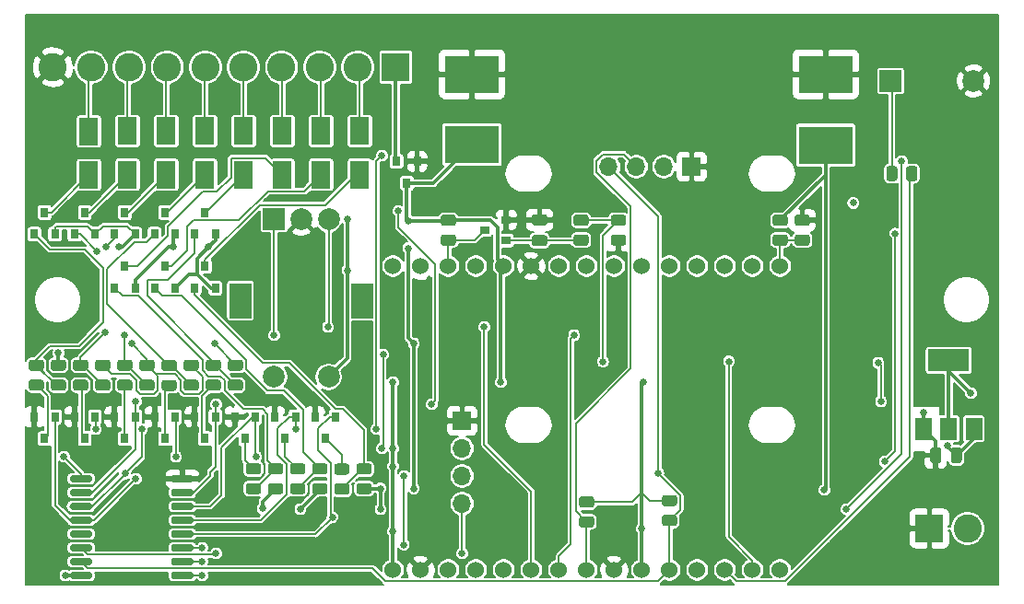
<source format=gtl>
G04 #@! TF.GenerationSoftware,KiCad,Pcbnew,5.1.12-84ad8e8a86~92~ubuntu20.04.1*
G04 #@! TF.CreationDate,2022-02-11T20:29:08+01:00*
G04 #@! TF.ProjectId,ESPHome-Thermostat-pcb,45535048-6f6d-4652-9d54-6865726d6f73,2.0*
G04 #@! TF.SameCoordinates,Original*
G04 #@! TF.FileFunction,Copper,L1,Top*
G04 #@! TF.FilePolarity,Positive*
%FSLAX46Y46*%
G04 Gerber Fmt 4.6, Leading zero omitted, Abs format (unit mm)*
G04 Created by KiCad (PCBNEW 5.1.12-84ad8e8a86~92~ubuntu20.04.1) date 2022-02-11 20:29:08*
%MOMM*%
%LPD*%
G01*
G04 APERTURE LIST*
G04 #@! TA.AperFunction,ComponentPad*
%ADD10O,1.700000X1.700000*%
G04 #@! TD*
G04 #@! TA.AperFunction,ComponentPad*
%ADD11R,1.700000X1.700000*%
G04 #@! TD*
G04 #@! TA.AperFunction,SMDPad,CuDef*
%ADD12R,0.800000X0.900000*%
G04 #@! TD*
G04 #@! TA.AperFunction,ComponentPad*
%ADD13C,2.600000*%
G04 #@! TD*
G04 #@! TA.AperFunction,ComponentPad*
%ADD14R,2.600000X2.600000*%
G04 #@! TD*
G04 #@! TA.AperFunction,SMDPad,CuDef*
%ADD15R,1.500000X2.000000*%
G04 #@! TD*
G04 #@! TA.AperFunction,SMDPad,CuDef*
%ADD16R,3.800000X2.000000*%
G04 #@! TD*
G04 #@! TA.AperFunction,SMDPad,CuDef*
%ADD17R,0.900000X0.800000*%
G04 #@! TD*
G04 #@! TA.AperFunction,SMDPad,CuDef*
%ADD18R,1.800000X2.500000*%
G04 #@! TD*
G04 #@! TA.AperFunction,ComponentPad*
%ADD19C,2.000000*%
G04 #@! TD*
G04 #@! TA.AperFunction,ComponentPad*
%ADD20R,2.000000X2.000000*%
G04 #@! TD*
G04 #@! TA.AperFunction,ComponentPad*
%ADD21R,5.000000X3.500000*%
G04 #@! TD*
G04 #@! TA.AperFunction,ComponentPad*
%ADD22C,1.524000*%
G04 #@! TD*
G04 #@! TA.AperFunction,ComponentPad*
%ADD23R,2.000000X3.200000*%
G04 #@! TD*
G04 #@! TA.AperFunction,ViaPad*
%ADD24C,0.650000*%
G04 #@! TD*
G04 #@! TA.AperFunction,Conductor*
%ADD25C,0.160000*%
G04 #@! TD*
G04 #@! TA.AperFunction,Conductor*
%ADD26C,0.300000*%
G04 #@! TD*
G04 #@! TA.AperFunction,Conductor*
%ADD27C,0.200000*%
G04 #@! TD*
G04 #@! TA.AperFunction,Conductor*
%ADD28C,0.150000*%
G04 #@! TD*
G04 APERTURE END LIST*
D10*
X90424000Y-95250000D03*
X90424000Y-92710000D03*
X90424000Y-90170000D03*
D11*
X90424000Y-87630000D03*
G04 #@! TA.AperFunction,SMDPad,CuDef*
G36*
G01*
X102304002Y-95612000D02*
X101403998Y-95612000D01*
G75*
G02*
X101154000Y-95362002I0J249998D01*
G01*
X101154000Y-94836998D01*
G75*
G02*
X101403998Y-94587000I249998J0D01*
G01*
X102304002Y-94587000D01*
G75*
G02*
X102554000Y-94836998I0J-249998D01*
G01*
X102554000Y-95362002D01*
G75*
G02*
X102304002Y-95612000I-249998J0D01*
G01*
G37*
G04 #@! TD.AperFunction*
G04 #@! TA.AperFunction,SMDPad,CuDef*
G36*
G01*
X102304002Y-97437000D02*
X101403998Y-97437000D01*
G75*
G02*
X101154000Y-97187002I0J249998D01*
G01*
X101154000Y-96661998D01*
G75*
G02*
X101403998Y-96412000I249998J0D01*
G01*
X102304002Y-96412000D01*
G75*
G02*
X102554000Y-96661998I0J-249998D01*
G01*
X102554000Y-97187002D01*
G75*
G02*
X102304002Y-97437000I-249998J0D01*
G01*
G37*
G04 #@! TD.AperFunction*
G04 #@! TA.AperFunction,SMDPad,CuDef*
G36*
G01*
X109023998Y-96285000D02*
X109924002Y-96285000D01*
G75*
G02*
X110174000Y-96534998I0J-249998D01*
G01*
X110174000Y-97060002D01*
G75*
G02*
X109924002Y-97310000I-249998J0D01*
G01*
X109023998Y-97310000D01*
G75*
G02*
X108774000Y-97060002I0J249998D01*
G01*
X108774000Y-96534998D01*
G75*
G02*
X109023998Y-96285000I249998J0D01*
G01*
G37*
G04 #@! TD.AperFunction*
G04 #@! TA.AperFunction,SMDPad,CuDef*
G36*
G01*
X109023998Y-94460000D02*
X109924002Y-94460000D01*
G75*
G02*
X110174000Y-94709998I0J-249998D01*
G01*
X110174000Y-95235002D01*
G75*
G02*
X109924002Y-95485000I-249998J0D01*
G01*
X109023998Y-95485000D01*
G75*
G02*
X108774000Y-95235002I0J249998D01*
G01*
X108774000Y-94709998D01*
G75*
G02*
X109023998Y-94460000I249998J0D01*
G01*
G37*
G04 #@! TD.AperFunction*
G04 #@! TA.AperFunction,SMDPad,CuDef*
G36*
G01*
X89604002Y-69704000D02*
X88703998Y-69704000D01*
G75*
G02*
X88454000Y-69454002I0J249998D01*
G01*
X88454000Y-68928998D01*
G75*
G02*
X88703998Y-68679000I249998J0D01*
G01*
X89604002Y-68679000D01*
G75*
G02*
X89854000Y-68928998I0J-249998D01*
G01*
X89854000Y-69454002D01*
G75*
G02*
X89604002Y-69704000I-249998J0D01*
G01*
G37*
G04 #@! TD.AperFunction*
G04 #@! TA.AperFunction,SMDPad,CuDef*
G36*
G01*
X89604002Y-71529000D02*
X88703998Y-71529000D01*
G75*
G02*
X88454000Y-71279002I0J249998D01*
G01*
X88454000Y-70753998D01*
G75*
G02*
X88703998Y-70504000I249998J0D01*
G01*
X89604002Y-70504000D01*
G75*
G02*
X89854000Y-70753998I0J-249998D01*
G01*
X89854000Y-71279002D01*
G75*
G02*
X89604002Y-71529000I-249998J0D01*
G01*
G37*
G04 #@! TD.AperFunction*
D12*
X85344000Y-65770000D03*
X84394000Y-63770000D03*
X86294000Y-63770000D03*
G04 #@! TA.AperFunction,SMDPad,CuDef*
G36*
G01*
X121215998Y-70504000D02*
X122116002Y-70504000D01*
G75*
G02*
X122366000Y-70753998I0J-249998D01*
G01*
X122366000Y-71279002D01*
G75*
G02*
X122116002Y-71529000I-249998J0D01*
G01*
X121215998Y-71529000D01*
G75*
G02*
X120966000Y-71279002I0J249998D01*
G01*
X120966000Y-70753998D01*
G75*
G02*
X121215998Y-70504000I249998J0D01*
G01*
G37*
G04 #@! TD.AperFunction*
G04 #@! TA.AperFunction,SMDPad,CuDef*
G36*
G01*
X121215998Y-68679000D02*
X122116002Y-68679000D01*
G75*
G02*
X122366000Y-68928998I0J-249998D01*
G01*
X122366000Y-69454002D01*
G75*
G02*
X122116002Y-69704000I-249998J0D01*
G01*
X121215998Y-69704000D01*
G75*
G02*
X120966000Y-69454002I0J249998D01*
G01*
X120966000Y-68928998D01*
G75*
G02*
X121215998Y-68679000I249998J0D01*
G01*
G37*
G04 #@! TD.AperFunction*
G04 #@! TA.AperFunction,SMDPad,CuDef*
G36*
G01*
X120084002Y-69704000D02*
X119183998Y-69704000D01*
G75*
G02*
X118934000Y-69454002I0J249998D01*
G01*
X118934000Y-68928998D01*
G75*
G02*
X119183998Y-68679000I249998J0D01*
G01*
X120084002Y-68679000D01*
G75*
G02*
X120334000Y-68928998I0J-249998D01*
G01*
X120334000Y-69454002D01*
G75*
G02*
X120084002Y-69704000I-249998J0D01*
G01*
G37*
G04 #@! TD.AperFunction*
G04 #@! TA.AperFunction,SMDPad,CuDef*
G36*
G01*
X120084002Y-71529000D02*
X119183998Y-71529000D01*
G75*
G02*
X118934000Y-71279002I0J249998D01*
G01*
X118934000Y-70753998D01*
G75*
G02*
X119183998Y-70504000I249998J0D01*
G01*
X120084002Y-70504000D01*
G75*
G02*
X120334000Y-70753998I0J-249998D01*
G01*
X120334000Y-71279002D01*
G75*
G02*
X120084002Y-71529000I-249998J0D01*
G01*
G37*
G04 #@! TD.AperFunction*
G04 #@! TA.AperFunction,SMDPad,CuDef*
G36*
G01*
X101796002Y-69704000D02*
X100895998Y-69704000D01*
G75*
G02*
X100646000Y-69454002I0J249998D01*
G01*
X100646000Y-68928998D01*
G75*
G02*
X100895998Y-68679000I249998J0D01*
G01*
X101796002Y-68679000D01*
G75*
G02*
X102046000Y-68928998I0J-249998D01*
G01*
X102046000Y-69454002D01*
G75*
G02*
X101796002Y-69704000I-249998J0D01*
G01*
G37*
G04 #@! TD.AperFunction*
G04 #@! TA.AperFunction,SMDPad,CuDef*
G36*
G01*
X101796002Y-71529000D02*
X100895998Y-71529000D01*
G75*
G02*
X100646000Y-71279002I0J249998D01*
G01*
X100646000Y-70753998D01*
G75*
G02*
X100895998Y-70504000I249998J0D01*
G01*
X101796002Y-70504000D01*
G75*
G02*
X102046000Y-70753998I0J-249998D01*
G01*
X102046000Y-71279002D01*
G75*
G02*
X101796002Y-71529000I-249998J0D01*
G01*
G37*
G04 #@! TD.AperFunction*
G04 #@! TA.AperFunction,SMDPad,CuDef*
G36*
G01*
X105225002Y-69704000D02*
X104324998Y-69704000D01*
G75*
G02*
X104075000Y-69454002I0J249998D01*
G01*
X104075000Y-68928998D01*
G75*
G02*
X104324998Y-68679000I249998J0D01*
G01*
X105225002Y-68679000D01*
G75*
G02*
X105475000Y-68928998I0J-249998D01*
G01*
X105475000Y-69454002D01*
G75*
G02*
X105225002Y-69704000I-249998J0D01*
G01*
G37*
G04 #@! TD.AperFunction*
G04 #@! TA.AperFunction,SMDPad,CuDef*
G36*
G01*
X105225002Y-71529000D02*
X104324998Y-71529000D01*
G75*
G02*
X104075000Y-71279002I0J249998D01*
G01*
X104075000Y-70753998D01*
G75*
G02*
X104324998Y-70504000I249998J0D01*
G01*
X105225002Y-70504000D01*
G75*
G02*
X105475000Y-70753998I0J-249998D01*
G01*
X105475000Y-71279002D01*
G75*
G02*
X105225002Y-71529000I-249998J0D01*
G01*
G37*
G04 #@! TD.AperFunction*
G04 #@! TA.AperFunction,SMDPad,CuDef*
G36*
G01*
X65982002Y-83039000D02*
X65081998Y-83039000D01*
G75*
G02*
X64832000Y-82789002I0J249998D01*
G01*
X64832000Y-82263998D01*
G75*
G02*
X65081998Y-82014000I249998J0D01*
G01*
X65982002Y-82014000D01*
G75*
G02*
X66232000Y-82263998I0J-249998D01*
G01*
X66232000Y-82789002D01*
G75*
G02*
X65982002Y-83039000I-249998J0D01*
G01*
G37*
G04 #@! TD.AperFunction*
G04 #@! TA.AperFunction,SMDPad,CuDef*
G36*
G01*
X65982002Y-84864000D02*
X65081998Y-84864000D01*
G75*
G02*
X64832000Y-84614002I0J249998D01*
G01*
X64832000Y-84088998D01*
G75*
G02*
X65081998Y-83839000I249998J0D01*
G01*
X65982002Y-83839000D01*
G75*
G02*
X66232000Y-84088998I0J-249998D01*
G01*
X66232000Y-84614002D01*
G75*
G02*
X65982002Y-84864000I-249998J0D01*
G01*
G37*
G04 #@! TD.AperFunction*
G04 #@! TA.AperFunction,SMDPad,CuDef*
G36*
G01*
X63049998Y-83862500D02*
X63950002Y-83862500D01*
G75*
G02*
X64200000Y-84112498I0J-249998D01*
G01*
X64200000Y-84637502D01*
G75*
G02*
X63950002Y-84887500I-249998J0D01*
G01*
X63049998Y-84887500D01*
G75*
G02*
X62800000Y-84637502I0J249998D01*
G01*
X62800000Y-84112498D01*
G75*
G02*
X63049998Y-83862500I249998J0D01*
G01*
G37*
G04 #@! TD.AperFunction*
G04 #@! TA.AperFunction,SMDPad,CuDef*
G36*
G01*
X63049998Y-82037500D02*
X63950002Y-82037500D01*
G75*
G02*
X64200000Y-82287498I0J-249998D01*
G01*
X64200000Y-82812502D01*
G75*
G02*
X63950002Y-83062500I-249998J0D01*
G01*
X63049998Y-83062500D01*
G75*
G02*
X62800000Y-82812502I0J249998D01*
G01*
X62800000Y-82287498D01*
G75*
G02*
X63049998Y-82037500I249998J0D01*
G01*
G37*
G04 #@! TD.AperFunction*
G04 #@! TA.AperFunction,SMDPad,CuDef*
G36*
G01*
X70046002Y-83039000D02*
X69145998Y-83039000D01*
G75*
G02*
X68896000Y-82789002I0J249998D01*
G01*
X68896000Y-82263998D01*
G75*
G02*
X69145998Y-82014000I249998J0D01*
G01*
X70046002Y-82014000D01*
G75*
G02*
X70296000Y-82263998I0J-249998D01*
G01*
X70296000Y-82789002D01*
G75*
G02*
X70046002Y-83039000I-249998J0D01*
G01*
G37*
G04 #@! TD.AperFunction*
G04 #@! TA.AperFunction,SMDPad,CuDef*
G36*
G01*
X70046002Y-84864000D02*
X69145998Y-84864000D01*
G75*
G02*
X68896000Y-84614002I0J249998D01*
G01*
X68896000Y-84088998D01*
G75*
G02*
X69145998Y-83839000I249998J0D01*
G01*
X70046002Y-83839000D01*
G75*
G02*
X70296000Y-84088998I0J-249998D01*
G01*
X70296000Y-84614002D01*
G75*
G02*
X70046002Y-84864000I-249998J0D01*
G01*
G37*
G04 #@! TD.AperFunction*
G04 #@! TA.AperFunction,SMDPad,CuDef*
G36*
G01*
X67113998Y-83839000D02*
X68014002Y-83839000D01*
G75*
G02*
X68264000Y-84088998I0J-249998D01*
G01*
X68264000Y-84614002D01*
G75*
G02*
X68014002Y-84864000I-249998J0D01*
G01*
X67113998Y-84864000D01*
G75*
G02*
X66864000Y-84614002I0J249998D01*
G01*
X66864000Y-84088998D01*
G75*
G02*
X67113998Y-83839000I249998J0D01*
G01*
G37*
G04 #@! TD.AperFunction*
G04 #@! TA.AperFunction,SMDPad,CuDef*
G36*
G01*
X67113998Y-82014000D02*
X68014002Y-82014000D01*
G75*
G02*
X68264000Y-82263998I0J-249998D01*
G01*
X68264000Y-82789002D01*
G75*
G02*
X68014002Y-83039000I-249998J0D01*
G01*
X67113998Y-83039000D01*
G75*
G02*
X66864000Y-82789002I0J249998D01*
G01*
X66864000Y-82263998D01*
G75*
G02*
X67113998Y-82014000I249998J0D01*
G01*
G37*
G04 #@! TD.AperFunction*
G04 #@! TA.AperFunction,SMDPad,CuDef*
G36*
G01*
X72828998Y-93364000D02*
X73729002Y-93364000D01*
G75*
G02*
X73979000Y-93613998I0J-249998D01*
G01*
X73979000Y-94139002D01*
G75*
G02*
X73729002Y-94389000I-249998J0D01*
G01*
X72828998Y-94389000D01*
G75*
G02*
X72579000Y-94139002I0J249998D01*
G01*
X72579000Y-93613998D01*
G75*
G02*
X72828998Y-93364000I249998J0D01*
G01*
G37*
G04 #@! TD.AperFunction*
G04 #@! TA.AperFunction,SMDPad,CuDef*
G36*
G01*
X72828998Y-91539000D02*
X73729002Y-91539000D01*
G75*
G02*
X73979000Y-91788998I0J-249998D01*
G01*
X73979000Y-92314002D01*
G75*
G02*
X73729002Y-92564000I-249998J0D01*
G01*
X72828998Y-92564000D01*
G75*
G02*
X72579000Y-92314002I0J249998D01*
G01*
X72579000Y-91788998D01*
G75*
G02*
X72828998Y-91539000I249998J0D01*
G01*
G37*
G04 #@! TD.AperFunction*
G04 #@! TA.AperFunction,SMDPad,CuDef*
G36*
G01*
X71697002Y-92564000D02*
X70796998Y-92564000D01*
G75*
G02*
X70547000Y-92314002I0J249998D01*
G01*
X70547000Y-91788998D01*
G75*
G02*
X70796998Y-91539000I249998J0D01*
G01*
X71697002Y-91539000D01*
G75*
G02*
X71947000Y-91788998I0J-249998D01*
G01*
X71947000Y-92314002D01*
G75*
G02*
X71697002Y-92564000I-249998J0D01*
G01*
G37*
G04 #@! TD.AperFunction*
G04 #@! TA.AperFunction,SMDPad,CuDef*
G36*
G01*
X71697002Y-94389000D02*
X70796998Y-94389000D01*
G75*
G02*
X70547000Y-94139002I0J249998D01*
G01*
X70547000Y-93613998D01*
G75*
G02*
X70796998Y-93364000I249998J0D01*
G01*
X71697002Y-93364000D01*
G75*
G02*
X71947000Y-93613998I0J-249998D01*
G01*
X71947000Y-94139002D01*
G75*
G02*
X71697002Y-94389000I-249998J0D01*
G01*
G37*
G04 #@! TD.AperFunction*
G04 #@! TA.AperFunction,SMDPad,CuDef*
G36*
G01*
X53790002Y-83039000D02*
X52889998Y-83039000D01*
G75*
G02*
X52640000Y-82789002I0J249998D01*
G01*
X52640000Y-82263998D01*
G75*
G02*
X52889998Y-82014000I249998J0D01*
G01*
X53790002Y-82014000D01*
G75*
G02*
X54040000Y-82263998I0J-249998D01*
G01*
X54040000Y-82789002D01*
G75*
G02*
X53790002Y-83039000I-249998J0D01*
G01*
G37*
G04 #@! TD.AperFunction*
G04 #@! TA.AperFunction,SMDPad,CuDef*
G36*
G01*
X53790002Y-84864000D02*
X52889998Y-84864000D01*
G75*
G02*
X52640000Y-84614002I0J249998D01*
G01*
X52640000Y-84088998D01*
G75*
G02*
X52889998Y-83839000I249998J0D01*
G01*
X53790002Y-83839000D01*
G75*
G02*
X54040000Y-84088998I0J-249998D01*
G01*
X54040000Y-84614002D01*
G75*
G02*
X53790002Y-84864000I-249998J0D01*
G01*
G37*
G04 #@! TD.AperFunction*
G04 #@! TA.AperFunction,SMDPad,CuDef*
G36*
G01*
X50857998Y-83839000D02*
X51758002Y-83839000D01*
G75*
G02*
X52008000Y-84088998I0J-249998D01*
G01*
X52008000Y-84614002D01*
G75*
G02*
X51758002Y-84864000I-249998J0D01*
G01*
X50857998Y-84864000D01*
G75*
G02*
X50608000Y-84614002I0J249998D01*
G01*
X50608000Y-84088998D01*
G75*
G02*
X50857998Y-83839000I249998J0D01*
G01*
G37*
G04 #@! TD.AperFunction*
G04 #@! TA.AperFunction,SMDPad,CuDef*
G36*
G01*
X50857998Y-82014000D02*
X51758002Y-82014000D01*
G75*
G02*
X52008000Y-82263998I0J-249998D01*
G01*
X52008000Y-82789002D01*
G75*
G02*
X51758002Y-83039000I-249998J0D01*
G01*
X50857998Y-83039000D01*
G75*
G02*
X50608000Y-82789002I0J249998D01*
G01*
X50608000Y-82263998D01*
G75*
G02*
X50857998Y-82014000I249998J0D01*
G01*
G37*
G04 #@! TD.AperFunction*
G04 #@! TA.AperFunction,SMDPad,CuDef*
G36*
G01*
X57854002Y-83039000D02*
X56953998Y-83039000D01*
G75*
G02*
X56704000Y-82789002I0J249998D01*
G01*
X56704000Y-82263998D01*
G75*
G02*
X56953998Y-82014000I249998J0D01*
G01*
X57854002Y-82014000D01*
G75*
G02*
X58104000Y-82263998I0J-249998D01*
G01*
X58104000Y-82789002D01*
G75*
G02*
X57854002Y-83039000I-249998J0D01*
G01*
G37*
G04 #@! TD.AperFunction*
G04 #@! TA.AperFunction,SMDPad,CuDef*
G36*
G01*
X57854002Y-84864000D02*
X56953998Y-84864000D01*
G75*
G02*
X56704000Y-84614002I0J249998D01*
G01*
X56704000Y-84088998D01*
G75*
G02*
X56953998Y-83839000I249998J0D01*
G01*
X57854002Y-83839000D01*
G75*
G02*
X58104000Y-84088998I0J-249998D01*
G01*
X58104000Y-84614002D01*
G75*
G02*
X57854002Y-84864000I-249998J0D01*
G01*
G37*
G04 #@! TD.AperFunction*
G04 #@! TA.AperFunction,SMDPad,CuDef*
G36*
G01*
X54921998Y-83839000D02*
X55822002Y-83839000D01*
G75*
G02*
X56072000Y-84088998I0J-249998D01*
G01*
X56072000Y-84614002D01*
G75*
G02*
X55822002Y-84864000I-249998J0D01*
G01*
X54921998Y-84864000D01*
G75*
G02*
X54672000Y-84614002I0J249998D01*
G01*
X54672000Y-84088998D01*
G75*
G02*
X54921998Y-83839000I249998J0D01*
G01*
G37*
G04 #@! TD.AperFunction*
G04 #@! TA.AperFunction,SMDPad,CuDef*
G36*
G01*
X54921998Y-82014000D02*
X55822002Y-82014000D01*
G75*
G02*
X56072000Y-82263998I0J-249998D01*
G01*
X56072000Y-82789002D01*
G75*
G02*
X55822002Y-83039000I-249998J0D01*
G01*
X54921998Y-83039000D01*
G75*
G02*
X54672000Y-82789002I0J249998D01*
G01*
X54672000Y-82263998D01*
G75*
G02*
X54921998Y-82014000I249998J0D01*
G01*
G37*
G04 #@! TD.AperFunction*
G04 #@! TA.AperFunction,SMDPad,CuDef*
G36*
G01*
X76892998Y-93364000D02*
X77793002Y-93364000D01*
G75*
G02*
X78043000Y-93613998I0J-249998D01*
G01*
X78043000Y-94139002D01*
G75*
G02*
X77793002Y-94389000I-249998J0D01*
G01*
X76892998Y-94389000D01*
G75*
G02*
X76643000Y-94139002I0J249998D01*
G01*
X76643000Y-93613998D01*
G75*
G02*
X76892998Y-93364000I249998J0D01*
G01*
G37*
G04 #@! TD.AperFunction*
G04 #@! TA.AperFunction,SMDPad,CuDef*
G36*
G01*
X76892998Y-91539000D02*
X77793002Y-91539000D01*
G75*
G02*
X78043000Y-91788998I0J-249998D01*
G01*
X78043000Y-92314002D01*
G75*
G02*
X77793002Y-92564000I-249998J0D01*
G01*
X76892998Y-92564000D01*
G75*
G02*
X76643000Y-92314002I0J249998D01*
G01*
X76643000Y-91788998D01*
G75*
G02*
X76892998Y-91539000I249998J0D01*
G01*
G37*
G04 #@! TD.AperFunction*
G04 #@! TA.AperFunction,SMDPad,CuDef*
G36*
G01*
X75761002Y-92564000D02*
X74860998Y-92564000D01*
G75*
G02*
X74611000Y-92314002I0J249998D01*
G01*
X74611000Y-91788998D01*
G75*
G02*
X74860998Y-91539000I249998J0D01*
G01*
X75761002Y-91539000D01*
G75*
G02*
X76011000Y-91788998I0J-249998D01*
G01*
X76011000Y-92314002D01*
G75*
G02*
X75761002Y-92564000I-249998J0D01*
G01*
G37*
G04 #@! TD.AperFunction*
G04 #@! TA.AperFunction,SMDPad,CuDef*
G36*
G01*
X75761002Y-94389000D02*
X74860998Y-94389000D01*
G75*
G02*
X74611000Y-94139002I0J249998D01*
G01*
X74611000Y-93613998D01*
G75*
G02*
X74860998Y-93364000I249998J0D01*
G01*
X75761002Y-93364000D01*
G75*
G02*
X76011000Y-93613998I0J-249998D01*
G01*
X76011000Y-94139002D01*
G75*
G02*
X75761002Y-94389000I-249998J0D01*
G01*
G37*
G04 #@! TD.AperFunction*
G04 #@! TA.AperFunction,SMDPad,CuDef*
G36*
G01*
X61918002Y-83039000D02*
X61017998Y-83039000D01*
G75*
G02*
X60768000Y-82789002I0J249998D01*
G01*
X60768000Y-82263998D01*
G75*
G02*
X61017998Y-82014000I249998J0D01*
G01*
X61918002Y-82014000D01*
G75*
G02*
X62168000Y-82263998I0J-249998D01*
G01*
X62168000Y-82789002D01*
G75*
G02*
X61918002Y-83039000I-249998J0D01*
G01*
G37*
G04 #@! TD.AperFunction*
G04 #@! TA.AperFunction,SMDPad,CuDef*
G36*
G01*
X61918002Y-84864000D02*
X61017998Y-84864000D01*
G75*
G02*
X60768000Y-84614002I0J249998D01*
G01*
X60768000Y-84088998D01*
G75*
G02*
X61017998Y-83839000I249998J0D01*
G01*
X61918002Y-83839000D01*
G75*
G02*
X62168000Y-84088998I0J-249998D01*
G01*
X62168000Y-84614002D01*
G75*
G02*
X61918002Y-84864000I-249998J0D01*
G01*
G37*
G04 #@! TD.AperFunction*
G04 #@! TA.AperFunction,SMDPad,CuDef*
G36*
G01*
X58985998Y-83839000D02*
X59886002Y-83839000D01*
G75*
G02*
X60136000Y-84088998I0J-249998D01*
G01*
X60136000Y-84614002D01*
G75*
G02*
X59886002Y-84864000I-249998J0D01*
G01*
X58985998Y-84864000D01*
G75*
G02*
X58736000Y-84614002I0J249998D01*
G01*
X58736000Y-84088998D01*
G75*
G02*
X58985998Y-83839000I249998J0D01*
G01*
G37*
G04 #@! TD.AperFunction*
G04 #@! TA.AperFunction,SMDPad,CuDef*
G36*
G01*
X58985998Y-82014000D02*
X59886002Y-82014000D01*
G75*
G02*
X60136000Y-82263998I0J-249998D01*
G01*
X60136000Y-82789002D01*
G75*
G02*
X59886002Y-83039000I-249998J0D01*
G01*
X58985998Y-83039000D01*
G75*
G02*
X58736000Y-82789002I0J249998D01*
G01*
X58736000Y-82263998D01*
G75*
G02*
X58985998Y-82014000I249998J0D01*
G01*
G37*
G04 #@! TD.AperFunction*
G04 #@! TA.AperFunction,SMDPad,CuDef*
G36*
G01*
X80956998Y-93364000D02*
X81857002Y-93364000D01*
G75*
G02*
X82107000Y-93613998I0J-249998D01*
G01*
X82107000Y-94139002D01*
G75*
G02*
X81857002Y-94389000I-249998J0D01*
G01*
X80956998Y-94389000D01*
G75*
G02*
X80707000Y-94139002I0J249998D01*
G01*
X80707000Y-93613998D01*
G75*
G02*
X80956998Y-93364000I249998J0D01*
G01*
G37*
G04 #@! TD.AperFunction*
G04 #@! TA.AperFunction,SMDPad,CuDef*
G36*
G01*
X80956998Y-91539000D02*
X81857002Y-91539000D01*
G75*
G02*
X82107000Y-91788998I0J-249998D01*
G01*
X82107000Y-92314002D01*
G75*
G02*
X81857002Y-92564000I-249998J0D01*
G01*
X80956998Y-92564000D01*
G75*
G02*
X80707000Y-92314002I0J249998D01*
G01*
X80707000Y-91788998D01*
G75*
G02*
X80956998Y-91539000I249998J0D01*
G01*
G37*
G04 #@! TD.AperFunction*
G04 #@! TA.AperFunction,SMDPad,CuDef*
G36*
G01*
X79825002Y-92587500D02*
X78924998Y-92587500D01*
G75*
G02*
X78675000Y-92337502I0J249998D01*
G01*
X78675000Y-91812498D01*
G75*
G02*
X78924998Y-91562500I249998J0D01*
G01*
X79825002Y-91562500D01*
G75*
G02*
X80075000Y-91812498I0J-249998D01*
G01*
X80075000Y-92337502D01*
G75*
G02*
X79825002Y-92587500I-249998J0D01*
G01*
G37*
G04 #@! TD.AperFunction*
G04 #@! TA.AperFunction,SMDPad,CuDef*
G36*
G01*
X79825002Y-94412500D02*
X78924998Y-94412500D01*
G75*
G02*
X78675000Y-94162502I0J249998D01*
G01*
X78675000Y-93637498D01*
G75*
G02*
X78924998Y-93387500I249998J0D01*
G01*
X79825002Y-93387500D01*
G75*
G02*
X80075000Y-93637498I0J-249998D01*
G01*
X80075000Y-94162502D01*
G75*
G02*
X79825002Y-94412500I-249998J0D01*
G01*
G37*
G04 #@! TD.AperFunction*
G04 #@! TA.AperFunction,SMDPad,CuDef*
G36*
G01*
X131210000Y-65347002D02*
X131210000Y-64446998D01*
G75*
G02*
X131459998Y-64197000I249998J0D01*
G01*
X131985002Y-64197000D01*
G75*
G02*
X132235000Y-64446998I0J-249998D01*
G01*
X132235000Y-65347002D01*
G75*
G02*
X131985002Y-65597000I-249998J0D01*
G01*
X131459998Y-65597000D01*
G75*
G02*
X131210000Y-65347002I0J249998D01*
G01*
G37*
G04 #@! TD.AperFunction*
G04 #@! TA.AperFunction,SMDPad,CuDef*
G36*
G01*
X129385000Y-65347002D02*
X129385000Y-64446998D01*
G75*
G02*
X129634998Y-64197000I249998J0D01*
G01*
X130160002Y-64197000D01*
G75*
G02*
X130410000Y-64446998I0J-249998D01*
G01*
X130410000Y-65347002D01*
G75*
G02*
X130160002Y-65597000I-249998J0D01*
G01*
X129634998Y-65597000D01*
G75*
G02*
X129385000Y-65347002I0J249998D01*
G01*
G37*
G04 #@! TD.AperFunction*
D13*
X136850000Y-97536000D03*
D14*
X133350000Y-97536000D03*
G04 #@! TA.AperFunction,SMDPad,CuDef*
G36*
G01*
X134424000Y-90330000D02*
X134424000Y-91280000D01*
G75*
G02*
X134174000Y-91530000I-250000J0D01*
G01*
X133674000Y-91530000D01*
G75*
G02*
X133424000Y-91280000I0J250000D01*
G01*
X133424000Y-90330000D01*
G75*
G02*
X133674000Y-90080000I250000J0D01*
G01*
X134174000Y-90080000D01*
G75*
G02*
X134424000Y-90330000I0J-250000D01*
G01*
G37*
G04 #@! TD.AperFunction*
G04 #@! TA.AperFunction,SMDPad,CuDef*
G36*
G01*
X136324000Y-90330000D02*
X136324000Y-91280000D01*
G75*
G02*
X136074000Y-91530000I-250000J0D01*
G01*
X135574000Y-91530000D01*
G75*
G02*
X135324000Y-91280000I0J250000D01*
G01*
X135324000Y-90330000D01*
G75*
G02*
X135574000Y-90080000I250000J0D01*
G01*
X136074000Y-90080000D01*
G75*
G02*
X136324000Y-90330000I0J-250000D01*
G01*
G37*
G04 #@! TD.AperFunction*
G04 #@! TA.AperFunction,SMDPad,CuDef*
G36*
G01*
X97061000Y-70554000D02*
X98011000Y-70554000D01*
G75*
G02*
X98261000Y-70804000I0J-250000D01*
G01*
X98261000Y-71304000D01*
G75*
G02*
X98011000Y-71554000I-250000J0D01*
G01*
X97061000Y-71554000D01*
G75*
G02*
X96811000Y-71304000I0J250000D01*
G01*
X96811000Y-70804000D01*
G75*
G02*
X97061000Y-70554000I250000J0D01*
G01*
G37*
G04 #@! TD.AperFunction*
G04 #@! TA.AperFunction,SMDPad,CuDef*
G36*
G01*
X97061000Y-68654000D02*
X98011000Y-68654000D01*
G75*
G02*
X98261000Y-68904000I0J-250000D01*
G01*
X98261000Y-69404000D01*
G75*
G02*
X98011000Y-69654000I-250000J0D01*
G01*
X97061000Y-69654000D01*
G75*
G02*
X96811000Y-69404000I0J250000D01*
G01*
X96811000Y-68904000D01*
G75*
G02*
X97061000Y-68654000I250000J0D01*
G01*
G37*
G04 #@! TD.AperFunction*
D15*
X132828000Y-88367000D03*
X137428000Y-88367000D03*
X135128000Y-88367000D03*
D16*
X135128000Y-82067000D03*
D17*
X92472000Y-70104000D03*
X94472000Y-69154000D03*
X94472000Y-71054000D03*
D12*
X63119000Y-68469000D03*
X64069000Y-70469000D03*
X62169000Y-70469000D03*
X63119000Y-89265000D03*
X62169000Y-87265000D03*
X64069000Y-87265000D03*
X66802000Y-68469000D03*
X67752000Y-70469000D03*
X65852000Y-70469000D03*
X66802000Y-89265000D03*
X65852000Y-87265000D03*
X67752000Y-87265000D03*
X59436000Y-73422000D03*
X60386000Y-75422000D03*
X58486000Y-75422000D03*
X70485000Y-89265000D03*
X69535000Y-87265000D03*
X71435000Y-87265000D03*
X52070000Y-68469000D03*
X53020000Y-70469000D03*
X51120000Y-70469000D03*
X52070000Y-89265000D03*
X51120000Y-87265000D03*
X53020000Y-87265000D03*
X55753000Y-68469000D03*
X56703000Y-70469000D03*
X54803000Y-70469000D03*
X63119000Y-73422000D03*
X64069000Y-75422000D03*
X62169000Y-75422000D03*
X55753000Y-89265000D03*
X54803000Y-87265000D03*
X56703000Y-87265000D03*
X74168000Y-89265000D03*
X73218000Y-87265000D03*
X75118000Y-87265000D03*
X59436000Y-68469000D03*
X60386000Y-70469000D03*
X58486000Y-70469000D03*
X59436000Y-89265000D03*
X58486000Y-87265000D03*
X60386000Y-87265000D03*
D18*
X66802000Y-64992000D03*
X66802000Y-60992000D03*
X70358000Y-64992000D03*
X70358000Y-60992000D03*
X73914000Y-64992000D03*
X73914000Y-60992000D03*
X56134000Y-65024000D03*
X56134000Y-61024000D03*
X59690000Y-64992000D03*
X59690000Y-60992000D03*
X77470000Y-64992000D03*
X77470000Y-60992000D03*
X63246000Y-64992000D03*
X63246000Y-60992000D03*
X81026000Y-64992000D03*
X81026000Y-60992000D03*
D12*
X77851000Y-89265000D03*
X76901000Y-87265000D03*
X78801000Y-87265000D03*
X66802000Y-73422000D03*
X67752000Y-75422000D03*
X65852000Y-75422000D03*
D19*
X137394000Y-56388000D03*
D20*
X129794000Y-56388000D03*
G04 #@! TA.AperFunction,SMDPad,CuDef*
G36*
G01*
X56446000Y-101704000D02*
X56446000Y-102004000D01*
G75*
G02*
X56296000Y-102154000I-150000J0D01*
G01*
X54546000Y-102154000D01*
G75*
G02*
X54396000Y-102004000I0J150000D01*
G01*
X54396000Y-101704000D01*
G75*
G02*
X54546000Y-101554000I150000J0D01*
G01*
X56296000Y-101554000D01*
G75*
G02*
X56446000Y-101704000I0J-150000D01*
G01*
G37*
G04 #@! TD.AperFunction*
G04 #@! TA.AperFunction,SMDPad,CuDef*
G36*
G01*
X56446000Y-100434000D02*
X56446000Y-100734000D01*
G75*
G02*
X56296000Y-100884000I-150000J0D01*
G01*
X54546000Y-100884000D01*
G75*
G02*
X54396000Y-100734000I0J150000D01*
G01*
X54396000Y-100434000D01*
G75*
G02*
X54546000Y-100284000I150000J0D01*
G01*
X56296000Y-100284000D01*
G75*
G02*
X56446000Y-100434000I0J-150000D01*
G01*
G37*
G04 #@! TD.AperFunction*
G04 #@! TA.AperFunction,SMDPad,CuDef*
G36*
G01*
X56446000Y-99164000D02*
X56446000Y-99464000D01*
G75*
G02*
X56296000Y-99614000I-150000J0D01*
G01*
X54546000Y-99614000D01*
G75*
G02*
X54396000Y-99464000I0J150000D01*
G01*
X54396000Y-99164000D01*
G75*
G02*
X54546000Y-99014000I150000J0D01*
G01*
X56296000Y-99014000D01*
G75*
G02*
X56446000Y-99164000I0J-150000D01*
G01*
G37*
G04 #@! TD.AperFunction*
G04 #@! TA.AperFunction,SMDPad,CuDef*
G36*
G01*
X56446000Y-97894000D02*
X56446000Y-98194000D01*
G75*
G02*
X56296000Y-98344000I-150000J0D01*
G01*
X54546000Y-98344000D01*
G75*
G02*
X54396000Y-98194000I0J150000D01*
G01*
X54396000Y-97894000D01*
G75*
G02*
X54546000Y-97744000I150000J0D01*
G01*
X56296000Y-97744000D01*
G75*
G02*
X56446000Y-97894000I0J-150000D01*
G01*
G37*
G04 #@! TD.AperFunction*
G04 #@! TA.AperFunction,SMDPad,CuDef*
G36*
G01*
X56446000Y-96624000D02*
X56446000Y-96924000D01*
G75*
G02*
X56296000Y-97074000I-150000J0D01*
G01*
X54546000Y-97074000D01*
G75*
G02*
X54396000Y-96924000I0J150000D01*
G01*
X54396000Y-96624000D01*
G75*
G02*
X54546000Y-96474000I150000J0D01*
G01*
X56296000Y-96474000D01*
G75*
G02*
X56446000Y-96624000I0J-150000D01*
G01*
G37*
G04 #@! TD.AperFunction*
G04 #@! TA.AperFunction,SMDPad,CuDef*
G36*
G01*
X56446000Y-95354000D02*
X56446000Y-95654000D01*
G75*
G02*
X56296000Y-95804000I-150000J0D01*
G01*
X54546000Y-95804000D01*
G75*
G02*
X54396000Y-95654000I0J150000D01*
G01*
X54396000Y-95354000D01*
G75*
G02*
X54546000Y-95204000I150000J0D01*
G01*
X56296000Y-95204000D01*
G75*
G02*
X56446000Y-95354000I0J-150000D01*
G01*
G37*
G04 #@! TD.AperFunction*
G04 #@! TA.AperFunction,SMDPad,CuDef*
G36*
G01*
X56446000Y-94084000D02*
X56446000Y-94384000D01*
G75*
G02*
X56296000Y-94534000I-150000J0D01*
G01*
X54546000Y-94534000D01*
G75*
G02*
X54396000Y-94384000I0J150000D01*
G01*
X54396000Y-94084000D01*
G75*
G02*
X54546000Y-93934000I150000J0D01*
G01*
X56296000Y-93934000D01*
G75*
G02*
X56446000Y-94084000I0J-150000D01*
G01*
G37*
G04 #@! TD.AperFunction*
G04 #@! TA.AperFunction,SMDPad,CuDef*
G36*
G01*
X56446000Y-92814000D02*
X56446000Y-93114000D01*
G75*
G02*
X56296000Y-93264000I-150000J0D01*
G01*
X54546000Y-93264000D01*
G75*
G02*
X54396000Y-93114000I0J150000D01*
G01*
X54396000Y-92814000D01*
G75*
G02*
X54546000Y-92664000I150000J0D01*
G01*
X56296000Y-92664000D01*
G75*
G02*
X56446000Y-92814000I0J-150000D01*
G01*
G37*
G04 #@! TD.AperFunction*
G04 #@! TA.AperFunction,SMDPad,CuDef*
G36*
G01*
X65746000Y-92814000D02*
X65746000Y-93114000D01*
G75*
G02*
X65596000Y-93264000I-150000J0D01*
G01*
X63846000Y-93264000D01*
G75*
G02*
X63696000Y-93114000I0J150000D01*
G01*
X63696000Y-92814000D01*
G75*
G02*
X63846000Y-92664000I150000J0D01*
G01*
X65596000Y-92664000D01*
G75*
G02*
X65746000Y-92814000I0J-150000D01*
G01*
G37*
G04 #@! TD.AperFunction*
G04 #@! TA.AperFunction,SMDPad,CuDef*
G36*
G01*
X65746000Y-94084000D02*
X65746000Y-94384000D01*
G75*
G02*
X65596000Y-94534000I-150000J0D01*
G01*
X63846000Y-94534000D01*
G75*
G02*
X63696000Y-94384000I0J150000D01*
G01*
X63696000Y-94084000D01*
G75*
G02*
X63846000Y-93934000I150000J0D01*
G01*
X65596000Y-93934000D01*
G75*
G02*
X65746000Y-94084000I0J-150000D01*
G01*
G37*
G04 #@! TD.AperFunction*
G04 #@! TA.AperFunction,SMDPad,CuDef*
G36*
G01*
X65746000Y-95354000D02*
X65746000Y-95654000D01*
G75*
G02*
X65596000Y-95804000I-150000J0D01*
G01*
X63846000Y-95804000D01*
G75*
G02*
X63696000Y-95654000I0J150000D01*
G01*
X63696000Y-95354000D01*
G75*
G02*
X63846000Y-95204000I150000J0D01*
G01*
X65596000Y-95204000D01*
G75*
G02*
X65746000Y-95354000I0J-150000D01*
G01*
G37*
G04 #@! TD.AperFunction*
G04 #@! TA.AperFunction,SMDPad,CuDef*
G36*
G01*
X65746000Y-96624000D02*
X65746000Y-96924000D01*
G75*
G02*
X65596000Y-97074000I-150000J0D01*
G01*
X63846000Y-97074000D01*
G75*
G02*
X63696000Y-96924000I0J150000D01*
G01*
X63696000Y-96624000D01*
G75*
G02*
X63846000Y-96474000I150000J0D01*
G01*
X65596000Y-96474000D01*
G75*
G02*
X65746000Y-96624000I0J-150000D01*
G01*
G37*
G04 #@! TD.AperFunction*
G04 #@! TA.AperFunction,SMDPad,CuDef*
G36*
G01*
X65746000Y-97894000D02*
X65746000Y-98194000D01*
G75*
G02*
X65596000Y-98344000I-150000J0D01*
G01*
X63846000Y-98344000D01*
G75*
G02*
X63696000Y-98194000I0J150000D01*
G01*
X63696000Y-97894000D01*
G75*
G02*
X63846000Y-97744000I150000J0D01*
G01*
X65596000Y-97744000D01*
G75*
G02*
X65746000Y-97894000I0J-150000D01*
G01*
G37*
G04 #@! TD.AperFunction*
G04 #@! TA.AperFunction,SMDPad,CuDef*
G36*
G01*
X65746000Y-99164000D02*
X65746000Y-99464000D01*
G75*
G02*
X65596000Y-99614000I-150000J0D01*
G01*
X63846000Y-99614000D01*
G75*
G02*
X63696000Y-99464000I0J150000D01*
G01*
X63696000Y-99164000D01*
G75*
G02*
X63846000Y-99014000I150000J0D01*
G01*
X65596000Y-99014000D01*
G75*
G02*
X65746000Y-99164000I0J-150000D01*
G01*
G37*
G04 #@! TD.AperFunction*
G04 #@! TA.AperFunction,SMDPad,CuDef*
G36*
G01*
X65746000Y-100434000D02*
X65746000Y-100734000D01*
G75*
G02*
X65596000Y-100884000I-150000J0D01*
G01*
X63846000Y-100884000D01*
G75*
G02*
X63696000Y-100734000I0J150000D01*
G01*
X63696000Y-100434000D01*
G75*
G02*
X63846000Y-100284000I150000J0D01*
G01*
X65596000Y-100284000D01*
G75*
G02*
X65746000Y-100434000I0J-150000D01*
G01*
G37*
G04 #@! TD.AperFunction*
G04 #@! TA.AperFunction,SMDPad,CuDef*
G36*
G01*
X65746000Y-101704000D02*
X65746000Y-102004000D01*
G75*
G02*
X65596000Y-102154000I-150000J0D01*
G01*
X63846000Y-102154000D01*
G75*
G02*
X63696000Y-102004000I0J150000D01*
G01*
X63696000Y-101704000D01*
G75*
G02*
X63846000Y-101554000I150000J0D01*
G01*
X65596000Y-101554000D01*
G75*
G02*
X65746000Y-101704000I0J-150000D01*
G01*
G37*
G04 #@! TD.AperFunction*
D13*
X52828000Y-55118000D03*
X56328000Y-55118000D03*
X59828000Y-55118000D03*
X63328000Y-55118000D03*
X66828000Y-55118000D03*
X70328000Y-55118000D03*
X73828000Y-55118000D03*
X77328000Y-55118000D03*
X80828000Y-55118000D03*
D14*
X84328000Y-55118000D03*
D21*
X123821100Y-62279600D03*
X123821100Y-55779600D03*
X91321100Y-55779600D03*
X91321100Y-62229600D03*
D10*
X103886000Y-64262000D03*
X106426000Y-64262000D03*
D11*
X111506000Y-64262000D03*
D10*
X108966000Y-64262000D03*
D22*
X119634000Y-101346000D03*
X117094000Y-101346000D03*
X114554000Y-101346000D03*
X112014000Y-101346000D03*
X109474000Y-101346000D03*
X106934000Y-101346000D03*
X104394000Y-101346000D03*
X101854000Y-101346000D03*
X99314000Y-101346000D03*
X96774000Y-101346000D03*
X94234000Y-101346000D03*
X91694000Y-101346000D03*
X89154000Y-101346000D03*
X86614000Y-101346000D03*
X84074000Y-101346000D03*
X84074000Y-73406000D03*
X86614000Y-73406000D03*
X89154000Y-73406000D03*
X91694000Y-73406000D03*
X94234000Y-73406000D03*
X96774000Y-73406000D03*
X99314000Y-73406000D03*
X101854000Y-73406000D03*
X104394000Y-73406000D03*
X106934000Y-73406000D03*
X109474000Y-73406000D03*
X112014000Y-73406000D03*
X114554000Y-73406000D03*
X117094000Y-73406000D03*
X119634000Y-73406000D03*
D20*
X73152000Y-69088000D03*
D19*
X75652000Y-69088000D03*
X78152000Y-69088000D03*
D23*
X70052000Y-76588000D03*
X81252000Y-76588000D03*
D19*
X73152000Y-83588000D03*
X78152000Y-83588000D03*
D24*
X132842000Y-86868000D03*
X51181000Y-85598000D03*
X70993000Y-84582000D03*
X68580000Y-88519000D03*
X75057000Y-83947000D03*
X65786000Y-88392000D03*
X56896000Y-85852000D03*
X60198000Y-94488000D03*
X60198000Y-95504000D03*
X61214000Y-95504000D03*
X61214000Y-94488000D03*
X57658000Y-85852000D03*
X58420000Y-85852000D03*
X53975000Y-101854000D03*
X85471000Y-69215000D03*
X79883000Y-69088000D03*
X93980000Y-84074000D03*
X84074000Y-84074000D03*
X107061000Y-84074000D03*
X84074000Y-91821000D03*
X137160000Y-85090000D03*
X84074000Y-97790000D03*
X79883000Y-73787000D03*
X126354490Y-67598010D03*
X84074000Y-90170000D03*
X106934000Y-97536000D03*
X125730000Y-95758000D03*
X78505225Y-96500775D03*
X130810000Y-63754000D03*
X123698000Y-93980000D03*
X85979000Y-93853000D03*
X85979000Y-80518000D03*
X53340000Y-81377000D03*
X67691000Y-80518000D03*
X60071000Y-80518000D03*
X67093200Y-71665200D03*
X63881000Y-71628000D03*
X58928000Y-71628000D03*
X85471000Y-71755000D03*
X82931000Y-93853000D03*
X82931000Y-95758000D03*
X72089200Y-95711200D03*
X75565000Y-95758000D03*
X128905000Y-85852000D03*
X128651000Y-82296000D03*
X60452000Y-85852000D03*
X75184000Y-88392000D03*
X83058000Y-63246000D03*
X82550000Y-88392000D03*
X60991000Y-88392000D03*
X56769000Y-88392000D03*
X85090000Y-92710000D03*
X85060001Y-99030001D03*
X59465000Y-92485000D03*
X60452000Y-92964000D03*
X71501000Y-90932000D03*
X129239200Y-91393200D03*
X130205000Y-70415926D03*
X67818000Y-86106000D03*
X87630000Y-86106000D03*
X84582000Y-68326000D03*
X53848000Y-90932000D03*
X64135000Y-90932000D03*
X83155000Y-81534000D03*
X83058000Y-90170000D03*
X57717999Y-71594443D03*
X59436000Y-79756000D03*
X57658000Y-79502000D03*
X56896000Y-72009000D03*
X103351999Y-82195001D03*
X114935000Y-82169000D03*
X73152000Y-79756000D03*
X100711000Y-79756000D03*
X78105000Y-78994000D03*
X92456000Y-78994000D03*
X108431999Y-92468449D03*
X67818000Y-99822000D03*
X90424000Y-99822000D03*
X66548000Y-101854000D03*
X66548000Y-100584000D03*
X66548000Y-99314000D03*
X135001000Y-89892002D03*
D25*
X129897500Y-56491500D02*
X129794000Y-56388000D01*
X129897500Y-64897000D02*
X129897500Y-56491500D01*
X59436000Y-84351500D02*
X59436000Y-89265000D01*
D26*
X65852000Y-87265000D02*
X65852000Y-87564000D01*
X133924000Y-89463000D02*
X132828000Y-88367000D01*
X133924000Y-90805000D02*
X133924000Y-89463000D01*
X132828000Y-86882000D02*
X132842000Y-86868000D01*
X132828000Y-88367000D02*
X132828000Y-86882000D01*
X55421000Y-101854000D02*
X53975000Y-101854000D01*
X79883000Y-81857000D02*
X78152000Y-83588000D01*
X89130500Y-69215000D02*
X89154000Y-69191500D01*
X85471000Y-69215000D02*
X89130500Y-69215000D01*
X91305500Y-62214000D02*
X91321100Y-62229600D01*
X93671999Y-72843999D02*
X94234000Y-73406000D01*
X93039502Y-69191500D02*
X93671999Y-69823997D01*
X93671999Y-69823997D02*
X93671999Y-72843999D01*
X89154000Y-69191500D02*
X93039502Y-69191500D01*
X93980000Y-73660000D02*
X94234000Y-73406000D01*
X93980000Y-84074000D02*
X93980000Y-73660000D01*
X106934000Y-84201000D02*
X107061000Y-84074000D01*
D25*
X107672500Y-94972500D02*
X106934000Y-94234000D01*
X109474000Y-94972500D02*
X107672500Y-94972500D01*
D26*
X106934000Y-94234000D02*
X106934000Y-84201000D01*
D25*
X106068500Y-95099500D02*
X106934000Y-94234000D01*
X101854000Y-95099500D02*
X106068500Y-95099500D01*
D26*
X135128000Y-88367000D02*
X135128000Y-82067000D01*
X135128000Y-83058000D02*
X137160000Y-85090000D01*
X135128000Y-82067000D02*
X135128000Y-83058000D01*
X85344000Y-69088000D02*
X85471000Y-69215000D01*
X85344000Y-65770000D02*
X85344000Y-69088000D01*
X87780700Y-65770000D02*
X91321100Y-62229600D01*
X85344000Y-65770000D02*
X87780700Y-65770000D01*
X84074000Y-97790000D02*
X84074000Y-101346000D01*
X84074000Y-91821000D02*
X84074000Y-97790000D01*
X79883000Y-73787000D02*
X79883000Y-81857000D01*
X79883000Y-69088000D02*
X79883000Y-73787000D01*
X84074000Y-90170000D02*
X84074000Y-91821000D01*
X84074000Y-84074000D02*
X84074000Y-90170000D01*
X106934000Y-97536000D02*
X106934000Y-94234000D01*
X106934000Y-101346000D02*
X106934000Y-97536000D01*
D25*
X71806001Y-67807999D02*
X77840999Y-67807999D01*
X66802000Y-72812000D02*
X71806001Y-67807999D01*
X66802000Y-73422000D02*
X66802000Y-72812000D01*
X80656998Y-64992000D02*
X81026000Y-64992000D01*
X77840999Y-67807999D02*
X80656998Y-64992000D01*
X81026000Y-55316000D02*
X80828000Y-55118000D01*
X81026000Y-60992000D02*
X81026000Y-55316000D01*
X64721000Y-98044000D02*
X65084128Y-98044000D01*
X78323010Y-91520980D02*
X78323010Y-96318560D01*
X77170999Y-90368969D02*
X78323010Y-91520980D01*
X78241000Y-87265000D02*
X77170999Y-88335001D01*
X78801000Y-87265000D02*
X78241000Y-87265000D01*
X78323010Y-96318560D02*
X78505225Y-96500775D01*
X77170999Y-88335001D02*
X77170999Y-90368969D01*
X130810000Y-90678000D02*
X125730000Y-95758000D01*
X130810000Y-63754000D02*
X130810000Y-90678000D01*
X76962000Y-98044000D02*
X78505225Y-96500775D01*
X64721000Y-98044000D02*
X76962000Y-98044000D01*
D26*
X123821100Y-65004400D02*
X119634000Y-69191500D01*
X123821100Y-62279600D02*
X123821100Y-65004400D01*
X123821100Y-93856900D02*
X123698000Y-93980000D01*
X123821100Y-62279600D02*
X123821100Y-93856900D01*
X85979000Y-93853000D02*
X85979000Y-80518000D01*
X53340000Y-81377000D02*
X53340000Y-82526500D01*
D25*
X62448010Y-83506510D02*
X61468000Y-82526500D01*
X62448010Y-84833540D02*
X62448010Y-83506510D01*
X62137540Y-85144010D02*
X62448010Y-84833540D01*
X60798460Y-85144010D02*
X62137540Y-85144010D01*
X60487990Y-84833540D02*
X60798460Y-85144010D01*
X59926380Y-83319010D02*
X60487990Y-83880620D01*
X60487990Y-83880620D02*
X60487990Y-84833540D01*
X58196510Y-83319010D02*
X59926380Y-83319010D01*
X57404000Y-82526500D02*
X58196510Y-83319010D01*
X66583990Y-84822379D02*
X66583990Y-83578490D01*
X66262359Y-85144010D02*
X66583990Y-84822379D01*
X64862460Y-85144010D02*
X66262359Y-85144010D01*
X64551990Y-84833540D02*
X64862460Y-85144010D01*
X64551990Y-83880620D02*
X64551990Y-84833540D01*
X64013880Y-83342510D02*
X64551990Y-83880620D01*
X66583990Y-83578490D02*
X65532000Y-82526500D01*
X62284010Y-83342510D02*
X64013880Y-83342510D01*
X61468000Y-82526500D02*
X62284010Y-83342510D01*
X69596000Y-82423000D02*
X67691000Y-80518000D01*
X69596000Y-82526500D02*
X69596000Y-82423000D01*
X61468000Y-81915000D02*
X60071000Y-80518000D01*
X61468000Y-82526500D02*
X61468000Y-81915000D01*
X55972999Y-69738999D02*
X56703000Y-70469000D01*
X53140001Y-69738999D02*
X55972999Y-69738999D01*
X53020000Y-69859000D02*
X53140001Y-69738999D01*
X53020000Y-70469000D02*
X53020000Y-69859000D01*
X59655999Y-69738999D02*
X60386000Y-70469000D01*
X57433001Y-69738999D02*
X59655999Y-69738999D01*
X56703000Y-70469000D02*
X57433001Y-69738999D01*
D26*
X67752000Y-71006400D02*
X67093200Y-71665200D01*
X67752000Y-70469000D02*
X67752000Y-71006400D01*
X63881000Y-70657000D02*
X64069000Y-70469000D01*
X63881000Y-71628000D02*
X63881000Y-70657000D01*
X59227000Y-71628000D02*
X60386000Y-70469000D01*
X58928000Y-71628000D02*
X59227000Y-71628000D01*
X85471000Y-80010000D02*
X85979000Y-80518000D01*
X85471000Y-71755000D02*
X85471000Y-80010000D01*
X66051999Y-72706401D02*
X67093200Y-71665200D01*
X66051999Y-74152001D02*
X66051999Y-72706401D01*
X67321998Y-75422000D02*
X66051999Y-74152001D01*
X67752000Y-75422000D02*
X67321998Y-75422000D01*
X63430000Y-71628000D02*
X63881000Y-71628000D01*
X60386000Y-74672000D02*
X63430000Y-71628000D01*
X60386000Y-75422000D02*
X60386000Y-74672000D01*
X65338999Y-74152001D02*
X66051999Y-74152001D01*
X64069000Y-75422000D02*
X65338999Y-74152001D01*
X81430500Y-93853000D02*
X81407000Y-93876500D01*
X82931000Y-93853000D02*
X81430500Y-93853000D01*
X82931000Y-93853000D02*
X82931000Y-95758000D01*
X72089200Y-95066300D02*
X73279000Y-93876500D01*
X72089200Y-95711200D02*
X72089200Y-95066300D01*
X77343000Y-93876500D02*
X77343000Y-93980000D01*
X77343000Y-93980000D02*
X75565000Y-95758000D01*
D25*
X59769000Y-68469000D02*
X63246000Y-64992000D01*
X59436000Y-68469000D02*
X59769000Y-68469000D01*
X56213000Y-68469000D02*
X59690000Y-64992000D01*
X55753000Y-68469000D02*
X56213000Y-68469000D01*
X75939999Y-66522001D02*
X77470000Y-64992000D01*
X72582869Y-66522001D02*
X75939999Y-66522001D01*
X69905869Y-69199001D02*
X72582869Y-66522001D01*
X65767997Y-69199001D02*
X69905869Y-69199001D01*
X65171999Y-69794999D02*
X65767997Y-69199001D01*
X63679000Y-73422000D02*
X65171999Y-71929001D01*
X65171999Y-71929001D02*
X65171999Y-69794999D01*
X63119000Y-73422000D02*
X63679000Y-73422000D01*
X52689000Y-68469000D02*
X56134000Y-65024000D01*
X52070000Y-68469000D02*
X52689000Y-68469000D01*
X63246000Y-55200000D02*
X63328000Y-55118000D01*
X63246000Y-60992000D02*
X63246000Y-55200000D01*
X72383999Y-63461999D02*
X73914000Y-64992000D01*
X69177999Y-65270003D02*
X69177999Y-63517999D01*
X67900002Y-66548000D02*
X69177999Y-65270003D01*
X66635998Y-66548000D02*
X67900002Y-66548000D01*
X69233999Y-63461999D02*
X72383999Y-63461999D01*
X63388999Y-69794999D02*
X66635998Y-66548000D01*
X63388999Y-70596001D02*
X63388999Y-69794999D01*
X69177999Y-63517999D02*
X69233999Y-63461999D01*
X60563000Y-73422000D02*
X63388999Y-70596001D01*
X59436000Y-73422000D02*
X60563000Y-73422000D01*
X77470000Y-55260000D02*
X77328000Y-55118000D01*
X77470000Y-60992000D02*
X77470000Y-55260000D01*
X59690000Y-55256000D02*
X59828000Y-55118000D01*
X59690000Y-60992000D02*
X59690000Y-55256000D01*
X66881000Y-68469000D02*
X70358000Y-64992000D01*
X66802000Y-68469000D02*
X66881000Y-68469000D01*
X56134000Y-55312000D02*
X56328000Y-55118000D01*
X56134000Y-61024000D02*
X56134000Y-55312000D01*
X73914000Y-55204000D02*
X73828000Y-55118000D01*
X73914000Y-60992000D02*
X73914000Y-55204000D01*
X63325000Y-68469000D02*
X66802000Y-64992000D01*
X63119000Y-68469000D02*
X63325000Y-68469000D01*
X70358000Y-55148000D02*
X70328000Y-55118000D01*
X70358000Y-60992000D02*
X70358000Y-55148000D01*
X128905000Y-82550000D02*
X128651000Y-82296000D01*
X128905000Y-85852000D02*
X128905000Y-82550000D01*
X66802000Y-55144000D02*
X66828000Y-55118000D01*
X66802000Y-60992000D02*
X66802000Y-55144000D01*
X60386000Y-90294000D02*
X60386000Y-87265000D01*
X56446000Y-94234000D02*
X60386000Y-90294000D01*
X55421000Y-94234000D02*
X56446000Y-94234000D01*
X60325000Y-87204000D02*
X60386000Y-87265000D01*
X60452000Y-87199000D02*
X60386000Y-87265000D01*
X60452000Y-85852000D02*
X60452000Y-87199000D01*
X64721000Y-96774000D02*
X65381500Y-96774000D01*
X74558000Y-87265000D02*
X75118000Y-87265000D01*
X73487999Y-88335001D02*
X74558000Y-87265000D01*
X73487999Y-90737629D02*
X73487999Y-88335001D01*
X74330990Y-91580620D02*
X73487999Y-90737629D01*
X75118000Y-88326000D02*
X75184000Y-88392000D01*
X75118000Y-87265000D02*
X75118000Y-88326000D01*
X71921802Y-96774000D02*
X74330990Y-94364812D01*
X74330990Y-94364812D02*
X74330990Y-94142990D01*
X64721000Y-96774000D02*
X71921802Y-96774000D01*
X74330990Y-94142990D02*
X74330990Y-91580620D01*
X74330990Y-94325010D02*
X74330990Y-94142990D01*
X82550000Y-63754000D02*
X82550000Y-88392000D01*
X83058000Y-63246000D02*
X82550000Y-63754000D01*
X54396000Y-95504000D02*
X55421000Y-95504000D01*
X60991000Y-90959000D02*
X60991000Y-88392000D01*
X55421000Y-95504000D02*
X56446000Y-95504000D01*
X56769000Y-87331000D02*
X56703000Y-87265000D01*
X56769000Y-88392000D02*
X56769000Y-87331000D01*
X56446000Y-95504000D02*
X59274500Y-92675500D01*
X85090000Y-92710000D02*
X85090000Y-99000002D01*
X85090000Y-99000002D02*
X85060001Y-99030001D01*
X59465000Y-92485000D02*
X60991000Y-90959000D01*
X59274500Y-92675500D02*
X59465000Y-92485000D01*
X55057872Y-96774000D02*
X55421000Y-96774000D01*
X54396000Y-96774000D02*
X55421000Y-96774000D01*
X53020000Y-95398000D02*
X54396000Y-96774000D01*
X53020000Y-87265000D02*
X53020000Y-95398000D01*
X56642000Y-96774000D02*
X55421000Y-96774000D01*
X60452000Y-92964000D02*
X56642000Y-96774000D01*
X64721000Y-95504000D02*
X67286500Y-95504000D01*
X71130998Y-87265000D02*
X71435000Y-87265000D01*
X68318990Y-90077008D02*
X71130998Y-87265000D01*
X68318990Y-94471510D02*
X68318990Y-90077008D01*
X67286500Y-95504000D02*
X68318990Y-94471510D01*
X71435000Y-87265000D02*
X71435000Y-90866000D01*
X71435000Y-90866000D02*
X71501000Y-90932000D01*
X130205000Y-90427400D02*
X130205000Y-70415926D01*
X129239200Y-91393200D02*
X130205000Y-90427400D01*
X67286500Y-92693500D02*
X67286500Y-92329000D01*
X65746000Y-94234000D02*
X67286500Y-92693500D01*
X64721000Y-94234000D02*
X65746000Y-94234000D01*
X67752000Y-91863500D02*
X67752000Y-87265000D01*
X67286500Y-92329000D02*
X67752000Y-91863500D01*
X67818000Y-87199000D02*
X67752000Y-87265000D01*
X67818000Y-86106000D02*
X67818000Y-87199000D01*
X84582000Y-69831838D02*
X84582000Y-68326000D01*
X87954999Y-73204837D02*
X84582000Y-69831838D01*
X87954999Y-85781001D02*
X87954999Y-73204837D01*
X87630000Y-86106000D02*
X87954999Y-85781001D01*
X64135000Y-87331000D02*
X64069000Y-87265000D01*
X64135000Y-90932000D02*
X64135000Y-87331000D01*
X64270010Y-87265000D02*
X64069000Y-87265000D01*
X55421000Y-92505000D02*
X53848000Y-90932000D01*
X55421000Y-92964000D02*
X55421000Y-92505000D01*
X83155000Y-90073000D02*
X83058000Y-90170000D01*
X83155000Y-81534000D02*
X83155000Y-90073000D01*
X59643000Y-82526500D02*
X61468000Y-84351500D01*
X59436000Y-82526500D02*
X59643000Y-82526500D01*
X58486000Y-70826442D02*
X57717999Y-71594443D01*
X58486000Y-70469000D02*
X58486000Y-70826442D01*
X59436000Y-79756000D02*
X59436000Y-82526500D01*
X55483001Y-88995001D02*
X55753000Y-89265000D01*
X55483001Y-84462501D02*
X55483001Y-88995001D01*
X55372000Y-84351500D02*
X55483001Y-84462501D01*
X74168000Y-90908500D02*
X75311000Y-92051500D01*
X74168000Y-89265000D02*
X74168000Y-90908500D01*
X55579000Y-82526500D02*
X57404000Y-84351500D01*
X55372000Y-82526500D02*
X55579000Y-82526500D01*
X55372000Y-81788000D02*
X57658000Y-79502000D01*
X55372000Y-82526500D02*
X55372000Y-81788000D01*
X55356000Y-70469000D02*
X54803000Y-70469000D01*
X56896000Y-72009000D02*
X55356000Y-70469000D01*
X77136000Y-92051500D02*
X75311000Y-93876500D01*
X77343000Y-92051500D02*
X77136000Y-92051500D01*
X62899001Y-76152001D02*
X62169000Y-75422000D01*
X70576010Y-82044460D02*
X64683551Y-76152001D01*
X70576010Y-82906412D02*
X70576010Y-82044460D01*
X72537599Y-84868001D02*
X70576010Y-82906412D01*
X74075003Y-84868001D02*
X72537599Y-84868001D01*
X75798001Y-86590999D02*
X74075003Y-84868001D01*
X64683551Y-76152001D02*
X62899001Y-76152001D01*
X75798001Y-90506501D02*
X75798001Y-86590999D01*
X77343000Y-92051500D02*
X75798001Y-90506501D01*
X66532001Y-88995001D02*
X66802000Y-89265000D01*
X66532001Y-85383499D02*
X66532001Y-88995001D01*
X67564000Y-84351500D02*
X66532001Y-85383499D01*
X67771000Y-82526500D02*
X69596000Y-84351500D01*
X67564000Y-82526500D02*
X67771000Y-82526500D01*
X67564000Y-82171002D02*
X67564000Y-82526500D01*
X61488999Y-76096001D02*
X67564000Y-82171002D01*
X61488999Y-74747999D02*
X61488999Y-76096001D01*
X61544999Y-74691999D02*
X61488999Y-74747999D01*
X65852000Y-72197000D02*
X63357001Y-74691999D01*
X63357001Y-74691999D02*
X61544999Y-74691999D01*
X65852000Y-70469000D02*
X65852000Y-72197000D01*
X63119000Y-84756000D02*
X63119000Y-89265000D01*
X63500000Y-84375000D02*
X63119000Y-84756000D01*
X101346000Y-69191500D02*
X104775000Y-69191500D01*
X103351999Y-70614501D02*
X104775000Y-69191500D01*
X103351999Y-82195001D02*
X103351999Y-70614501D01*
X114935000Y-82169000D02*
X114935000Y-98298000D01*
X117094000Y-100457000D02*
X117094000Y-101346000D01*
X114935000Y-98298000D02*
X117094000Y-100457000D01*
X73152000Y-79756000D02*
X73152000Y-69088000D01*
X100386001Y-80080999D02*
X100386001Y-99003999D01*
X100711000Y-79756000D02*
X100386001Y-80080999D01*
X99314000Y-100076000D02*
X99314000Y-101346000D01*
X100386001Y-99003999D02*
X99314000Y-100076000D01*
X78152000Y-78947000D02*
X78105000Y-78994000D01*
X78152000Y-69088000D02*
X78152000Y-78947000D01*
X96774000Y-101346000D02*
X96774000Y-94107000D01*
X92456000Y-89789000D02*
X92456000Y-78994000D01*
X96774000Y-94107000D02*
X92456000Y-89789000D01*
X89154000Y-71016500D02*
X89154000Y-73406000D01*
X91559500Y-71016500D02*
X92472000Y-70104000D01*
X89154000Y-71016500D02*
X91559500Y-71016500D01*
X109474000Y-96797500D02*
X109474000Y-101346000D01*
X110454010Y-95817490D02*
X109474000Y-96797500D01*
X110454010Y-94490460D02*
X110454010Y-95817490D01*
X108431999Y-92468449D02*
X110454010Y-94490460D01*
X108431999Y-68807999D02*
X108431999Y-92468449D01*
X103886000Y-64262000D02*
X108431999Y-68807999D01*
X108431999Y-102388001D02*
X109474000Y-101346000D01*
X83397999Y-102388001D02*
X108431999Y-102388001D01*
X56026001Y-101189001D02*
X82198999Y-101189001D01*
X82198999Y-101189001D02*
X83397999Y-102388001D01*
X55421000Y-100584000D02*
X56026001Y-101189001D01*
X101854000Y-96924500D02*
X101854000Y-101346000D01*
X105295999Y-63131999D02*
X106426000Y-64262000D01*
X103343599Y-63131999D02*
X105295999Y-63131999D01*
X102755999Y-63719599D02*
X103343599Y-63131999D01*
X102755999Y-64804401D02*
X102755999Y-63719599D01*
X105891999Y-67940401D02*
X102755999Y-64804401D01*
X105891999Y-82836403D02*
X105891999Y-67940401D01*
X100873990Y-87854412D02*
X105891999Y-82836403D01*
X100873990Y-95944490D02*
X100873990Y-87854412D01*
X101854000Y-96924500D02*
X100873990Y-95944490D01*
X67720999Y-99919001D02*
X67818000Y-99822000D01*
X56026001Y-99919001D02*
X67720999Y-99919001D01*
X55421000Y-99314000D02*
X56026001Y-99919001D01*
X90424000Y-99822000D02*
X90424000Y-95250000D01*
X131543999Y-90960001D02*
X131543999Y-65075501D01*
X120115999Y-102388001D02*
X131543999Y-90960001D01*
X115596001Y-102388001D02*
X120115999Y-102388001D01*
X131543999Y-65075501D02*
X131722500Y-64897000D01*
X114554000Y-101346000D02*
X115596001Y-102388001D01*
X64484001Y-101617001D02*
X64721000Y-101854000D01*
X66548000Y-101854000D02*
X64721000Y-101854000D01*
X64594000Y-100457000D02*
X64721000Y-100584000D01*
X66548000Y-100584000D02*
X64721000Y-100584000D01*
X66548000Y-99314000D02*
X64721000Y-99314000D01*
D26*
X137428000Y-89201000D02*
X135824000Y-90805000D01*
X137428000Y-88367000D02*
X137428000Y-89201000D01*
X135001000Y-89982000D02*
X135824000Y-90805000D01*
X135001000Y-89892002D02*
X135001000Y-89982000D01*
D25*
X119634000Y-71016500D02*
X121666000Y-71016500D01*
X119634000Y-71016500D02*
X119634000Y-73406000D01*
X79375000Y-90789000D02*
X77851000Y-89265000D01*
X79375000Y-92075000D02*
X79375000Y-90789000D01*
X81223500Y-92051500D02*
X79375000Y-93900000D01*
X81407000Y-92051500D02*
X81223500Y-92051500D01*
X81407000Y-88516998D02*
X81407000Y-92051500D01*
X78787999Y-86534999D02*
X79425001Y-86534999D01*
X79425001Y-86534999D02*
X81407000Y-88516998D01*
X74560999Y-82307999D02*
X78787999Y-86534999D01*
X72127999Y-82307999D02*
X74560999Y-82307999D01*
X65852000Y-76032000D02*
X72127999Y-82307999D01*
X65852000Y-75422000D02*
X65852000Y-76032000D01*
X94472000Y-71054000D02*
X97536000Y-71054000D01*
X101308500Y-71054000D02*
X101346000Y-71016500D01*
X97536000Y-71054000D02*
X101308500Y-71054000D01*
D26*
X84328000Y-63704000D02*
X84394000Y-63770000D01*
X84328000Y-55118000D02*
X84328000Y-63704000D01*
D25*
X52339999Y-88995001D02*
X52070000Y-89265000D01*
X52339999Y-85383499D02*
X52339999Y-88995001D01*
X51308000Y-84351500D02*
X52339999Y-85383499D01*
X53133000Y-84351500D02*
X51308000Y-82526500D01*
X53340000Y-84351500D02*
X53133000Y-84351500D01*
X51308000Y-82526500D02*
X52100510Y-83319010D01*
X52550001Y-80771999D02*
X55244999Y-80771999D01*
X51308000Y-82014000D02*
X52550001Y-80771999D01*
X51308000Y-82526500D02*
X51308000Y-82014000D01*
X55244999Y-80771999D02*
X57445989Y-78571009D01*
X57445989Y-78571009D02*
X57445989Y-73574989D01*
X57445989Y-73574989D02*
X55753000Y-71882000D01*
X52533000Y-71882000D02*
X51120000Y-70469000D01*
X55753000Y-71882000D02*
X52533000Y-71882000D01*
X70485000Y-91289500D02*
X71247000Y-92051500D01*
X70485000Y-89265000D02*
X70485000Y-91289500D01*
X71454000Y-93876500D02*
X73279000Y-92051500D01*
X71247000Y-93876500D02*
X71454000Y-93876500D01*
X72537999Y-87013997D02*
X72537999Y-91310499D01*
X70317449Y-86534999D02*
X72059001Y-86534999D01*
X68615990Y-83941440D02*
X68615990Y-84833540D01*
X68233540Y-83558990D02*
X68615990Y-83941440D01*
X67134440Y-83558990D02*
X68233540Y-83558990D01*
X72059001Y-86534999D02*
X72537999Y-87013997D01*
X66583990Y-83008540D02*
X67134440Y-83558990D01*
X66583990Y-82044460D02*
X66583990Y-83008540D01*
X60691531Y-76152001D02*
X66583990Y-82044460D01*
X72537999Y-91310499D02*
X73279000Y-92051500D01*
X59216001Y-76152001D02*
X60691531Y-76152001D01*
X68615990Y-84833540D02*
X70317449Y-86534999D01*
X58486000Y-75422000D02*
X59216001Y-76152001D01*
X63730500Y-82550000D02*
X65532000Y-84351500D01*
X63500000Y-82550000D02*
X63730500Y-82550000D01*
X57805999Y-76855999D02*
X63500000Y-82550000D01*
X57805999Y-73697999D02*
X57805999Y-76855999D01*
X60304997Y-71199001D02*
X57805999Y-73697999D01*
X61438999Y-71199001D02*
X60304997Y-71199001D01*
X62169000Y-70469000D02*
X61438999Y-71199001D01*
D27*
X139675001Y-102675000D02*
X120365286Y-102675000D01*
X120385999Y-102658001D01*
X120397899Y-102643501D01*
X124205400Y-98836000D01*
X131439058Y-98836000D01*
X131450797Y-98955189D01*
X131485563Y-99069797D01*
X131542020Y-99175421D01*
X131617999Y-99268001D01*
X131710579Y-99343980D01*
X131816203Y-99400437D01*
X131930811Y-99435203D01*
X132050000Y-99446942D01*
X133044000Y-99444000D01*
X133196000Y-99292000D01*
X133196000Y-97690000D01*
X131594000Y-97690000D01*
X131442000Y-97842000D01*
X131439058Y-98836000D01*
X124205400Y-98836000D01*
X126805400Y-96236000D01*
X131439058Y-96236000D01*
X131442000Y-97230000D01*
X131594000Y-97382000D01*
X133196000Y-97382000D01*
X133196000Y-95780000D01*
X133504000Y-95780000D01*
X133504000Y-97382000D01*
X133524000Y-97382000D01*
X133524000Y-97690000D01*
X133504000Y-97690000D01*
X133504000Y-99292000D01*
X133656000Y-99444000D01*
X134650000Y-99446942D01*
X134769189Y-99435203D01*
X134883797Y-99400437D01*
X134989421Y-99343980D01*
X135082001Y-99268001D01*
X135157980Y-99175421D01*
X135214437Y-99069797D01*
X135249203Y-98955189D01*
X135260942Y-98836000D01*
X135258000Y-97842000D01*
X135106002Y-97690002D01*
X135250000Y-97690002D01*
X135250000Y-97693586D01*
X135311487Y-98002703D01*
X135432098Y-98293884D01*
X135607199Y-98555941D01*
X135830059Y-98778801D01*
X136092116Y-98953902D01*
X136383297Y-99074513D01*
X136692414Y-99136000D01*
X137007586Y-99136000D01*
X137316703Y-99074513D01*
X137607884Y-98953902D01*
X137869941Y-98778801D01*
X138092801Y-98555941D01*
X138267902Y-98293884D01*
X138388513Y-98002703D01*
X138450000Y-97693586D01*
X138450000Y-97378414D01*
X138388513Y-97069297D01*
X138267902Y-96778116D01*
X138092801Y-96516059D01*
X137869941Y-96293199D01*
X137607884Y-96118098D01*
X137316703Y-95997487D01*
X137007586Y-95936000D01*
X136692414Y-95936000D01*
X136383297Y-95997487D01*
X136092116Y-96118098D01*
X135830059Y-96293199D01*
X135607199Y-96516059D01*
X135432098Y-96778116D01*
X135311487Y-97069297D01*
X135250000Y-97378414D01*
X135250000Y-97381998D01*
X135106002Y-97381998D01*
X135258000Y-97230000D01*
X135260942Y-96236000D01*
X135249203Y-96116811D01*
X135214437Y-96002203D01*
X135157980Y-95896579D01*
X135082001Y-95803999D01*
X134989421Y-95728020D01*
X134883797Y-95671563D01*
X134769189Y-95636797D01*
X134650000Y-95625058D01*
X133656000Y-95628000D01*
X133504000Y-95780000D01*
X133196000Y-95780000D01*
X133044000Y-95628000D01*
X132050000Y-95625058D01*
X131930811Y-95636797D01*
X131816203Y-95671563D01*
X131710579Y-95728020D01*
X131617999Y-95803999D01*
X131542020Y-95896579D01*
X131485563Y-96002203D01*
X131450797Y-96116811D01*
X131439058Y-96236000D01*
X126805400Y-96236000D01*
X131511400Y-91530000D01*
X132813058Y-91530000D01*
X132824797Y-91649189D01*
X132859563Y-91763797D01*
X132916020Y-91869421D01*
X132991999Y-91962001D01*
X133084579Y-92037980D01*
X133190203Y-92094437D01*
X133304811Y-92129203D01*
X133424000Y-92140942D01*
X133618000Y-92138000D01*
X133770000Y-91986000D01*
X133770000Y-90959000D01*
X132968000Y-90959000D01*
X132816000Y-91111000D01*
X132813058Y-91530000D01*
X131511400Y-91530000D01*
X131799505Y-91241896D01*
X131813999Y-91230001D01*
X131861486Y-91172139D01*
X131896771Y-91106124D01*
X131918500Y-91034494D01*
X131923999Y-90978662D01*
X131923999Y-90978655D01*
X131925836Y-90960001D01*
X131923999Y-90941347D01*
X131923999Y-90524000D01*
X132841000Y-90524000D01*
X132968000Y-90651000D01*
X133770000Y-90651000D01*
X133770000Y-90631000D01*
X134078000Y-90631000D01*
X134078000Y-90651000D01*
X134098000Y-90651000D01*
X134098000Y-90959000D01*
X134078000Y-90959000D01*
X134078000Y-91986000D01*
X134230000Y-92138000D01*
X134424000Y-92140942D01*
X134543189Y-92129203D01*
X134657797Y-92094437D01*
X134763421Y-92037980D01*
X134856001Y-91962001D01*
X134931980Y-91869421D01*
X134988437Y-91763797D01*
X135023203Y-91649189D01*
X135034942Y-91530000D01*
X135033961Y-91390273D01*
X135064526Y-91491031D01*
X135115485Y-91586370D01*
X135184065Y-91669935D01*
X135267630Y-91738515D01*
X135362969Y-91789474D01*
X135466417Y-91820855D01*
X135574000Y-91831451D01*
X136074000Y-91831451D01*
X136181583Y-91820855D01*
X136285031Y-91789474D01*
X136380370Y-91738515D01*
X136463935Y-91669935D01*
X136532515Y-91586370D01*
X136583474Y-91491031D01*
X136614855Y-91387583D01*
X136625451Y-91280000D01*
X136625451Y-90639944D01*
X137596945Y-89668451D01*
X138178000Y-89668451D01*
X138236810Y-89662659D01*
X138293360Y-89645504D01*
X138345477Y-89617647D01*
X138391158Y-89580158D01*
X138428647Y-89534477D01*
X138456504Y-89482360D01*
X138473659Y-89425810D01*
X138479451Y-89367000D01*
X138479451Y-87367000D01*
X138473659Y-87308190D01*
X138456504Y-87251640D01*
X138428647Y-87199523D01*
X138391158Y-87153842D01*
X138345477Y-87116353D01*
X138293360Y-87088496D01*
X138236810Y-87071341D01*
X138178000Y-87065549D01*
X136678000Y-87065549D01*
X136619190Y-87071341D01*
X136562640Y-87088496D01*
X136510523Y-87116353D01*
X136464842Y-87153842D01*
X136427353Y-87199523D01*
X136399496Y-87251640D01*
X136382341Y-87308190D01*
X136376549Y-87367000D01*
X136376549Y-89367000D01*
X136382341Y-89425810D01*
X136399496Y-89482360D01*
X136427353Y-89534477D01*
X136441225Y-89551380D01*
X136198368Y-89794237D01*
X136181583Y-89789145D01*
X136074000Y-89778549D01*
X135615677Y-89778549D01*
X135601981Y-89709696D01*
X135584897Y-89668451D01*
X135878000Y-89668451D01*
X135936810Y-89662659D01*
X135993360Y-89645504D01*
X136045477Y-89617647D01*
X136091158Y-89580158D01*
X136128647Y-89534477D01*
X136156504Y-89482360D01*
X136173659Y-89425810D01*
X136179451Y-89367000D01*
X136179451Y-87367000D01*
X136173659Y-87308190D01*
X136156504Y-87251640D01*
X136128647Y-87199523D01*
X136091158Y-87153842D01*
X136045477Y-87116353D01*
X135993360Y-87088496D01*
X135936810Y-87071341D01*
X135878000Y-87065549D01*
X135578000Y-87065549D01*
X135578000Y-84144395D01*
X136535000Y-85101396D01*
X136535000Y-85151557D01*
X136559019Y-85272306D01*
X136606132Y-85386048D01*
X136674531Y-85488414D01*
X136761586Y-85575469D01*
X136863952Y-85643868D01*
X136977694Y-85690981D01*
X137098443Y-85715000D01*
X137221557Y-85715000D01*
X137342306Y-85690981D01*
X137456048Y-85643868D01*
X137558414Y-85575469D01*
X137645469Y-85488414D01*
X137713868Y-85386048D01*
X137760981Y-85272306D01*
X137785000Y-85151557D01*
X137785000Y-85028443D01*
X137760981Y-84907694D01*
X137713868Y-84793952D01*
X137645469Y-84691586D01*
X137558414Y-84604531D01*
X137456048Y-84536132D01*
X137342306Y-84489019D01*
X137221557Y-84465000D01*
X137171396Y-84465000D01*
X136074846Y-83368451D01*
X137028000Y-83368451D01*
X137086810Y-83362659D01*
X137143360Y-83345504D01*
X137195477Y-83317647D01*
X137241158Y-83280158D01*
X137278647Y-83234477D01*
X137306504Y-83182360D01*
X137323659Y-83125810D01*
X137329451Y-83067000D01*
X137329451Y-81067000D01*
X137323659Y-81008190D01*
X137306504Y-80951640D01*
X137278647Y-80899523D01*
X137241158Y-80853842D01*
X137195477Y-80816353D01*
X137143360Y-80788496D01*
X137086810Y-80771341D01*
X137028000Y-80765549D01*
X133228000Y-80765549D01*
X133169190Y-80771341D01*
X133112640Y-80788496D01*
X133060523Y-80816353D01*
X133014842Y-80853842D01*
X132977353Y-80899523D01*
X132949496Y-80951640D01*
X132932341Y-81008190D01*
X132926549Y-81067000D01*
X132926549Y-83067000D01*
X132932341Y-83125810D01*
X132949496Y-83182360D01*
X132977353Y-83234477D01*
X133014842Y-83280158D01*
X133060523Y-83317647D01*
X133112640Y-83345504D01*
X133169190Y-83362659D01*
X133228000Y-83368451D01*
X134678001Y-83368451D01*
X134678000Y-87065549D01*
X134378000Y-87065549D01*
X134339000Y-87069390D01*
X134339000Y-86360000D01*
X134337079Y-86340491D01*
X134331388Y-86321732D01*
X134322147Y-86304443D01*
X134309711Y-86289289D01*
X134294557Y-86276853D01*
X134277268Y-86267612D01*
X134258509Y-86261921D01*
X134239000Y-86260000D01*
X131923999Y-86260000D01*
X131923999Y-76288243D01*
X134600000Y-76288243D01*
X134600000Y-76711757D01*
X134682623Y-77127132D01*
X134844695Y-77518407D01*
X135079986Y-77870545D01*
X135379455Y-78170014D01*
X135731593Y-78405305D01*
X136122868Y-78567377D01*
X136538243Y-78650000D01*
X136961757Y-78650000D01*
X137377132Y-78567377D01*
X137768407Y-78405305D01*
X138120545Y-78170014D01*
X138420014Y-77870545D01*
X138655305Y-77518407D01*
X138817377Y-77127132D01*
X138900000Y-76711757D01*
X138900000Y-76288243D01*
X138817377Y-75872868D01*
X138655305Y-75481593D01*
X138420014Y-75129455D01*
X138120545Y-74829986D01*
X137768407Y-74594695D01*
X137377132Y-74432623D01*
X136961757Y-74350000D01*
X136538243Y-74350000D01*
X136122868Y-74432623D01*
X135731593Y-74594695D01*
X135379455Y-74829986D01*
X135079986Y-75129455D01*
X134844695Y-75481593D01*
X134682623Y-75872868D01*
X134600000Y-76288243D01*
X131923999Y-76288243D01*
X131923999Y-65898451D01*
X131985002Y-65898451D01*
X132092584Y-65887855D01*
X132196032Y-65856474D01*
X132291371Y-65805515D01*
X132374935Y-65736935D01*
X132443515Y-65653371D01*
X132494474Y-65558032D01*
X132525855Y-65454584D01*
X132536451Y-65347002D01*
X132536451Y-64446998D01*
X132525855Y-64339416D01*
X132494474Y-64235968D01*
X132443515Y-64140629D01*
X132374935Y-64057065D01*
X132291371Y-63988485D01*
X132196032Y-63937526D01*
X132092584Y-63906145D01*
X131985002Y-63895549D01*
X131459998Y-63895549D01*
X131418271Y-63899659D01*
X131435000Y-63815557D01*
X131435000Y-63692443D01*
X131410981Y-63571694D01*
X131363868Y-63457952D01*
X131295469Y-63355586D01*
X131208414Y-63268531D01*
X131106048Y-63200132D01*
X130992306Y-63153019D01*
X130871557Y-63129000D01*
X130748443Y-63129000D01*
X130627694Y-63153019D01*
X130513952Y-63200132D01*
X130411586Y-63268531D01*
X130324531Y-63355586D01*
X130277500Y-63425973D01*
X130277500Y-57689451D01*
X130794000Y-57689451D01*
X130852810Y-57683659D01*
X130909360Y-57666504D01*
X130961477Y-57638647D01*
X131007158Y-57601158D01*
X131044647Y-57555477D01*
X131060296Y-57526199D01*
X136473590Y-57526199D01*
X136573181Y-57779762D01*
X136860472Y-57913154D01*
X137168265Y-57987934D01*
X137484735Y-58001230D01*
X137797716Y-57952531D01*
X138095184Y-57843708D01*
X138214819Y-57779762D01*
X138314410Y-57526199D01*
X137394000Y-56605789D01*
X136473590Y-57526199D01*
X131060296Y-57526199D01*
X131072504Y-57503360D01*
X131089659Y-57446810D01*
X131095451Y-57388000D01*
X131095451Y-56478735D01*
X135780770Y-56478735D01*
X135829469Y-56791716D01*
X135938292Y-57089184D01*
X136002238Y-57208819D01*
X136255801Y-57308410D01*
X137176211Y-56388000D01*
X137611789Y-56388000D01*
X138532199Y-57308410D01*
X138785762Y-57208819D01*
X138919154Y-56921528D01*
X138993934Y-56613735D01*
X139007230Y-56297265D01*
X138958531Y-55984284D01*
X138849708Y-55686816D01*
X138785762Y-55567181D01*
X138532199Y-55467590D01*
X137611789Y-56388000D01*
X137176211Y-56388000D01*
X136255801Y-55467590D01*
X136002238Y-55567181D01*
X135868846Y-55854472D01*
X135794066Y-56162265D01*
X135780770Y-56478735D01*
X131095451Y-56478735D01*
X131095451Y-55388000D01*
X131089659Y-55329190D01*
X131072504Y-55272640D01*
X131060297Y-55249801D01*
X136473590Y-55249801D01*
X137394000Y-56170211D01*
X138314410Y-55249801D01*
X138214819Y-54996238D01*
X137927528Y-54862846D01*
X137619735Y-54788066D01*
X137303265Y-54774770D01*
X136990284Y-54823469D01*
X136692816Y-54932292D01*
X136573181Y-54996238D01*
X136473590Y-55249801D01*
X131060297Y-55249801D01*
X131044647Y-55220523D01*
X131007158Y-55174842D01*
X130961477Y-55137353D01*
X130909360Y-55109496D01*
X130852810Y-55092341D01*
X130794000Y-55086549D01*
X128794000Y-55086549D01*
X128735190Y-55092341D01*
X128678640Y-55109496D01*
X128626523Y-55137353D01*
X128580842Y-55174842D01*
X128543353Y-55220523D01*
X128515496Y-55272640D01*
X128498341Y-55329190D01*
X128492549Y-55388000D01*
X128492549Y-57388000D01*
X128498341Y-57446810D01*
X128515496Y-57503360D01*
X128543353Y-57555477D01*
X128580842Y-57601158D01*
X128626523Y-57638647D01*
X128678640Y-57666504D01*
X128735190Y-57683659D01*
X128794000Y-57689451D01*
X129517501Y-57689451D01*
X129517500Y-63909153D01*
X129423968Y-63937526D01*
X129328629Y-63988485D01*
X129245065Y-64057065D01*
X129176485Y-64140629D01*
X129125526Y-64235968D01*
X129094145Y-64339416D01*
X129083549Y-64446998D01*
X129083549Y-65347002D01*
X129094145Y-65454584D01*
X129125526Y-65558032D01*
X129176485Y-65653371D01*
X129245065Y-65736935D01*
X129328629Y-65805515D01*
X129423968Y-65856474D01*
X129527416Y-65887855D01*
X129634998Y-65898451D01*
X130160002Y-65898451D01*
X130267584Y-65887855D01*
X130371032Y-65856474D01*
X130430000Y-65824955D01*
X130430000Y-69832629D01*
X130387306Y-69814945D01*
X130266557Y-69790926D01*
X130143443Y-69790926D01*
X130022694Y-69814945D01*
X129908952Y-69862058D01*
X129806586Y-69930457D01*
X129719531Y-70017512D01*
X129651132Y-70119878D01*
X129604019Y-70233620D01*
X129580000Y-70354369D01*
X129580000Y-70477483D01*
X129604019Y-70598232D01*
X129651132Y-70711974D01*
X129719531Y-70814340D01*
X129806586Y-70901395D01*
X129825001Y-70913700D01*
X129825000Y-90269999D01*
X129322479Y-90772521D01*
X129300757Y-90768200D01*
X129177643Y-90768200D01*
X129056894Y-90792219D01*
X128943152Y-90839332D01*
X128840786Y-90907731D01*
X128753731Y-90994786D01*
X128685332Y-91097152D01*
X128638219Y-91210894D01*
X128614200Y-91331643D01*
X128614200Y-91454757D01*
X128638219Y-91575506D01*
X128685332Y-91689248D01*
X128753731Y-91791614D01*
X128840786Y-91878669D01*
X128943152Y-91947068D01*
X128985847Y-91964753D01*
X125813279Y-95137321D01*
X125791557Y-95133000D01*
X125668443Y-95133000D01*
X125547694Y-95157019D01*
X125433952Y-95204132D01*
X125331586Y-95272531D01*
X125244531Y-95359586D01*
X125176132Y-95461952D01*
X125129019Y-95575694D01*
X125105000Y-95696443D01*
X125105000Y-95819557D01*
X125129019Y-95940306D01*
X125176132Y-96054048D01*
X125244531Y-96156414D01*
X125331586Y-96243469D01*
X125433952Y-96311868D01*
X125547694Y-96358981D01*
X125597676Y-96368923D01*
X120696000Y-101270600D01*
X120696000Y-101241402D01*
X120655188Y-101036226D01*
X120575133Y-100842954D01*
X120458910Y-100669014D01*
X120310986Y-100521090D01*
X120137046Y-100404867D01*
X119943774Y-100324812D01*
X119738598Y-100284000D01*
X119529402Y-100284000D01*
X119324226Y-100324812D01*
X119130954Y-100404867D01*
X118957014Y-100521090D01*
X118809090Y-100669014D01*
X118692867Y-100842954D01*
X118612812Y-101036226D01*
X118572000Y-101241402D01*
X118572000Y-101450598D01*
X118612812Y-101655774D01*
X118692867Y-101849046D01*
X118799077Y-102008001D01*
X117928923Y-102008001D01*
X118035133Y-101849046D01*
X118115188Y-101655774D01*
X118156000Y-101450598D01*
X118156000Y-101241402D01*
X118115188Y-101036226D01*
X118035133Y-100842954D01*
X117918910Y-100669014D01*
X117770986Y-100521090D01*
X117597046Y-100404867D01*
X117457786Y-100347184D01*
X117446772Y-100310877D01*
X117411487Y-100244862D01*
X117364000Y-100187000D01*
X117349506Y-100175105D01*
X115315000Y-98140600D01*
X115315000Y-88011000D01*
X116663533Y-88011000D01*
X116697321Y-88354060D01*
X116797388Y-88683936D01*
X116959888Y-88987952D01*
X117178576Y-89254424D01*
X117445048Y-89473112D01*
X117749064Y-89635612D01*
X118078940Y-89735679D01*
X118336032Y-89761000D01*
X119407968Y-89761000D01*
X119665060Y-89735679D01*
X119994936Y-89635612D01*
X120298952Y-89473112D01*
X120565424Y-89254424D01*
X120784112Y-88987952D01*
X120946612Y-88683936D01*
X121046679Y-88354060D01*
X121080467Y-88011000D01*
X121046679Y-87667940D01*
X120946612Y-87338064D01*
X120784112Y-87034048D01*
X120565424Y-86767576D01*
X120298952Y-86548888D01*
X119994936Y-86386388D01*
X119665060Y-86286321D01*
X119407968Y-86261000D01*
X118336032Y-86261000D01*
X118078940Y-86286321D01*
X117749064Y-86386388D01*
X117445048Y-86548888D01*
X117178576Y-86767576D01*
X116959888Y-87034048D01*
X116797388Y-87338064D01*
X116697321Y-87667940D01*
X116663533Y-88011000D01*
X115315000Y-88011000D01*
X115315000Y-82666773D01*
X115333414Y-82654469D01*
X115420469Y-82567414D01*
X115488868Y-82465048D01*
X115535981Y-82351306D01*
X115560000Y-82230557D01*
X115560000Y-82107443D01*
X115535981Y-81986694D01*
X115488868Y-81872952D01*
X115420469Y-81770586D01*
X115333414Y-81683531D01*
X115231048Y-81615132D01*
X115117306Y-81568019D01*
X114996557Y-81544000D01*
X114873443Y-81544000D01*
X114752694Y-81568019D01*
X114638952Y-81615132D01*
X114536586Y-81683531D01*
X114449531Y-81770586D01*
X114381132Y-81872952D01*
X114334019Y-81986694D01*
X114310000Y-82107443D01*
X114310000Y-82230557D01*
X114334019Y-82351306D01*
X114381132Y-82465048D01*
X114449531Y-82567414D01*
X114536586Y-82654469D01*
X114555000Y-82666773D01*
X114555001Y-98279336D01*
X114553163Y-98298000D01*
X114560499Y-98372492D01*
X114582228Y-98444122D01*
X114598654Y-98474852D01*
X114617514Y-98510138D01*
X114665001Y-98568000D01*
X114679496Y-98579896D01*
X116539108Y-100439509D01*
X116417014Y-100521090D01*
X116269090Y-100669014D01*
X116152867Y-100842954D01*
X116072812Y-101036226D01*
X116032000Y-101241402D01*
X116032000Y-101450598D01*
X116072812Y-101655774D01*
X116152867Y-101849046D01*
X116259077Y-102008001D01*
X115753402Y-102008001D01*
X115524221Y-101778820D01*
X115575188Y-101655774D01*
X115616000Y-101450598D01*
X115616000Y-101241402D01*
X115575188Y-101036226D01*
X115495133Y-100842954D01*
X115378910Y-100669014D01*
X115230986Y-100521090D01*
X115057046Y-100404867D01*
X114863774Y-100324812D01*
X114658598Y-100284000D01*
X114449402Y-100284000D01*
X114244226Y-100324812D01*
X114050954Y-100404867D01*
X113877014Y-100521090D01*
X113729090Y-100669014D01*
X113612867Y-100842954D01*
X113532812Y-101036226D01*
X113492000Y-101241402D01*
X113492000Y-101450598D01*
X113532812Y-101655774D01*
X113612867Y-101849046D01*
X113729090Y-102022986D01*
X113877014Y-102170910D01*
X114050954Y-102287133D01*
X114244226Y-102367188D01*
X114449402Y-102408000D01*
X114658598Y-102408000D01*
X114863774Y-102367188D01*
X114986820Y-102316221D01*
X115314105Y-102643506D01*
X115326001Y-102658001D01*
X115346714Y-102675000D01*
X108681286Y-102675000D01*
X108701999Y-102658001D01*
X108713899Y-102643501D01*
X109041179Y-102316221D01*
X109164226Y-102367188D01*
X109369402Y-102408000D01*
X109578598Y-102408000D01*
X109783774Y-102367188D01*
X109977046Y-102287133D01*
X110150986Y-102170910D01*
X110298910Y-102022986D01*
X110415133Y-101849046D01*
X110495188Y-101655774D01*
X110536000Y-101450598D01*
X110536000Y-101241402D01*
X110952000Y-101241402D01*
X110952000Y-101450598D01*
X110992812Y-101655774D01*
X111072867Y-101849046D01*
X111189090Y-102022986D01*
X111337014Y-102170910D01*
X111510954Y-102287133D01*
X111704226Y-102367188D01*
X111909402Y-102408000D01*
X112118598Y-102408000D01*
X112323774Y-102367188D01*
X112517046Y-102287133D01*
X112690986Y-102170910D01*
X112838910Y-102022986D01*
X112955133Y-101849046D01*
X113035188Y-101655774D01*
X113076000Y-101450598D01*
X113076000Y-101241402D01*
X113035188Y-101036226D01*
X112955133Y-100842954D01*
X112838910Y-100669014D01*
X112690986Y-100521090D01*
X112517046Y-100404867D01*
X112323774Y-100324812D01*
X112118598Y-100284000D01*
X111909402Y-100284000D01*
X111704226Y-100324812D01*
X111510954Y-100404867D01*
X111337014Y-100521090D01*
X111189090Y-100669014D01*
X111072867Y-100842954D01*
X110992812Y-101036226D01*
X110952000Y-101241402D01*
X110536000Y-101241402D01*
X110495188Y-101036226D01*
X110415133Y-100842954D01*
X110298910Y-100669014D01*
X110150986Y-100521090D01*
X109977046Y-100404867D01*
X109854000Y-100353900D01*
X109854000Y-97611451D01*
X109924002Y-97611451D01*
X110031584Y-97600855D01*
X110135032Y-97569474D01*
X110230371Y-97518515D01*
X110313935Y-97449935D01*
X110382515Y-97366371D01*
X110433474Y-97271032D01*
X110464855Y-97167584D01*
X110475451Y-97060002D01*
X110475451Y-96534998D01*
X110464855Y-96427416D01*
X110445451Y-96363450D01*
X110709515Y-96099386D01*
X110724010Y-96087490D01*
X110771497Y-96029628D01*
X110806782Y-95963613D01*
X110828511Y-95891983D01*
X110834010Y-95836151D01*
X110834010Y-95836145D01*
X110835847Y-95817491D01*
X110834010Y-95798837D01*
X110834010Y-94509113D01*
X110835847Y-94490459D01*
X110834010Y-94471805D01*
X110834010Y-94471799D01*
X110828511Y-94415967D01*
X110806782Y-94344337D01*
X110771497Y-94278322D01*
X110724010Y-94220460D01*
X110709516Y-94208565D01*
X109052678Y-92551728D01*
X109056999Y-92530006D01*
X109056999Y-92406892D01*
X109032980Y-92286143D01*
X108985867Y-92172401D01*
X108917468Y-92070035D01*
X108830413Y-91982980D01*
X108811999Y-91970676D01*
X108811999Y-74240923D01*
X108970954Y-74347133D01*
X109164226Y-74427188D01*
X109369402Y-74468000D01*
X109578598Y-74468000D01*
X109783774Y-74427188D01*
X109977046Y-74347133D01*
X110150986Y-74230910D01*
X110298910Y-74082986D01*
X110415133Y-73909046D01*
X110495188Y-73715774D01*
X110536000Y-73510598D01*
X110536000Y-73301402D01*
X110952000Y-73301402D01*
X110952000Y-73510598D01*
X110992812Y-73715774D01*
X111072867Y-73909046D01*
X111189090Y-74082986D01*
X111337014Y-74230910D01*
X111510954Y-74347133D01*
X111704226Y-74427188D01*
X111909402Y-74468000D01*
X112118598Y-74468000D01*
X112323774Y-74427188D01*
X112517046Y-74347133D01*
X112690986Y-74230910D01*
X112838910Y-74082986D01*
X112955133Y-73909046D01*
X113035188Y-73715774D01*
X113076000Y-73510598D01*
X113076000Y-73301402D01*
X113492000Y-73301402D01*
X113492000Y-73510598D01*
X113532812Y-73715774D01*
X113612867Y-73909046D01*
X113729090Y-74082986D01*
X113877014Y-74230910D01*
X114050954Y-74347133D01*
X114244226Y-74427188D01*
X114449402Y-74468000D01*
X114658598Y-74468000D01*
X114863774Y-74427188D01*
X115057046Y-74347133D01*
X115230986Y-74230910D01*
X115378910Y-74082986D01*
X115495133Y-73909046D01*
X115575188Y-73715774D01*
X115616000Y-73510598D01*
X115616000Y-73301402D01*
X116032000Y-73301402D01*
X116032000Y-73510598D01*
X116072812Y-73715774D01*
X116152867Y-73909046D01*
X116269090Y-74082986D01*
X116417014Y-74230910D01*
X116590954Y-74347133D01*
X116784226Y-74427188D01*
X116989402Y-74468000D01*
X117198598Y-74468000D01*
X117403774Y-74427188D01*
X117597046Y-74347133D01*
X117770986Y-74230910D01*
X117918910Y-74082986D01*
X118035133Y-73909046D01*
X118115188Y-73715774D01*
X118156000Y-73510598D01*
X118156000Y-73301402D01*
X118572000Y-73301402D01*
X118572000Y-73510598D01*
X118612812Y-73715774D01*
X118692867Y-73909046D01*
X118809090Y-74082986D01*
X118957014Y-74230910D01*
X119130954Y-74347133D01*
X119324226Y-74427188D01*
X119529402Y-74468000D01*
X119738598Y-74468000D01*
X119943774Y-74427188D01*
X120137046Y-74347133D01*
X120310986Y-74230910D01*
X120458910Y-74082986D01*
X120575133Y-73909046D01*
X120655188Y-73715774D01*
X120696000Y-73510598D01*
X120696000Y-73301402D01*
X120655188Y-73096226D01*
X120575133Y-72902954D01*
X120458910Y-72729014D01*
X120310986Y-72581090D01*
X120137046Y-72464867D01*
X120014000Y-72413900D01*
X120014000Y-71830451D01*
X120084002Y-71830451D01*
X120191584Y-71819855D01*
X120295032Y-71788474D01*
X120390371Y-71737515D01*
X120473935Y-71668935D01*
X120542515Y-71585371D01*
X120593474Y-71490032D01*
X120621847Y-71396500D01*
X120678153Y-71396500D01*
X120706526Y-71490032D01*
X120757485Y-71585371D01*
X120826065Y-71668935D01*
X120909629Y-71737515D01*
X121004968Y-71788474D01*
X121108416Y-71819855D01*
X121215998Y-71830451D01*
X122116002Y-71830451D01*
X122223584Y-71819855D01*
X122327032Y-71788474D01*
X122422371Y-71737515D01*
X122505935Y-71668935D01*
X122574515Y-71585371D01*
X122625474Y-71490032D01*
X122656855Y-71386584D01*
X122667451Y-71279002D01*
X122667451Y-70753998D01*
X122656855Y-70646416D01*
X122625474Y-70542968D01*
X122574515Y-70447629D01*
X122505935Y-70364065D01*
X122437499Y-70307900D01*
X122485189Y-70303203D01*
X122599797Y-70268437D01*
X122705421Y-70211980D01*
X122798001Y-70136001D01*
X122873980Y-70043421D01*
X122930437Y-69937797D01*
X122965203Y-69823189D01*
X122976942Y-69704000D01*
X122974000Y-69497500D01*
X122822000Y-69345500D01*
X121820000Y-69345500D01*
X121820000Y-69365500D01*
X121512000Y-69365500D01*
X121512000Y-69345500D01*
X121492000Y-69345500D01*
X121492000Y-69037500D01*
X121512000Y-69037500D01*
X121512000Y-68223000D01*
X121820000Y-68223000D01*
X121820000Y-69037500D01*
X122822000Y-69037500D01*
X122974000Y-68885500D01*
X122976942Y-68679000D01*
X122965203Y-68559811D01*
X122930437Y-68445203D01*
X122873980Y-68339579D01*
X122798001Y-68246999D01*
X122705421Y-68171020D01*
X122599797Y-68114563D01*
X122485189Y-68079797D01*
X122366000Y-68068058D01*
X121972000Y-68071000D01*
X121820000Y-68223000D01*
X121512000Y-68223000D01*
X121375448Y-68086448D01*
X123371100Y-66090796D01*
X123371101Y-93446746D01*
X123299586Y-93494531D01*
X123212531Y-93581586D01*
X123144132Y-93683952D01*
X123097019Y-93797694D01*
X123073000Y-93918443D01*
X123073000Y-94041557D01*
X123097019Y-94162306D01*
X123144132Y-94276048D01*
X123212531Y-94378414D01*
X123299586Y-94465469D01*
X123401952Y-94533868D01*
X123515694Y-94580981D01*
X123636443Y-94605000D01*
X123759557Y-94605000D01*
X123880306Y-94580981D01*
X123994048Y-94533868D01*
X124096414Y-94465469D01*
X124183469Y-94378414D01*
X124251868Y-94276048D01*
X124298981Y-94162306D01*
X124323000Y-94041557D01*
X124323000Y-93918443D01*
X124298981Y-93797694D01*
X124271100Y-93730383D01*
X124271100Y-82234443D01*
X128026000Y-82234443D01*
X128026000Y-82357557D01*
X128050019Y-82478306D01*
X128097132Y-82592048D01*
X128165531Y-82694414D01*
X128252586Y-82781469D01*
X128354952Y-82849868D01*
X128468694Y-82896981D01*
X128525001Y-82908181D01*
X128525000Y-85354227D01*
X128506586Y-85366531D01*
X128419531Y-85453586D01*
X128351132Y-85555952D01*
X128304019Y-85669694D01*
X128280000Y-85790443D01*
X128280000Y-85913557D01*
X128304019Y-86034306D01*
X128351132Y-86148048D01*
X128419531Y-86250414D01*
X128506586Y-86337469D01*
X128608952Y-86405868D01*
X128722694Y-86452981D01*
X128843443Y-86477000D01*
X128966557Y-86477000D01*
X129087306Y-86452981D01*
X129201048Y-86405868D01*
X129303414Y-86337469D01*
X129390469Y-86250414D01*
X129458868Y-86148048D01*
X129505981Y-86034306D01*
X129530000Y-85913557D01*
X129530000Y-85790443D01*
X129505981Y-85669694D01*
X129458868Y-85555952D01*
X129390469Y-85453586D01*
X129303414Y-85366531D01*
X129285000Y-85354227D01*
X129285000Y-82568653D01*
X129286837Y-82549999D01*
X129285000Y-82531345D01*
X129285000Y-82531339D01*
X129279501Y-82475507D01*
X129263216Y-82421824D01*
X129276000Y-82357557D01*
X129276000Y-82234443D01*
X129251981Y-82113694D01*
X129204868Y-81999952D01*
X129136469Y-81897586D01*
X129049414Y-81810531D01*
X128947048Y-81742132D01*
X128833306Y-81695019D01*
X128712557Y-81671000D01*
X128589443Y-81671000D01*
X128468694Y-81695019D01*
X128354952Y-81742132D01*
X128252586Y-81810531D01*
X128165531Y-81897586D01*
X128097132Y-81999952D01*
X128050019Y-82113694D01*
X128026000Y-82234443D01*
X124271100Y-82234443D01*
X124271100Y-67536453D01*
X125729490Y-67536453D01*
X125729490Y-67659567D01*
X125753509Y-67780316D01*
X125800622Y-67894058D01*
X125869021Y-67996424D01*
X125956076Y-68083479D01*
X126058442Y-68151878D01*
X126172184Y-68198991D01*
X126292933Y-68223010D01*
X126416047Y-68223010D01*
X126536796Y-68198991D01*
X126650538Y-68151878D01*
X126752904Y-68083479D01*
X126839959Y-67996424D01*
X126908358Y-67894058D01*
X126955471Y-67780316D01*
X126979490Y-67659567D01*
X126979490Y-67536453D01*
X126955471Y-67415704D01*
X126908358Y-67301962D01*
X126839959Y-67199596D01*
X126752904Y-67112541D01*
X126650538Y-67044142D01*
X126536796Y-66997029D01*
X126416047Y-66973010D01*
X126292933Y-66973010D01*
X126172184Y-66997029D01*
X126058442Y-67044142D01*
X125956076Y-67112541D01*
X125869021Y-67199596D01*
X125800622Y-67301962D01*
X125753509Y-67415704D01*
X125729490Y-67536453D01*
X124271100Y-67536453D01*
X124271100Y-65026494D01*
X124273276Y-65004400D01*
X124271100Y-64982306D01*
X124271100Y-64331051D01*
X126321100Y-64331051D01*
X126379910Y-64325259D01*
X126436460Y-64308104D01*
X126488577Y-64280247D01*
X126534258Y-64242758D01*
X126571747Y-64197077D01*
X126599604Y-64144960D01*
X126616759Y-64088410D01*
X126622551Y-64029600D01*
X126622551Y-60529600D01*
X126616759Y-60470790D01*
X126599604Y-60414240D01*
X126571747Y-60362123D01*
X126534258Y-60316442D01*
X126488577Y-60278953D01*
X126436460Y-60251096D01*
X126379910Y-60233941D01*
X126321100Y-60228149D01*
X121321100Y-60228149D01*
X121262290Y-60233941D01*
X121205740Y-60251096D01*
X121153623Y-60278953D01*
X121107942Y-60316442D01*
X121070453Y-60362123D01*
X121042596Y-60414240D01*
X121025441Y-60470790D01*
X121019649Y-60529600D01*
X121019649Y-64029600D01*
X121025441Y-64088410D01*
X121042596Y-64144960D01*
X121070453Y-64197077D01*
X121107942Y-64242758D01*
X121153623Y-64280247D01*
X121205740Y-64308104D01*
X121262290Y-64325259D01*
X121321100Y-64331051D01*
X123371100Y-64331051D01*
X123371100Y-64818004D01*
X119811556Y-68377549D01*
X119183998Y-68377549D01*
X119076416Y-68388145D01*
X118972968Y-68419526D01*
X118877629Y-68470485D01*
X118794065Y-68539065D01*
X118725485Y-68622629D01*
X118674526Y-68717968D01*
X118643145Y-68821416D01*
X118632549Y-68928998D01*
X118632549Y-69454002D01*
X118643145Y-69561584D01*
X118674526Y-69665032D01*
X118725485Y-69760371D01*
X118794065Y-69843935D01*
X118877629Y-69912515D01*
X118972968Y-69963474D01*
X119076416Y-69994855D01*
X119183998Y-70005451D01*
X120084002Y-70005451D01*
X120191584Y-69994855D01*
X120295032Y-69963474D01*
X120390371Y-69912515D01*
X120393192Y-69910200D01*
X120401563Y-69937797D01*
X120458020Y-70043421D01*
X120533999Y-70136001D01*
X120626579Y-70211980D01*
X120732203Y-70268437D01*
X120846811Y-70303203D01*
X120894501Y-70307900D01*
X120826065Y-70364065D01*
X120757485Y-70447629D01*
X120706526Y-70542968D01*
X120678153Y-70636500D01*
X120621847Y-70636500D01*
X120593474Y-70542968D01*
X120542515Y-70447629D01*
X120473935Y-70364065D01*
X120390371Y-70295485D01*
X120295032Y-70244526D01*
X120191584Y-70213145D01*
X120084002Y-70202549D01*
X119183998Y-70202549D01*
X119076416Y-70213145D01*
X118972968Y-70244526D01*
X118877629Y-70295485D01*
X118794065Y-70364065D01*
X118725485Y-70447629D01*
X118674526Y-70542968D01*
X118643145Y-70646416D01*
X118632549Y-70753998D01*
X118632549Y-71279002D01*
X118643145Y-71386584D01*
X118674526Y-71490032D01*
X118725485Y-71585371D01*
X118794065Y-71668935D01*
X118877629Y-71737515D01*
X118972968Y-71788474D01*
X119076416Y-71819855D01*
X119183998Y-71830451D01*
X119254000Y-71830451D01*
X119254001Y-72413900D01*
X119130954Y-72464867D01*
X118957014Y-72581090D01*
X118809090Y-72729014D01*
X118692867Y-72902954D01*
X118612812Y-73096226D01*
X118572000Y-73301402D01*
X118156000Y-73301402D01*
X118115188Y-73096226D01*
X118035133Y-72902954D01*
X117918910Y-72729014D01*
X117770986Y-72581090D01*
X117597046Y-72464867D01*
X117403774Y-72384812D01*
X117198598Y-72344000D01*
X116989402Y-72344000D01*
X116784226Y-72384812D01*
X116590954Y-72464867D01*
X116417014Y-72581090D01*
X116269090Y-72729014D01*
X116152867Y-72902954D01*
X116072812Y-73096226D01*
X116032000Y-73301402D01*
X115616000Y-73301402D01*
X115575188Y-73096226D01*
X115495133Y-72902954D01*
X115378910Y-72729014D01*
X115230986Y-72581090D01*
X115057046Y-72464867D01*
X114863774Y-72384812D01*
X114658598Y-72344000D01*
X114449402Y-72344000D01*
X114244226Y-72384812D01*
X114050954Y-72464867D01*
X113877014Y-72581090D01*
X113729090Y-72729014D01*
X113612867Y-72902954D01*
X113532812Y-73096226D01*
X113492000Y-73301402D01*
X113076000Y-73301402D01*
X113035188Y-73096226D01*
X112955133Y-72902954D01*
X112838910Y-72729014D01*
X112690986Y-72581090D01*
X112517046Y-72464867D01*
X112323774Y-72384812D01*
X112118598Y-72344000D01*
X111909402Y-72344000D01*
X111704226Y-72384812D01*
X111510954Y-72464867D01*
X111337014Y-72581090D01*
X111189090Y-72729014D01*
X111072867Y-72902954D01*
X110992812Y-73096226D01*
X110952000Y-73301402D01*
X110536000Y-73301402D01*
X110495188Y-73096226D01*
X110415133Y-72902954D01*
X110298910Y-72729014D01*
X110150986Y-72581090D01*
X109977046Y-72464867D01*
X109783774Y-72384812D01*
X109578598Y-72344000D01*
X109369402Y-72344000D01*
X109164226Y-72384812D01*
X108970954Y-72464867D01*
X108811999Y-72571077D01*
X108811999Y-68826652D01*
X108813836Y-68807998D01*
X108811999Y-68789344D01*
X108811999Y-68789338D01*
X108806500Y-68733506D01*
X108784771Y-68661876D01*
X108749486Y-68595861D01*
X108701999Y-68537999D01*
X108687505Y-68526104D01*
X104923572Y-64762172D01*
X104991806Y-64597443D01*
X105036000Y-64375265D01*
X105036000Y-64148735D01*
X104991806Y-63926557D01*
X104905116Y-63717271D01*
X104779263Y-63528918D01*
X104762344Y-63511999D01*
X105138599Y-63511999D01*
X105388428Y-63761828D01*
X105320194Y-63926557D01*
X105276000Y-64148735D01*
X105276000Y-64375265D01*
X105320194Y-64597443D01*
X105406884Y-64806729D01*
X105532737Y-64995082D01*
X105692918Y-65155263D01*
X105881271Y-65281116D01*
X106090557Y-65367806D01*
X106312735Y-65412000D01*
X106539265Y-65412000D01*
X106761443Y-65367806D01*
X106970729Y-65281116D01*
X107159082Y-65155263D01*
X107319263Y-64995082D01*
X107445116Y-64806729D01*
X107531806Y-64597443D01*
X107576000Y-64375265D01*
X107576000Y-64148735D01*
X107816000Y-64148735D01*
X107816000Y-64375265D01*
X107860194Y-64597443D01*
X107946884Y-64806729D01*
X108072737Y-64995082D01*
X108232918Y-65155263D01*
X108421271Y-65281116D01*
X108630557Y-65367806D01*
X108852735Y-65412000D01*
X109079265Y-65412000D01*
X109301443Y-65367806D01*
X109510729Y-65281116D01*
X109699082Y-65155263D01*
X109859263Y-64995082D01*
X109985116Y-64806729D01*
X110047524Y-64656065D01*
X110045058Y-65112000D01*
X110056797Y-65231189D01*
X110091563Y-65345797D01*
X110148020Y-65451421D01*
X110223999Y-65544001D01*
X110316579Y-65619980D01*
X110422203Y-65676437D01*
X110536811Y-65711203D01*
X110656000Y-65722942D01*
X111200000Y-65720000D01*
X111352000Y-65568000D01*
X111352000Y-64416000D01*
X111660000Y-64416000D01*
X111660000Y-65568000D01*
X111812000Y-65720000D01*
X112356000Y-65722942D01*
X112475189Y-65711203D01*
X112589797Y-65676437D01*
X112695421Y-65619980D01*
X112788001Y-65544001D01*
X112863980Y-65451421D01*
X112920437Y-65345797D01*
X112955203Y-65231189D01*
X112966942Y-65112000D01*
X112965780Y-64897000D01*
X116663533Y-64897000D01*
X116697321Y-65240060D01*
X116797388Y-65569936D01*
X116959888Y-65873952D01*
X117178576Y-66140424D01*
X117445048Y-66359112D01*
X117749064Y-66521612D01*
X118078940Y-66621679D01*
X118336032Y-66647000D01*
X119407968Y-66647000D01*
X119665060Y-66621679D01*
X119994936Y-66521612D01*
X120298952Y-66359112D01*
X120565424Y-66140424D01*
X120784112Y-65873952D01*
X120946612Y-65569936D01*
X121046679Y-65240060D01*
X121080467Y-64897000D01*
X121046679Y-64553940D01*
X120946612Y-64224064D01*
X120784112Y-63920048D01*
X120565424Y-63653576D01*
X120298952Y-63434888D01*
X119994936Y-63272388D01*
X119665060Y-63172321D01*
X119407968Y-63147000D01*
X118336032Y-63147000D01*
X118078940Y-63172321D01*
X117749064Y-63272388D01*
X117445048Y-63434888D01*
X117178576Y-63653576D01*
X116959888Y-63920048D01*
X116797388Y-64224064D01*
X116697321Y-64553940D01*
X116663533Y-64897000D01*
X112965780Y-64897000D01*
X112964000Y-64568000D01*
X112812000Y-64416000D01*
X111660000Y-64416000D01*
X111352000Y-64416000D01*
X111332000Y-64416000D01*
X111332000Y-64108000D01*
X111352000Y-64108000D01*
X111352000Y-62956000D01*
X111660000Y-62956000D01*
X111660000Y-64108000D01*
X112812000Y-64108000D01*
X112964000Y-63956000D01*
X112966942Y-63412000D01*
X112955203Y-63292811D01*
X112920437Y-63178203D01*
X112863980Y-63072579D01*
X112788001Y-62979999D01*
X112695421Y-62904020D01*
X112589797Y-62847563D01*
X112475189Y-62812797D01*
X112356000Y-62801058D01*
X111812000Y-62804000D01*
X111660000Y-62956000D01*
X111352000Y-62956000D01*
X111200000Y-62804000D01*
X110656000Y-62801058D01*
X110536811Y-62812797D01*
X110422203Y-62847563D01*
X110316579Y-62904020D01*
X110223999Y-62979999D01*
X110148020Y-63072579D01*
X110091563Y-63178203D01*
X110056797Y-63292811D01*
X110045058Y-63412000D01*
X110047524Y-63867935D01*
X109985116Y-63717271D01*
X109859263Y-63528918D01*
X109699082Y-63368737D01*
X109510729Y-63242884D01*
X109301443Y-63156194D01*
X109079265Y-63112000D01*
X108852735Y-63112000D01*
X108630557Y-63156194D01*
X108421271Y-63242884D01*
X108232918Y-63368737D01*
X108072737Y-63528918D01*
X107946884Y-63717271D01*
X107860194Y-63926557D01*
X107816000Y-64148735D01*
X107576000Y-64148735D01*
X107531806Y-63926557D01*
X107445116Y-63717271D01*
X107319263Y-63528918D01*
X107159082Y-63368737D01*
X106970729Y-63242884D01*
X106761443Y-63156194D01*
X106539265Y-63112000D01*
X106312735Y-63112000D01*
X106090557Y-63156194D01*
X105925828Y-63224428D01*
X105577899Y-62876499D01*
X105565999Y-62861999D01*
X105508137Y-62814512D01*
X105442122Y-62779227D01*
X105370492Y-62757498D01*
X105314660Y-62751999D01*
X105314652Y-62751999D01*
X105295999Y-62750162D01*
X105277346Y-62751999D01*
X103362253Y-62751999D01*
X103343599Y-62750162D01*
X103324945Y-62751999D01*
X103324938Y-62751999D01*
X103269106Y-62757498D01*
X103197476Y-62779227D01*
X103131461Y-62814512D01*
X103073599Y-62861999D01*
X103061703Y-62876494D01*
X102500495Y-63437703D01*
X102486000Y-63449599D01*
X102438513Y-63507461D01*
X102422996Y-63536492D01*
X102403227Y-63573477D01*
X102381498Y-63645107D01*
X102374162Y-63719599D01*
X102376000Y-63738262D01*
X102375999Y-64785747D01*
X102374162Y-64804401D01*
X102375999Y-64823054D01*
X102375999Y-64823061D01*
X102381498Y-64878893D01*
X102403227Y-64950523D01*
X102438512Y-65016538D01*
X102485999Y-65074401D01*
X102500499Y-65086301D01*
X105512000Y-68097804D01*
X105512000Y-68460131D01*
X105436032Y-68419526D01*
X105332584Y-68388145D01*
X105225002Y-68377549D01*
X104324998Y-68377549D01*
X104217416Y-68388145D01*
X104113968Y-68419526D01*
X104018629Y-68470485D01*
X103935065Y-68539065D01*
X103866485Y-68622629D01*
X103815526Y-68717968D01*
X103787153Y-68811500D01*
X102333847Y-68811500D01*
X102305474Y-68717968D01*
X102254515Y-68622629D01*
X102185935Y-68539065D01*
X102102371Y-68470485D01*
X102007032Y-68419526D01*
X101903584Y-68388145D01*
X101796002Y-68377549D01*
X100895998Y-68377549D01*
X100788416Y-68388145D01*
X100684968Y-68419526D01*
X100589629Y-68470485D01*
X100506065Y-68539065D01*
X100437485Y-68622629D01*
X100386526Y-68717968D01*
X100355145Y-68821416D01*
X100344549Y-68928998D01*
X100344549Y-69454002D01*
X100355145Y-69561584D01*
X100386526Y-69665032D01*
X100437485Y-69760371D01*
X100506065Y-69843935D01*
X100589629Y-69912515D01*
X100684968Y-69963474D01*
X100788416Y-69994855D01*
X100895998Y-70005451D01*
X101796002Y-70005451D01*
X101903584Y-69994855D01*
X102007032Y-69963474D01*
X102102371Y-69912515D01*
X102185935Y-69843935D01*
X102254515Y-69760371D01*
X102305474Y-69665032D01*
X102333847Y-69571500D01*
X103787153Y-69571500D01*
X103803549Y-69625550D01*
X103096495Y-70332605D01*
X103082000Y-70344501D01*
X103034513Y-70402363D01*
X103015653Y-70437649D01*
X102999227Y-70468379D01*
X102977498Y-70540009D01*
X102970162Y-70614501D01*
X102972000Y-70633165D01*
X102971999Y-81697228D01*
X102953585Y-81709532D01*
X102866530Y-81796587D01*
X102798131Y-81898953D01*
X102751018Y-82012695D01*
X102726999Y-82133444D01*
X102726999Y-82256558D01*
X102751018Y-82377307D01*
X102798131Y-82491049D01*
X102866530Y-82593415D01*
X102953585Y-82680470D01*
X103055951Y-82748869D01*
X103169693Y-82795982D01*
X103290442Y-82820001D01*
X103413556Y-82820001D01*
X103534305Y-82795982D01*
X103648047Y-82748869D01*
X103750413Y-82680470D01*
X103837468Y-82593415D01*
X103905867Y-82491049D01*
X103952980Y-82377307D01*
X103976999Y-82256558D01*
X103976999Y-82133444D01*
X103952980Y-82012695D01*
X103905867Y-81898953D01*
X103837468Y-81796587D01*
X103750413Y-81709532D01*
X103731999Y-81697228D01*
X103731999Y-74240923D01*
X103890954Y-74347133D01*
X104084226Y-74427188D01*
X104289402Y-74468000D01*
X104498598Y-74468000D01*
X104703774Y-74427188D01*
X104897046Y-74347133D01*
X105070986Y-74230910D01*
X105218910Y-74082986D01*
X105335133Y-73909046D01*
X105415188Y-73715774D01*
X105456000Y-73510598D01*
X105456000Y-73301402D01*
X105415188Y-73096226D01*
X105335133Y-72902954D01*
X105218910Y-72729014D01*
X105070986Y-72581090D01*
X104897046Y-72464867D01*
X104703774Y-72384812D01*
X104498598Y-72344000D01*
X104289402Y-72344000D01*
X104084226Y-72384812D01*
X103890954Y-72464867D01*
X103731999Y-72571077D01*
X103731999Y-72034042D01*
X103735579Y-72036980D01*
X103841203Y-72093437D01*
X103955811Y-72128203D01*
X104075000Y-72139942D01*
X104469000Y-72137000D01*
X104621000Y-71985000D01*
X104621000Y-71170500D01*
X104601000Y-71170500D01*
X104601000Y-70862500D01*
X104621000Y-70862500D01*
X104621000Y-70842500D01*
X104929000Y-70842500D01*
X104929000Y-70862500D01*
X104949000Y-70862500D01*
X104949000Y-71170500D01*
X104929000Y-71170500D01*
X104929000Y-71985000D01*
X105081000Y-72137000D01*
X105475000Y-72139942D01*
X105512000Y-72136298D01*
X105511999Y-82679002D01*
X100766001Y-87425001D01*
X100766001Y-80381000D01*
X100772557Y-80381000D01*
X100893306Y-80356981D01*
X101007048Y-80309868D01*
X101109414Y-80241469D01*
X101196469Y-80154414D01*
X101264868Y-80052048D01*
X101311981Y-79938306D01*
X101336000Y-79817557D01*
X101336000Y-79694443D01*
X101311981Y-79573694D01*
X101264868Y-79459952D01*
X101196469Y-79357586D01*
X101109414Y-79270531D01*
X101007048Y-79202132D01*
X100893306Y-79155019D01*
X100772557Y-79131000D01*
X100649443Y-79131000D01*
X100528694Y-79155019D01*
X100414952Y-79202132D01*
X100312586Y-79270531D01*
X100225531Y-79357586D01*
X100157132Y-79459952D01*
X100110019Y-79573694D01*
X100086000Y-79694443D01*
X100086000Y-79817557D01*
X100090803Y-79841703D01*
X100068514Y-79868862D01*
X100033229Y-79934877D01*
X100011500Y-80006507D01*
X100006001Y-80062339D01*
X100006001Y-80062346D01*
X100004164Y-80080999D01*
X100006001Y-80099652D01*
X100006002Y-98846597D01*
X99058500Y-99794100D01*
X99044000Y-99806000D01*
X98996513Y-99863863D01*
X98961228Y-99929878D01*
X98939499Y-100001508D01*
X98934000Y-100057340D01*
X98934000Y-100057347D01*
X98932163Y-100076000D01*
X98934000Y-100094654D01*
X98934000Y-100353900D01*
X98810954Y-100404867D01*
X98637014Y-100521090D01*
X98489090Y-100669014D01*
X98372867Y-100842954D01*
X98292812Y-101036226D01*
X98252000Y-101241402D01*
X98252000Y-101450598D01*
X98292812Y-101655774D01*
X98372867Y-101849046D01*
X98479077Y-102008001D01*
X97608923Y-102008001D01*
X97715133Y-101849046D01*
X97795188Y-101655774D01*
X97836000Y-101450598D01*
X97836000Y-101241402D01*
X97795188Y-101036226D01*
X97715133Y-100842954D01*
X97598910Y-100669014D01*
X97450986Y-100521090D01*
X97277046Y-100404867D01*
X97154000Y-100353900D01*
X97154000Y-94125653D01*
X97155837Y-94106999D01*
X97154000Y-94088345D01*
X97154000Y-94088339D01*
X97148501Y-94032507D01*
X97147723Y-94029940D01*
X97141909Y-94010777D01*
X97126772Y-93960877D01*
X97091487Y-93894862D01*
X97044000Y-93837000D01*
X97029505Y-93825104D01*
X92836000Y-89631600D01*
X92836000Y-88011000D01*
X94311533Y-88011000D01*
X94345321Y-88354060D01*
X94445388Y-88683936D01*
X94607888Y-88987952D01*
X94826576Y-89254424D01*
X95093048Y-89473112D01*
X95397064Y-89635612D01*
X95726940Y-89735679D01*
X95984032Y-89761000D01*
X97055968Y-89761000D01*
X97313060Y-89735679D01*
X97642936Y-89635612D01*
X97946952Y-89473112D01*
X98213424Y-89254424D01*
X98432112Y-88987952D01*
X98594612Y-88683936D01*
X98694679Y-88354060D01*
X98728467Y-88011000D01*
X98694679Y-87667940D01*
X98594612Y-87338064D01*
X98432112Y-87034048D01*
X98213424Y-86767576D01*
X97946952Y-86548888D01*
X97642936Y-86386388D01*
X97313060Y-86286321D01*
X97055968Y-86261000D01*
X95984032Y-86261000D01*
X95726940Y-86286321D01*
X95397064Y-86386388D01*
X95093048Y-86548888D01*
X94826576Y-86767576D01*
X94607888Y-87034048D01*
X94445388Y-87338064D01*
X94345321Y-87667940D01*
X94311533Y-88011000D01*
X92836000Y-88011000D01*
X92836000Y-79491773D01*
X92854414Y-79479469D01*
X92941469Y-79392414D01*
X93009868Y-79290048D01*
X93056981Y-79176306D01*
X93081000Y-79055557D01*
X93081000Y-78932443D01*
X93056981Y-78811694D01*
X93009868Y-78697952D01*
X92941469Y-78595586D01*
X92854414Y-78508531D01*
X92752048Y-78440132D01*
X92638306Y-78393019D01*
X92517557Y-78369000D01*
X92394443Y-78369000D01*
X92273694Y-78393019D01*
X92159952Y-78440132D01*
X92057586Y-78508531D01*
X91970531Y-78595586D01*
X91902132Y-78697952D01*
X91855019Y-78811694D01*
X91831000Y-78932443D01*
X91831000Y-79055557D01*
X91855019Y-79176306D01*
X91902132Y-79290048D01*
X91970531Y-79392414D01*
X92057586Y-79479469D01*
X92076001Y-79491774D01*
X92076000Y-89770347D01*
X92074163Y-89789000D01*
X92076000Y-89807653D01*
X92076000Y-89807660D01*
X92081499Y-89863492D01*
X92103228Y-89935122D01*
X92138513Y-90001137D01*
X92186000Y-90059000D01*
X92200500Y-90070900D01*
X96394001Y-94264402D01*
X96394000Y-100353900D01*
X96270954Y-100404867D01*
X96097014Y-100521090D01*
X95949090Y-100669014D01*
X95832867Y-100842954D01*
X95752812Y-101036226D01*
X95712000Y-101241402D01*
X95712000Y-101450598D01*
X95752812Y-101655774D01*
X95832867Y-101849046D01*
X95939077Y-102008001D01*
X95068923Y-102008001D01*
X95175133Y-101849046D01*
X95255188Y-101655774D01*
X95296000Y-101450598D01*
X95296000Y-101241402D01*
X95255188Y-101036226D01*
X95175133Y-100842954D01*
X95058910Y-100669014D01*
X94910986Y-100521090D01*
X94737046Y-100404867D01*
X94543774Y-100324812D01*
X94338598Y-100284000D01*
X94129402Y-100284000D01*
X93924226Y-100324812D01*
X93730954Y-100404867D01*
X93557014Y-100521090D01*
X93409090Y-100669014D01*
X93292867Y-100842954D01*
X93212812Y-101036226D01*
X93172000Y-101241402D01*
X93172000Y-101450598D01*
X93212812Y-101655774D01*
X93292867Y-101849046D01*
X93399077Y-102008001D01*
X92528923Y-102008001D01*
X92635133Y-101849046D01*
X92715188Y-101655774D01*
X92756000Y-101450598D01*
X92756000Y-101241402D01*
X92715188Y-101036226D01*
X92635133Y-100842954D01*
X92518910Y-100669014D01*
X92370986Y-100521090D01*
X92197046Y-100404867D01*
X92003774Y-100324812D01*
X91798598Y-100284000D01*
X91589402Y-100284000D01*
X91384226Y-100324812D01*
X91190954Y-100404867D01*
X91017014Y-100521090D01*
X90869090Y-100669014D01*
X90752867Y-100842954D01*
X90672812Y-101036226D01*
X90632000Y-101241402D01*
X90632000Y-101450598D01*
X90672812Y-101655774D01*
X90752867Y-101849046D01*
X90859077Y-102008001D01*
X89988923Y-102008001D01*
X90095133Y-101849046D01*
X90175188Y-101655774D01*
X90216000Y-101450598D01*
X90216000Y-101241402D01*
X90175188Y-101036226D01*
X90095133Y-100842954D01*
X89978910Y-100669014D01*
X89830986Y-100521090D01*
X89657046Y-100404867D01*
X89463774Y-100324812D01*
X89258598Y-100284000D01*
X89049402Y-100284000D01*
X88844226Y-100324812D01*
X88650954Y-100404867D01*
X88477014Y-100521090D01*
X88329090Y-100669014D01*
X88212867Y-100842954D01*
X88132812Y-101036226D01*
X88092000Y-101241402D01*
X88092000Y-101450598D01*
X88132812Y-101655774D01*
X88212867Y-101849046D01*
X88319077Y-102008001D01*
X87819015Y-102008001D01*
X87920803Y-101778868D01*
X87980141Y-101515606D01*
X87986979Y-101245826D01*
X87941055Y-100979895D01*
X87844132Y-100728034D01*
X87811244Y-100666505D01*
X87581963Y-100595825D01*
X86831789Y-101346000D01*
X86845931Y-101360142D01*
X86628142Y-101577931D01*
X86614000Y-101563789D01*
X86599858Y-101577931D01*
X86382069Y-101360142D01*
X86396211Y-101346000D01*
X85646037Y-100595825D01*
X85416756Y-100666505D01*
X85307197Y-100913132D01*
X85247859Y-101176394D01*
X85241021Y-101446174D01*
X85286945Y-101712105D01*
X85383868Y-101963966D01*
X85407405Y-102008001D01*
X84908923Y-102008001D01*
X85015133Y-101849046D01*
X85095188Y-101655774D01*
X85136000Y-101450598D01*
X85136000Y-101241402D01*
X85095188Y-101036226D01*
X85015133Y-100842954D01*
X84898910Y-100669014D01*
X84750986Y-100521090D01*
X84577046Y-100404867D01*
X84524000Y-100382895D01*
X84524000Y-100378037D01*
X85863825Y-100378037D01*
X86614000Y-101128211D01*
X87364175Y-100378037D01*
X87293495Y-100148756D01*
X87046868Y-100039197D01*
X86783606Y-99979859D01*
X86513826Y-99973021D01*
X86247895Y-100018945D01*
X85996034Y-100115868D01*
X85934505Y-100148756D01*
X85863825Y-100378037D01*
X84524000Y-100378037D01*
X84524000Y-99352789D01*
X84574532Y-99428415D01*
X84661587Y-99515470D01*
X84763953Y-99583869D01*
X84877695Y-99630982D01*
X84998444Y-99655001D01*
X85121558Y-99655001D01*
X85242307Y-99630982D01*
X85356049Y-99583869D01*
X85458415Y-99515470D01*
X85545470Y-99428415D01*
X85613869Y-99326049D01*
X85660982Y-99212307D01*
X85685001Y-99091558D01*
X85685001Y-98968444D01*
X85660982Y-98847695D01*
X85613869Y-98733953D01*
X85545470Y-98631587D01*
X85470000Y-98556117D01*
X85470000Y-95136735D01*
X89274000Y-95136735D01*
X89274000Y-95363265D01*
X89318194Y-95585443D01*
X89404884Y-95794729D01*
X89530737Y-95983082D01*
X89690918Y-96143263D01*
X89879271Y-96269116D01*
X90044001Y-96337350D01*
X90044000Y-99324227D01*
X90025586Y-99336531D01*
X89938531Y-99423586D01*
X89870132Y-99525952D01*
X89823019Y-99639694D01*
X89799000Y-99760443D01*
X89799000Y-99883557D01*
X89823019Y-100004306D01*
X89870132Y-100118048D01*
X89938531Y-100220414D01*
X90025586Y-100307469D01*
X90127952Y-100375868D01*
X90241694Y-100422981D01*
X90362443Y-100447000D01*
X90485557Y-100447000D01*
X90606306Y-100422981D01*
X90720048Y-100375868D01*
X90822414Y-100307469D01*
X90909469Y-100220414D01*
X90977868Y-100118048D01*
X91024981Y-100004306D01*
X91049000Y-99883557D01*
X91049000Y-99760443D01*
X91024981Y-99639694D01*
X90977868Y-99525952D01*
X90909469Y-99423586D01*
X90822414Y-99336531D01*
X90804000Y-99324227D01*
X90804000Y-96337350D01*
X90968729Y-96269116D01*
X91157082Y-96143263D01*
X91317263Y-95983082D01*
X91443116Y-95794729D01*
X91529806Y-95585443D01*
X91574000Y-95363265D01*
X91574000Y-95136735D01*
X91529806Y-94914557D01*
X91443116Y-94705271D01*
X91317263Y-94516918D01*
X91157082Y-94356737D01*
X90968729Y-94230884D01*
X90759443Y-94144194D01*
X90537265Y-94100000D01*
X90310735Y-94100000D01*
X90088557Y-94144194D01*
X89879271Y-94230884D01*
X89690918Y-94356737D01*
X89530737Y-94516918D01*
X89404884Y-94705271D01*
X89318194Y-94914557D01*
X89274000Y-95136735D01*
X85470000Y-95136735D01*
X85470000Y-94216197D01*
X85493531Y-94251414D01*
X85580586Y-94338469D01*
X85682952Y-94406868D01*
X85796694Y-94453981D01*
X85917443Y-94478000D01*
X86040557Y-94478000D01*
X86161306Y-94453981D01*
X86275048Y-94406868D01*
X86377414Y-94338469D01*
X86464469Y-94251414D01*
X86532868Y-94149048D01*
X86579981Y-94035306D01*
X86604000Y-93914557D01*
X86604000Y-93791443D01*
X86579981Y-93670694D01*
X86532868Y-93556952D01*
X86464469Y-93454586D01*
X86429000Y-93419117D01*
X86429000Y-92596735D01*
X89274000Y-92596735D01*
X89274000Y-92823265D01*
X89318194Y-93045443D01*
X89404884Y-93254729D01*
X89530737Y-93443082D01*
X89690918Y-93603263D01*
X89879271Y-93729116D01*
X90088557Y-93815806D01*
X90310735Y-93860000D01*
X90537265Y-93860000D01*
X90759443Y-93815806D01*
X90968729Y-93729116D01*
X91157082Y-93603263D01*
X91317263Y-93443082D01*
X91443116Y-93254729D01*
X91529806Y-93045443D01*
X91574000Y-92823265D01*
X91574000Y-92596735D01*
X91529806Y-92374557D01*
X91443116Y-92165271D01*
X91317263Y-91976918D01*
X91157082Y-91816737D01*
X90968729Y-91690884D01*
X90759443Y-91604194D01*
X90537265Y-91560000D01*
X90310735Y-91560000D01*
X90088557Y-91604194D01*
X89879271Y-91690884D01*
X89690918Y-91816737D01*
X89530737Y-91976918D01*
X89404884Y-92165271D01*
X89318194Y-92374557D01*
X89274000Y-92596735D01*
X86429000Y-92596735D01*
X86429000Y-88480000D01*
X88963058Y-88480000D01*
X88974797Y-88599189D01*
X89009563Y-88713797D01*
X89066020Y-88819421D01*
X89141999Y-88912001D01*
X89234579Y-88987980D01*
X89340203Y-89044437D01*
X89454811Y-89079203D01*
X89574000Y-89090942D01*
X90029935Y-89088476D01*
X89879271Y-89150884D01*
X89690918Y-89276737D01*
X89530737Y-89436918D01*
X89404884Y-89625271D01*
X89318194Y-89834557D01*
X89274000Y-90056735D01*
X89274000Y-90283265D01*
X89318194Y-90505443D01*
X89404884Y-90714729D01*
X89530737Y-90903082D01*
X89690918Y-91063263D01*
X89879271Y-91189116D01*
X90088557Y-91275806D01*
X90310735Y-91320000D01*
X90537265Y-91320000D01*
X90759443Y-91275806D01*
X90968729Y-91189116D01*
X91157082Y-91063263D01*
X91317263Y-90903082D01*
X91443116Y-90714729D01*
X91529806Y-90505443D01*
X91574000Y-90283265D01*
X91574000Y-90056735D01*
X91529806Y-89834557D01*
X91443116Y-89625271D01*
X91317263Y-89436918D01*
X91157082Y-89276737D01*
X90968729Y-89150884D01*
X90818065Y-89088476D01*
X91274000Y-89090942D01*
X91393189Y-89079203D01*
X91507797Y-89044437D01*
X91613421Y-88987980D01*
X91706001Y-88912001D01*
X91781980Y-88819421D01*
X91838437Y-88713797D01*
X91873203Y-88599189D01*
X91884942Y-88480000D01*
X91882000Y-87936000D01*
X91730000Y-87784000D01*
X90578000Y-87784000D01*
X90578000Y-87804000D01*
X90270000Y-87804000D01*
X90270000Y-87784000D01*
X89118000Y-87784000D01*
X88966000Y-87936000D01*
X88963058Y-88480000D01*
X86429000Y-88480000D01*
X86429000Y-86780000D01*
X88963058Y-86780000D01*
X88966000Y-87324000D01*
X89118000Y-87476000D01*
X90270000Y-87476000D01*
X90270000Y-86324000D01*
X90578000Y-86324000D01*
X90578000Y-87476000D01*
X91730000Y-87476000D01*
X91882000Y-87324000D01*
X91884942Y-86780000D01*
X91873203Y-86660811D01*
X91838437Y-86546203D01*
X91781980Y-86440579D01*
X91706001Y-86347999D01*
X91613421Y-86272020D01*
X91507797Y-86215563D01*
X91393189Y-86180797D01*
X91274000Y-86169058D01*
X90730000Y-86172000D01*
X90578000Y-86324000D01*
X90270000Y-86324000D01*
X90118000Y-86172000D01*
X89574000Y-86169058D01*
X89454811Y-86180797D01*
X89340203Y-86215563D01*
X89234579Y-86272020D01*
X89141999Y-86347999D01*
X89066020Y-86440579D01*
X89009563Y-86546203D01*
X88974797Y-86660811D01*
X88963058Y-86780000D01*
X86429000Y-86780000D01*
X86429000Y-80951883D01*
X86464469Y-80916414D01*
X86532868Y-80814048D01*
X86579981Y-80700306D01*
X86604000Y-80579557D01*
X86604000Y-80456443D01*
X86579981Y-80335694D01*
X86532868Y-80221952D01*
X86464469Y-80119586D01*
X86377414Y-80032531D01*
X86275048Y-79964132D01*
X86161306Y-79917019D01*
X86040557Y-79893000D01*
X85990395Y-79893000D01*
X85921000Y-79823605D01*
X85921000Y-74559435D01*
X85934505Y-74603244D01*
X86181132Y-74712803D01*
X86444394Y-74772141D01*
X86714174Y-74778979D01*
X86980105Y-74733055D01*
X87231966Y-74636132D01*
X87293495Y-74603244D01*
X87364174Y-74373965D01*
X87478186Y-74487977D01*
X87575000Y-74391163D01*
X87574999Y-85481000D01*
X87568443Y-85481000D01*
X87447694Y-85505019D01*
X87333952Y-85552132D01*
X87231586Y-85620531D01*
X87144531Y-85707586D01*
X87076132Y-85809952D01*
X87029019Y-85923694D01*
X87005000Y-86044443D01*
X87005000Y-86167557D01*
X87029019Y-86288306D01*
X87076132Y-86402048D01*
X87144531Y-86504414D01*
X87231586Y-86591469D01*
X87333952Y-86659868D01*
X87447694Y-86706981D01*
X87568443Y-86731000D01*
X87691557Y-86731000D01*
X87812306Y-86706981D01*
X87926048Y-86659868D01*
X88028414Y-86591469D01*
X88115469Y-86504414D01*
X88183868Y-86402048D01*
X88230981Y-86288306D01*
X88255000Y-86167557D01*
X88255000Y-86044443D01*
X88250197Y-86020298D01*
X88272486Y-85993139D01*
X88307771Y-85927124D01*
X88329500Y-85855494D01*
X88334999Y-85799662D01*
X88334999Y-85799655D01*
X88336836Y-85781001D01*
X88334999Y-85762348D01*
X88334999Y-74088895D01*
X88477014Y-74230910D01*
X88650954Y-74347133D01*
X88844226Y-74427188D01*
X89049402Y-74468000D01*
X89258598Y-74468000D01*
X89463774Y-74427188D01*
X89657046Y-74347133D01*
X89830986Y-74230910D01*
X89978910Y-74082986D01*
X90095133Y-73909046D01*
X90175188Y-73715774D01*
X90216000Y-73510598D01*
X90216000Y-73301402D01*
X90632000Y-73301402D01*
X90632000Y-73510598D01*
X90672812Y-73715774D01*
X90752867Y-73909046D01*
X90869090Y-74082986D01*
X91017014Y-74230910D01*
X91190954Y-74347133D01*
X91384226Y-74427188D01*
X91589402Y-74468000D01*
X91798598Y-74468000D01*
X92003774Y-74427188D01*
X92197046Y-74347133D01*
X92370986Y-74230910D01*
X92518910Y-74082986D01*
X92635133Y-73909046D01*
X92715188Y-73715774D01*
X92756000Y-73510598D01*
X92756000Y-73301402D01*
X92715188Y-73096226D01*
X92635133Y-72902954D01*
X92518910Y-72729014D01*
X92370986Y-72581090D01*
X92197046Y-72464867D01*
X92003774Y-72384812D01*
X91798598Y-72344000D01*
X91589402Y-72344000D01*
X91384226Y-72384812D01*
X91190954Y-72464867D01*
X91017014Y-72581090D01*
X90869090Y-72729014D01*
X90752867Y-72902954D01*
X90672812Y-73096226D01*
X90632000Y-73301402D01*
X90216000Y-73301402D01*
X90175188Y-73096226D01*
X90095133Y-72902954D01*
X89978910Y-72729014D01*
X89830986Y-72581090D01*
X89657046Y-72464867D01*
X89534000Y-72413900D01*
X89534000Y-71830451D01*
X89604002Y-71830451D01*
X89711584Y-71819855D01*
X89815032Y-71788474D01*
X89910371Y-71737515D01*
X89993935Y-71668935D01*
X90062515Y-71585371D01*
X90113474Y-71490032D01*
X90141847Y-71396500D01*
X91540847Y-71396500D01*
X91559500Y-71398337D01*
X91578153Y-71396500D01*
X91578161Y-71396500D01*
X91633993Y-71391001D01*
X91705623Y-71369272D01*
X91771638Y-71333987D01*
X91829500Y-71286500D01*
X91841400Y-71272000D01*
X92307950Y-70805451D01*
X92922000Y-70805451D01*
X92980810Y-70799659D01*
X93037360Y-70782504D01*
X93089477Y-70754647D01*
X93135158Y-70717158D01*
X93172647Y-70671477D01*
X93200504Y-70619360D01*
X93217659Y-70562810D01*
X93221999Y-70518741D01*
X93222000Y-72821895D01*
X93219823Y-72843999D01*
X93228511Y-72932214D01*
X93250594Y-73005012D01*
X93212812Y-73096226D01*
X93172000Y-73301402D01*
X93172000Y-73510598D01*
X93212812Y-73715774D01*
X93292867Y-73909046D01*
X93409090Y-74082986D01*
X93530001Y-74203897D01*
X93530000Y-83640117D01*
X93494531Y-83675586D01*
X93426132Y-83777952D01*
X93379019Y-83891694D01*
X93355000Y-84012443D01*
X93355000Y-84135557D01*
X93379019Y-84256306D01*
X93426132Y-84370048D01*
X93494531Y-84472414D01*
X93581586Y-84559469D01*
X93683952Y-84627868D01*
X93797694Y-84674981D01*
X93918443Y-84699000D01*
X94041557Y-84699000D01*
X94162306Y-84674981D01*
X94276048Y-84627868D01*
X94378414Y-84559469D01*
X94465469Y-84472414D01*
X94533868Y-84370048D01*
X94580981Y-84256306D01*
X94605000Y-84135557D01*
X94605000Y-84012443D01*
X94580981Y-83891694D01*
X94533868Y-83777952D01*
X94465469Y-83675586D01*
X94430000Y-83640117D01*
X94430000Y-74449819D01*
X94543774Y-74427188D01*
X94672271Y-74373963D01*
X96023825Y-74373963D01*
X96094505Y-74603244D01*
X96341132Y-74712803D01*
X96604394Y-74772141D01*
X96874174Y-74778979D01*
X97140105Y-74733055D01*
X97391966Y-74636132D01*
X97453495Y-74603244D01*
X97524175Y-74373963D01*
X96774000Y-73623789D01*
X96023825Y-74373963D01*
X94672271Y-74373963D01*
X94737046Y-74347133D01*
X94910986Y-74230910D01*
X95058910Y-74082986D01*
X95175133Y-73909046D01*
X95255188Y-73715774D01*
X95296000Y-73510598D01*
X95296000Y-73506174D01*
X95401021Y-73506174D01*
X95446945Y-73772105D01*
X95543868Y-74023966D01*
X95576756Y-74085495D01*
X95806037Y-74156175D01*
X96556211Y-73406000D01*
X96991789Y-73406000D01*
X97741963Y-74156175D01*
X97971244Y-74085495D01*
X98080803Y-73838868D01*
X98140141Y-73575606D01*
X98146979Y-73305826D01*
X98146216Y-73301402D01*
X98252000Y-73301402D01*
X98252000Y-73510598D01*
X98292812Y-73715774D01*
X98372867Y-73909046D01*
X98489090Y-74082986D01*
X98637014Y-74230910D01*
X98810954Y-74347133D01*
X99004226Y-74427188D01*
X99209402Y-74468000D01*
X99418598Y-74468000D01*
X99623774Y-74427188D01*
X99817046Y-74347133D01*
X99990986Y-74230910D01*
X100138910Y-74082986D01*
X100255133Y-73909046D01*
X100335188Y-73715774D01*
X100376000Y-73510598D01*
X100376000Y-73301402D01*
X100792000Y-73301402D01*
X100792000Y-73510598D01*
X100832812Y-73715774D01*
X100912867Y-73909046D01*
X101029090Y-74082986D01*
X101177014Y-74230910D01*
X101350954Y-74347133D01*
X101544226Y-74427188D01*
X101749402Y-74468000D01*
X101958598Y-74468000D01*
X102163774Y-74427188D01*
X102357046Y-74347133D01*
X102530986Y-74230910D01*
X102678910Y-74082986D01*
X102795133Y-73909046D01*
X102875188Y-73715774D01*
X102916000Y-73510598D01*
X102916000Y-73301402D01*
X102875188Y-73096226D01*
X102795133Y-72902954D01*
X102678910Y-72729014D01*
X102530986Y-72581090D01*
X102357046Y-72464867D01*
X102163774Y-72384812D01*
X101958598Y-72344000D01*
X101749402Y-72344000D01*
X101544226Y-72384812D01*
X101350954Y-72464867D01*
X101177014Y-72581090D01*
X101029090Y-72729014D01*
X100912867Y-72902954D01*
X100832812Y-73096226D01*
X100792000Y-73301402D01*
X100376000Y-73301402D01*
X100335188Y-73096226D01*
X100255133Y-72902954D01*
X100138910Y-72729014D01*
X99990986Y-72581090D01*
X99817046Y-72464867D01*
X99623774Y-72384812D01*
X99418598Y-72344000D01*
X99209402Y-72344000D01*
X99004226Y-72384812D01*
X98810954Y-72464867D01*
X98637014Y-72581090D01*
X98489090Y-72729014D01*
X98372867Y-72902954D01*
X98292812Y-73096226D01*
X98252000Y-73301402D01*
X98146216Y-73301402D01*
X98101055Y-73039895D01*
X98004132Y-72788034D01*
X97971244Y-72726505D01*
X97741963Y-72655825D01*
X96991789Y-73406000D01*
X96556211Y-73406000D01*
X95806037Y-72655825D01*
X95576756Y-72726505D01*
X95467197Y-72973132D01*
X95407859Y-73236394D01*
X95401021Y-73506174D01*
X95296000Y-73506174D01*
X95296000Y-73301402D01*
X95255188Y-73096226D01*
X95175133Y-72902954D01*
X95058910Y-72729014D01*
X94910986Y-72581090D01*
X94737046Y-72464867D01*
X94672272Y-72438037D01*
X96023825Y-72438037D01*
X96774000Y-73188211D01*
X97524175Y-72438037D01*
X97453495Y-72208756D01*
X97206868Y-72099197D01*
X96943606Y-72039859D01*
X96673826Y-72033021D01*
X96407895Y-72078945D01*
X96156034Y-72175868D01*
X96094505Y-72208756D01*
X96023825Y-72438037D01*
X94672272Y-72438037D01*
X94543774Y-72384812D01*
X94338598Y-72344000D01*
X94129402Y-72344000D01*
X94121999Y-72345473D01*
X94121999Y-71755451D01*
X94922000Y-71755451D01*
X94980810Y-71749659D01*
X95037360Y-71732504D01*
X95089477Y-71704647D01*
X95135158Y-71667158D01*
X95172647Y-71621477D01*
X95200504Y-71569360D01*
X95217659Y-71512810D01*
X95223451Y-71454000D01*
X95223451Y-71434000D01*
X96526945Y-71434000D01*
X96551526Y-71515031D01*
X96602485Y-71610370D01*
X96671065Y-71693935D01*
X96754630Y-71762515D01*
X96849969Y-71813474D01*
X96953417Y-71844855D01*
X97061000Y-71855451D01*
X98011000Y-71855451D01*
X98118583Y-71844855D01*
X98222031Y-71813474D01*
X98317370Y-71762515D01*
X98400935Y-71693935D01*
X98469515Y-71610370D01*
X98520474Y-71515031D01*
X98545055Y-71434000D01*
X100369529Y-71434000D01*
X100386526Y-71490032D01*
X100437485Y-71585371D01*
X100506065Y-71668935D01*
X100589629Y-71737515D01*
X100684968Y-71788474D01*
X100788416Y-71819855D01*
X100895998Y-71830451D01*
X101796002Y-71830451D01*
X101903584Y-71819855D01*
X102007032Y-71788474D01*
X102102371Y-71737515D01*
X102185935Y-71668935D01*
X102254515Y-71585371D01*
X102305474Y-71490032D01*
X102336855Y-71386584D01*
X102347451Y-71279002D01*
X102347451Y-70753998D01*
X102336855Y-70646416D01*
X102305474Y-70542968D01*
X102254515Y-70447629D01*
X102185935Y-70364065D01*
X102102371Y-70295485D01*
X102007032Y-70244526D01*
X101903584Y-70213145D01*
X101796002Y-70202549D01*
X100895998Y-70202549D01*
X100788416Y-70213145D01*
X100684968Y-70244526D01*
X100589629Y-70295485D01*
X100506065Y-70364065D01*
X100437485Y-70447629D01*
X100386526Y-70542968D01*
X100355145Y-70646416D01*
X100352428Y-70674000D01*
X98545055Y-70674000D01*
X98520474Y-70592969D01*
X98469515Y-70497630D01*
X98400935Y-70414065D01*
X98317370Y-70345485D01*
X98222031Y-70294526D01*
X98121273Y-70263961D01*
X98261000Y-70264942D01*
X98380189Y-70253203D01*
X98494797Y-70218437D01*
X98600421Y-70161980D01*
X98693001Y-70086001D01*
X98768980Y-69993421D01*
X98825437Y-69887797D01*
X98860203Y-69773189D01*
X98871942Y-69654000D01*
X98869000Y-69460000D01*
X98717000Y-69308000D01*
X97690000Y-69308000D01*
X97690000Y-69328000D01*
X97382000Y-69328000D01*
X97382000Y-69308000D01*
X96355000Y-69308000D01*
X96203000Y-69460000D01*
X96200058Y-69654000D01*
X96211797Y-69773189D01*
X96246563Y-69887797D01*
X96303020Y-69993421D01*
X96378999Y-70086001D01*
X96471579Y-70161980D01*
X96577203Y-70218437D01*
X96691811Y-70253203D01*
X96811000Y-70264942D01*
X96950727Y-70263961D01*
X96849969Y-70294526D01*
X96754630Y-70345485D01*
X96671065Y-70414065D01*
X96602485Y-70497630D01*
X96551526Y-70592969D01*
X96526945Y-70674000D01*
X95223451Y-70674000D01*
X95223451Y-70654000D01*
X95217659Y-70595190D01*
X95200504Y-70538640D01*
X95172647Y-70486523D01*
X95135158Y-70440842D01*
X95089477Y-70403353D01*
X95037360Y-70375496D01*
X94980810Y-70358341D01*
X94922000Y-70352549D01*
X94121999Y-70352549D01*
X94121999Y-70162899D01*
X94166000Y-70162000D01*
X94318000Y-70010000D01*
X94318000Y-69308000D01*
X94626000Y-69308000D01*
X94626000Y-70010000D01*
X94778000Y-70162000D01*
X94922000Y-70164942D01*
X95041189Y-70153203D01*
X95155797Y-70118437D01*
X95261421Y-70061980D01*
X95354001Y-69986001D01*
X95429980Y-69893421D01*
X95486437Y-69787797D01*
X95521203Y-69673189D01*
X95532942Y-69554000D01*
X95530000Y-69460000D01*
X95378000Y-69308000D01*
X94626000Y-69308000D01*
X94318000Y-69308000D01*
X94298000Y-69308000D01*
X94298000Y-69000000D01*
X94318000Y-69000000D01*
X94318000Y-68298000D01*
X94626000Y-68298000D01*
X94626000Y-69000000D01*
X95378000Y-69000000D01*
X95530000Y-68848000D01*
X95532942Y-68754000D01*
X95523093Y-68654000D01*
X96200058Y-68654000D01*
X96203000Y-68848000D01*
X96355000Y-69000000D01*
X97382000Y-69000000D01*
X97382000Y-68198000D01*
X97690000Y-68198000D01*
X97690000Y-69000000D01*
X98717000Y-69000000D01*
X98869000Y-68848000D01*
X98871942Y-68654000D01*
X98860203Y-68534811D01*
X98825437Y-68420203D01*
X98768980Y-68314579D01*
X98693001Y-68221999D01*
X98600421Y-68146020D01*
X98494797Y-68089563D01*
X98380189Y-68054797D01*
X98261000Y-68043058D01*
X97842000Y-68046000D01*
X97690000Y-68198000D01*
X97382000Y-68198000D01*
X97230000Y-68046000D01*
X96811000Y-68043058D01*
X96691811Y-68054797D01*
X96577203Y-68089563D01*
X96471579Y-68146020D01*
X96378999Y-68221999D01*
X96303020Y-68314579D01*
X96246563Y-68420203D01*
X96211797Y-68534811D01*
X96200058Y-68654000D01*
X95523093Y-68654000D01*
X95521203Y-68634811D01*
X95486437Y-68520203D01*
X95429980Y-68414579D01*
X95354001Y-68321999D01*
X95261421Y-68246020D01*
X95155797Y-68189563D01*
X95041189Y-68154797D01*
X94922000Y-68143058D01*
X94778000Y-68146000D01*
X94626000Y-68298000D01*
X94318000Y-68298000D01*
X94166000Y-68146000D01*
X94022000Y-68143058D01*
X93902811Y-68154797D01*
X93788203Y-68189563D01*
X93682579Y-68246020D01*
X93589999Y-68321999D01*
X93514020Y-68414579D01*
X93457563Y-68520203D01*
X93422797Y-68634811D01*
X93411058Y-68754000D01*
X93414000Y-68848000D01*
X93565998Y-68999998D01*
X93484395Y-68999998D01*
X93373330Y-68888933D01*
X93359239Y-68871763D01*
X93290718Y-68815529D01*
X93212543Y-68773743D01*
X93127717Y-68748011D01*
X93061607Y-68741500D01*
X93061596Y-68741500D01*
X93039502Y-68739324D01*
X93017408Y-68741500D01*
X90120612Y-68741500D01*
X90113474Y-68717968D01*
X90062515Y-68622629D01*
X89993935Y-68539065D01*
X89910371Y-68470485D01*
X89815032Y-68419526D01*
X89711584Y-68388145D01*
X89604002Y-68377549D01*
X88703998Y-68377549D01*
X88596416Y-68388145D01*
X88492968Y-68419526D01*
X88397629Y-68470485D01*
X88314065Y-68539065D01*
X88245485Y-68622629D01*
X88194526Y-68717968D01*
X88180259Y-68765000D01*
X85904883Y-68765000D01*
X85869414Y-68729531D01*
X85794000Y-68679141D01*
X85794000Y-66516527D01*
X85802810Y-66515659D01*
X85859360Y-66498504D01*
X85911477Y-66470647D01*
X85957158Y-66433158D01*
X85994647Y-66387477D01*
X86022504Y-66335360D01*
X86039659Y-66278810D01*
X86045451Y-66220000D01*
X87758606Y-66220000D01*
X87780700Y-66222176D01*
X87802794Y-66220000D01*
X87802805Y-66220000D01*
X87868915Y-66213489D01*
X87953741Y-66187757D01*
X88031916Y-66145971D01*
X88100437Y-66089737D01*
X88114529Y-66072566D01*
X89290095Y-64897000D01*
X94311533Y-64897000D01*
X94345321Y-65240060D01*
X94445388Y-65569936D01*
X94607888Y-65873952D01*
X94826576Y-66140424D01*
X95093048Y-66359112D01*
X95397064Y-66521612D01*
X95726940Y-66621679D01*
X95984032Y-66647000D01*
X97055968Y-66647000D01*
X97313060Y-66621679D01*
X97642936Y-66521612D01*
X97946952Y-66359112D01*
X98213424Y-66140424D01*
X98432112Y-65873952D01*
X98594612Y-65569936D01*
X98694679Y-65240060D01*
X98728467Y-64897000D01*
X98694679Y-64553940D01*
X98594612Y-64224064D01*
X98432112Y-63920048D01*
X98213424Y-63653576D01*
X97946952Y-63434888D01*
X97642936Y-63272388D01*
X97313060Y-63172321D01*
X97055968Y-63147000D01*
X95984032Y-63147000D01*
X95726940Y-63172321D01*
X95397064Y-63272388D01*
X95093048Y-63434888D01*
X94826576Y-63653576D01*
X94607888Y-63920048D01*
X94445388Y-64224064D01*
X94345321Y-64553940D01*
X94311533Y-64897000D01*
X89290095Y-64897000D01*
X89906045Y-64281051D01*
X93821100Y-64281051D01*
X93879910Y-64275259D01*
X93936460Y-64258104D01*
X93988577Y-64230247D01*
X94034258Y-64192758D01*
X94071747Y-64147077D01*
X94099604Y-64094960D01*
X94116759Y-64038410D01*
X94122551Y-63979600D01*
X94122551Y-60479600D01*
X94116759Y-60420790D01*
X94099604Y-60364240D01*
X94071747Y-60312123D01*
X94034258Y-60266442D01*
X93988577Y-60228953D01*
X93936460Y-60201096D01*
X93879910Y-60183941D01*
X93821100Y-60178149D01*
X88821100Y-60178149D01*
X88762290Y-60183941D01*
X88705740Y-60201096D01*
X88653623Y-60228953D01*
X88607942Y-60266442D01*
X88570453Y-60312123D01*
X88542596Y-60364240D01*
X88525441Y-60420790D01*
X88519649Y-60479600D01*
X88519649Y-63979600D01*
X88525441Y-64038410D01*
X88542596Y-64094960D01*
X88570453Y-64147077D01*
X88607942Y-64192758D01*
X88653623Y-64230247D01*
X88673456Y-64240848D01*
X87594305Y-65320000D01*
X86045451Y-65320000D01*
X86039659Y-65261190D01*
X86022504Y-65204640D01*
X85994647Y-65152523D01*
X85957158Y-65106842D01*
X85911477Y-65069353D01*
X85859360Y-65041496D01*
X85802810Y-65024341D01*
X85744000Y-65018549D01*
X84944000Y-65018549D01*
X84885190Y-65024341D01*
X84828640Y-65041496D01*
X84776523Y-65069353D01*
X84730842Y-65106842D01*
X84693353Y-65152523D01*
X84665496Y-65204640D01*
X84648341Y-65261190D01*
X84642549Y-65320000D01*
X84642549Y-66220000D01*
X84648341Y-66278810D01*
X84665496Y-66335360D01*
X84693353Y-66387477D01*
X84730842Y-66433158D01*
X84776523Y-66470647D01*
X84828640Y-66498504D01*
X84885190Y-66515659D01*
X84894000Y-66516527D01*
X84894001Y-67782791D01*
X84878048Y-67772132D01*
X84764306Y-67725019D01*
X84643557Y-67701000D01*
X84520443Y-67701000D01*
X84399694Y-67725019D01*
X84285952Y-67772132D01*
X84183586Y-67840531D01*
X84096531Y-67927586D01*
X84028132Y-68029952D01*
X83981019Y-68143694D01*
X83957000Y-68264443D01*
X83957000Y-68387557D01*
X83981019Y-68508306D01*
X84028132Y-68622048D01*
X84096531Y-68724414D01*
X84183586Y-68811469D01*
X84202001Y-68823773D01*
X84202000Y-69813184D01*
X84200163Y-69831838D01*
X84202000Y-69850491D01*
X84202000Y-69850498D01*
X84207499Y-69906330D01*
X84229228Y-69977960D01*
X84264513Y-70043975D01*
X84312000Y-70101838D01*
X84326500Y-70113738D01*
X85353825Y-71141063D01*
X85288694Y-71154019D01*
X85174952Y-71201132D01*
X85072586Y-71269531D01*
X84985531Y-71356586D01*
X84917132Y-71458952D01*
X84870019Y-71572694D01*
X84846000Y-71693443D01*
X84846000Y-71816557D01*
X84870019Y-71937306D01*
X84917132Y-72051048D01*
X84985531Y-72153414D01*
X85021000Y-72188883D01*
X85021000Y-72917119D01*
X85015133Y-72902954D01*
X84898910Y-72729014D01*
X84750986Y-72581090D01*
X84577046Y-72464867D01*
X84383774Y-72384812D01*
X84178598Y-72344000D01*
X83969402Y-72344000D01*
X83764226Y-72384812D01*
X83570954Y-72464867D01*
X83397014Y-72581090D01*
X83249090Y-72729014D01*
X83132867Y-72902954D01*
X83052812Y-73096226D01*
X83012000Y-73301402D01*
X83012000Y-73510598D01*
X83052812Y-73715774D01*
X83132867Y-73909046D01*
X83249090Y-74082986D01*
X83397014Y-74230910D01*
X83570954Y-74347133D01*
X83764226Y-74427188D01*
X83969402Y-74468000D01*
X84178598Y-74468000D01*
X84383774Y-74427188D01*
X84577046Y-74347133D01*
X84750986Y-74230910D01*
X84898910Y-74082986D01*
X85015133Y-73909046D01*
X85021000Y-73894881D01*
X85021001Y-79987896D01*
X85018824Y-80010000D01*
X85027512Y-80098215D01*
X85053243Y-80183040D01*
X85095029Y-80261216D01*
X85137172Y-80312567D01*
X85137177Y-80312572D01*
X85151264Y-80329737D01*
X85168429Y-80343824D01*
X85354000Y-80529395D01*
X85354000Y-80579557D01*
X85378019Y-80700306D01*
X85425132Y-80814048D01*
X85493531Y-80916414D01*
X85529001Y-80951884D01*
X85529000Y-92265117D01*
X85488414Y-92224531D01*
X85386048Y-92156132D01*
X85272306Y-92109019D01*
X85151557Y-92085000D01*
X85028443Y-92085000D01*
X84907694Y-92109019D01*
X84793952Y-92156132D01*
X84691586Y-92224531D01*
X84604531Y-92311586D01*
X84536132Y-92413952D01*
X84524000Y-92443242D01*
X84524000Y-92254883D01*
X84559469Y-92219414D01*
X84627868Y-92117048D01*
X84674981Y-92003306D01*
X84699000Y-91882557D01*
X84699000Y-91759443D01*
X84674981Y-91638694D01*
X84627868Y-91524952D01*
X84559469Y-91422586D01*
X84524000Y-91387117D01*
X84524000Y-90603883D01*
X84559469Y-90568414D01*
X84627868Y-90466048D01*
X84674981Y-90352306D01*
X84699000Y-90231557D01*
X84699000Y-90108443D01*
X84674981Y-89987694D01*
X84627868Y-89873952D01*
X84559469Y-89771586D01*
X84524000Y-89736117D01*
X84524000Y-84507883D01*
X84559469Y-84472414D01*
X84627868Y-84370048D01*
X84674981Y-84256306D01*
X84699000Y-84135557D01*
X84699000Y-84012443D01*
X84674981Y-83891694D01*
X84627868Y-83777952D01*
X84559469Y-83675586D01*
X84472414Y-83588531D01*
X84370048Y-83520132D01*
X84256306Y-83473019D01*
X84135557Y-83449000D01*
X84012443Y-83449000D01*
X83891694Y-83473019D01*
X83777952Y-83520132D01*
X83675586Y-83588531D01*
X83588531Y-83675586D01*
X83535000Y-83755701D01*
X83535000Y-82031773D01*
X83553414Y-82019469D01*
X83640469Y-81932414D01*
X83708868Y-81830048D01*
X83755981Y-81716306D01*
X83780000Y-81595557D01*
X83780000Y-81472443D01*
X83755981Y-81351694D01*
X83708868Y-81237952D01*
X83640469Y-81135586D01*
X83553414Y-81048531D01*
X83451048Y-80980132D01*
X83337306Y-80933019D01*
X83216557Y-80909000D01*
X83093443Y-80909000D01*
X82972694Y-80933019D01*
X82930000Y-80950703D01*
X82930000Y-63911400D01*
X82974721Y-63866679D01*
X82996443Y-63871000D01*
X83119557Y-63871000D01*
X83240306Y-63846981D01*
X83354048Y-63799868D01*
X83456414Y-63731469D01*
X83543469Y-63644414D01*
X83611868Y-63542048D01*
X83658981Y-63428306D01*
X83683000Y-63307557D01*
X83683000Y-63184443D01*
X83658981Y-63063694D01*
X83611868Y-62949952D01*
X83543469Y-62847586D01*
X83456414Y-62760531D01*
X83354048Y-62692132D01*
X83240306Y-62645019D01*
X83119557Y-62621000D01*
X82996443Y-62621000D01*
X82875694Y-62645019D01*
X82761952Y-62692132D01*
X82659586Y-62760531D01*
X82572531Y-62847586D01*
X82504132Y-62949952D01*
X82457019Y-63063694D01*
X82433000Y-63184443D01*
X82433000Y-63307557D01*
X82437321Y-63329279D01*
X82294500Y-63472100D01*
X82280000Y-63484000D01*
X82232513Y-63541863D01*
X82197228Y-63607878D01*
X82196231Y-63611163D01*
X82176647Y-63574523D01*
X82139158Y-63528842D01*
X82093477Y-63491353D01*
X82041360Y-63463496D01*
X81984810Y-63446341D01*
X81926000Y-63440549D01*
X80126000Y-63440549D01*
X80067190Y-63446341D01*
X80010640Y-63463496D01*
X79958523Y-63491353D01*
X79912842Y-63528842D01*
X79875353Y-63574523D01*
X79847496Y-63626640D01*
X79830341Y-63683190D01*
X79824549Y-63742000D01*
X79824549Y-65287048D01*
X77683599Y-67427999D01*
X72214273Y-67427999D01*
X72740271Y-66902001D01*
X75921346Y-66902001D01*
X75939999Y-66903838D01*
X75958652Y-66902001D01*
X75958660Y-66902001D01*
X76014492Y-66896502D01*
X76086122Y-66874773D01*
X76152137Y-66839488D01*
X76209999Y-66792001D01*
X76221899Y-66777501D01*
X76473250Y-66526150D01*
X76511190Y-66537659D01*
X76570000Y-66543451D01*
X78370000Y-66543451D01*
X78428810Y-66537659D01*
X78485360Y-66520504D01*
X78537477Y-66492647D01*
X78583158Y-66455158D01*
X78620647Y-66409477D01*
X78648504Y-66357360D01*
X78665659Y-66300810D01*
X78671451Y-66242000D01*
X78671451Y-63742000D01*
X78665659Y-63683190D01*
X78648504Y-63626640D01*
X78620647Y-63574523D01*
X78583158Y-63528842D01*
X78537477Y-63491353D01*
X78485360Y-63463496D01*
X78428810Y-63446341D01*
X78370000Y-63440549D01*
X76570000Y-63440549D01*
X76511190Y-63446341D01*
X76454640Y-63463496D01*
X76402523Y-63491353D01*
X76356842Y-63528842D01*
X76319353Y-63574523D01*
X76291496Y-63626640D01*
X76274341Y-63683190D01*
X76268549Y-63742000D01*
X76268549Y-65656051D01*
X75782599Y-66142001D01*
X75115451Y-66142001D01*
X75115451Y-63742000D01*
X75109659Y-63683190D01*
X75092504Y-63626640D01*
X75064647Y-63574523D01*
X75027158Y-63528842D01*
X74981477Y-63491353D01*
X74929360Y-63463496D01*
X74872810Y-63446341D01*
X74814000Y-63440549D01*
X73014000Y-63440549D01*
X72955190Y-63446341D01*
X72917250Y-63457850D01*
X72665899Y-63206499D01*
X72653999Y-63191999D01*
X72596137Y-63144512D01*
X72530122Y-63109227D01*
X72458492Y-63087498D01*
X72402660Y-63081999D01*
X72402652Y-63081999D01*
X72383999Y-63080162D01*
X72365346Y-63081999D01*
X69252653Y-63081999D01*
X69233999Y-63080162D01*
X69215346Y-63081999D01*
X69215338Y-63081999D01*
X69159506Y-63087498D01*
X69087876Y-63109227D01*
X69021861Y-63144512D01*
X68963999Y-63191999D01*
X68952099Y-63206499D01*
X68922495Y-63236103D01*
X68908000Y-63247999D01*
X68860513Y-63305861D01*
X68841653Y-63341147D01*
X68825227Y-63371877D01*
X68803498Y-63443507D01*
X68796162Y-63517999D01*
X68798000Y-63536662D01*
X68797999Y-65112601D01*
X68003451Y-65907150D01*
X68003451Y-63742000D01*
X67997659Y-63683190D01*
X67980504Y-63626640D01*
X67952647Y-63574523D01*
X67915158Y-63528842D01*
X67869477Y-63491353D01*
X67817360Y-63463496D01*
X67760810Y-63446341D01*
X67702000Y-63440549D01*
X65902000Y-63440549D01*
X65843190Y-63446341D01*
X65786640Y-63463496D01*
X65734523Y-63491353D01*
X65688842Y-63528842D01*
X65651353Y-63574523D01*
X65623496Y-63626640D01*
X65606341Y-63683190D01*
X65600549Y-63742000D01*
X65600549Y-65656050D01*
X63537253Y-67719347D01*
X63519000Y-67717549D01*
X62719000Y-67717549D01*
X62660190Y-67723341D01*
X62603640Y-67740496D01*
X62551523Y-67768353D01*
X62505842Y-67805842D01*
X62468353Y-67851523D01*
X62440496Y-67903640D01*
X62423341Y-67960190D01*
X62417549Y-68019000D01*
X62417549Y-68919000D01*
X62423341Y-68977810D01*
X62440496Y-69034360D01*
X62468353Y-69086477D01*
X62505842Y-69132158D01*
X62551523Y-69169647D01*
X62603640Y-69197504D01*
X62660190Y-69214659D01*
X62719000Y-69220451D01*
X63426147Y-69220451D01*
X63133495Y-69513103D01*
X63119000Y-69524999D01*
X63107104Y-69539494D01*
X63105469Y-69541487D01*
X63071513Y-69582861D01*
X63052653Y-69618147D01*
X63036227Y-69648877D01*
X63014498Y-69720507D01*
X63007162Y-69794999D01*
X63009000Y-69813662D01*
X63008999Y-70438600D01*
X62870451Y-70577148D01*
X62870451Y-70019000D01*
X62864659Y-69960190D01*
X62847504Y-69903640D01*
X62819647Y-69851523D01*
X62782158Y-69805842D01*
X62736477Y-69768353D01*
X62684360Y-69740496D01*
X62627810Y-69723341D01*
X62569000Y-69717549D01*
X61769000Y-69717549D01*
X61710190Y-69723341D01*
X61653640Y-69740496D01*
X61601523Y-69768353D01*
X61555842Y-69805842D01*
X61518353Y-69851523D01*
X61490496Y-69903640D01*
X61473341Y-69960190D01*
X61467549Y-70019000D01*
X61467549Y-70633051D01*
X61281599Y-70819001D01*
X61087451Y-70819001D01*
X61087451Y-70019000D01*
X61081659Y-69960190D01*
X61064504Y-69903640D01*
X61036647Y-69851523D01*
X60999158Y-69805842D01*
X60953477Y-69768353D01*
X60901360Y-69740496D01*
X60844810Y-69723341D01*
X60786000Y-69717549D01*
X60171949Y-69717549D01*
X59937899Y-69483499D01*
X59925999Y-69468999D01*
X59868137Y-69421512D01*
X59802122Y-69386227D01*
X59730492Y-69364498D01*
X59674660Y-69358999D01*
X59674652Y-69358999D01*
X59655999Y-69357162D01*
X59637346Y-69358999D01*
X57451654Y-69358999D01*
X57433000Y-69357162D01*
X57414346Y-69358999D01*
X57414340Y-69358999D01*
X57366170Y-69363743D01*
X57358507Y-69364498D01*
X57336778Y-69371090D01*
X57286878Y-69386227D01*
X57220863Y-69421512D01*
X57163001Y-69468999D01*
X57151105Y-69483494D01*
X56917050Y-69717549D01*
X56488949Y-69717549D01*
X56254899Y-69483499D01*
X56242999Y-69468999D01*
X56185137Y-69421512D01*
X56119122Y-69386227D01*
X56047492Y-69364498D01*
X55991660Y-69358999D01*
X55991652Y-69358999D01*
X55972999Y-69357162D01*
X55954346Y-69358999D01*
X53158654Y-69358999D01*
X53140000Y-69357162D01*
X53121346Y-69358999D01*
X53121340Y-69358999D01*
X53073170Y-69363743D01*
X53065507Y-69364498D01*
X53041371Y-69371820D01*
X52993878Y-69386227D01*
X52927863Y-69421512D01*
X52870001Y-69468999D01*
X52858101Y-69483499D01*
X52764496Y-69577104D01*
X52750001Y-69589000D01*
X52702514Y-69646862D01*
X52692802Y-69665032D01*
X52667228Y-69712878D01*
X52665811Y-69717549D01*
X52620000Y-69717549D01*
X52561190Y-69723341D01*
X52504640Y-69740496D01*
X52452523Y-69768353D01*
X52406842Y-69805842D01*
X52369353Y-69851523D01*
X52341496Y-69903640D01*
X52324341Y-69960190D01*
X52318549Y-70019000D01*
X52318549Y-70919000D01*
X52324341Y-70977810D01*
X52341496Y-71034360D01*
X52369353Y-71086477D01*
X52406842Y-71132158D01*
X52452523Y-71169647D01*
X52504640Y-71197504D01*
X52561190Y-71214659D01*
X52620000Y-71220451D01*
X53420000Y-71220451D01*
X53478810Y-71214659D01*
X53535360Y-71197504D01*
X53587477Y-71169647D01*
X53633158Y-71132158D01*
X53670647Y-71086477D01*
X53698504Y-71034360D01*
X53715659Y-70977810D01*
X53721451Y-70919000D01*
X53721451Y-70118999D01*
X54101549Y-70118999D01*
X54101549Y-70919000D01*
X54107341Y-70977810D01*
X54124496Y-71034360D01*
X54152353Y-71086477D01*
X54189842Y-71132158D01*
X54235523Y-71169647D01*
X54287640Y-71197504D01*
X54344190Y-71214659D01*
X54403000Y-71220451D01*
X55203000Y-71220451D01*
X55261810Y-71214659D01*
X55318360Y-71197504D01*
X55370477Y-71169647D01*
X55416158Y-71132158D01*
X55445727Y-71096127D01*
X55869990Y-71520390D01*
X55827493Y-71507499D01*
X55771661Y-71502000D01*
X55771653Y-71502000D01*
X55753000Y-71500163D01*
X55734347Y-71502000D01*
X52690402Y-71502000D01*
X51821451Y-70633050D01*
X51821451Y-70019000D01*
X51815659Y-69960190D01*
X51798504Y-69903640D01*
X51770647Y-69851523D01*
X51733158Y-69805842D01*
X51687477Y-69768353D01*
X51635360Y-69740496D01*
X51578810Y-69723341D01*
X51520000Y-69717549D01*
X50720000Y-69717549D01*
X50661190Y-69723341D01*
X50604640Y-69740496D01*
X50552523Y-69768353D01*
X50506842Y-69805842D01*
X50469353Y-69851523D01*
X50441496Y-69903640D01*
X50424341Y-69960190D01*
X50418549Y-70019000D01*
X50418549Y-70919000D01*
X50424341Y-70977810D01*
X50441496Y-71034360D01*
X50469353Y-71086477D01*
X50506842Y-71132158D01*
X50552523Y-71169647D01*
X50604640Y-71197504D01*
X50661190Y-71214659D01*
X50720000Y-71220451D01*
X51334050Y-71220451D01*
X52251109Y-72137511D01*
X52263000Y-72152000D01*
X52277489Y-72163891D01*
X52277494Y-72163896D01*
X52297549Y-72180354D01*
X52320862Y-72199487D01*
X52386877Y-72234772D01*
X52458507Y-72256501D01*
X52514339Y-72262000D01*
X52514346Y-72262000D01*
X52533000Y-72263837D01*
X52551654Y-72262000D01*
X55595600Y-72262000D01*
X57065990Y-73732391D01*
X57065989Y-78413608D01*
X55087599Y-80391999D01*
X52568655Y-80391999D01*
X52550001Y-80390162D01*
X52531347Y-80391999D01*
X52531340Y-80391999D01*
X52475508Y-80397498D01*
X52403878Y-80419227D01*
X52337863Y-80454512D01*
X52314550Y-80473645D01*
X52294495Y-80490103D01*
X52294490Y-80490108D01*
X52280001Y-80501999D01*
X52268110Y-80516488D01*
X51072051Y-81712549D01*
X50857998Y-81712549D01*
X50750416Y-81723145D01*
X50646968Y-81754526D01*
X50551629Y-81805485D01*
X50468065Y-81874065D01*
X50399485Y-81957629D01*
X50348526Y-82052968D01*
X50325000Y-82130522D01*
X50325000Y-76288243D01*
X51100000Y-76288243D01*
X51100000Y-76711757D01*
X51182623Y-77127132D01*
X51344695Y-77518407D01*
X51579986Y-77870545D01*
X51879455Y-78170014D01*
X52231593Y-78405305D01*
X52622868Y-78567377D01*
X53038243Y-78650000D01*
X53461757Y-78650000D01*
X53877132Y-78567377D01*
X54268407Y-78405305D01*
X54620545Y-78170014D01*
X54920014Y-77870545D01*
X55155305Y-77518407D01*
X55317377Y-77127132D01*
X55400000Y-76711757D01*
X55400000Y-76288243D01*
X55317377Y-75872868D01*
X55155305Y-75481593D01*
X54920014Y-75129455D01*
X54620545Y-74829986D01*
X54268407Y-74594695D01*
X53877132Y-74432623D01*
X53461757Y-74350000D01*
X53038243Y-74350000D01*
X52622868Y-74432623D01*
X52231593Y-74594695D01*
X51879455Y-74829986D01*
X51579986Y-75129455D01*
X51344695Y-75481593D01*
X51182623Y-75872868D01*
X51100000Y-76288243D01*
X50325000Y-76288243D01*
X50325000Y-68019000D01*
X51368549Y-68019000D01*
X51368549Y-68919000D01*
X51374341Y-68977810D01*
X51391496Y-69034360D01*
X51419353Y-69086477D01*
X51456842Y-69132158D01*
X51502523Y-69169647D01*
X51554640Y-69197504D01*
X51611190Y-69214659D01*
X51670000Y-69220451D01*
X52470000Y-69220451D01*
X52528810Y-69214659D01*
X52585360Y-69197504D01*
X52637477Y-69169647D01*
X52683158Y-69132158D01*
X52720647Y-69086477D01*
X52748504Y-69034360D01*
X52765659Y-68977810D01*
X52771451Y-68919000D01*
X52771451Y-68841087D01*
X52835123Y-68821772D01*
X52901138Y-68786487D01*
X52959000Y-68739000D01*
X52970900Y-68724500D01*
X53676400Y-68019000D01*
X55051549Y-68019000D01*
X55051549Y-68919000D01*
X55057341Y-68977810D01*
X55074496Y-69034360D01*
X55102353Y-69086477D01*
X55139842Y-69132158D01*
X55185523Y-69169647D01*
X55237640Y-69197504D01*
X55294190Y-69214659D01*
X55353000Y-69220451D01*
X56153000Y-69220451D01*
X56211810Y-69214659D01*
X56268360Y-69197504D01*
X56320477Y-69169647D01*
X56366158Y-69132158D01*
X56403647Y-69086477D01*
X56431504Y-69034360D01*
X56448659Y-68977810D01*
X56454451Y-68919000D01*
X56454451Y-68762430D01*
X56483000Y-68739000D01*
X56494900Y-68724500D01*
X57200400Y-68019000D01*
X58734549Y-68019000D01*
X58734549Y-68919000D01*
X58740341Y-68977810D01*
X58757496Y-69034360D01*
X58785353Y-69086477D01*
X58822842Y-69132158D01*
X58868523Y-69169647D01*
X58920640Y-69197504D01*
X58977190Y-69214659D01*
X59036000Y-69220451D01*
X59836000Y-69220451D01*
X59894810Y-69214659D01*
X59951360Y-69197504D01*
X60003477Y-69169647D01*
X60049158Y-69132158D01*
X60086647Y-69086477D01*
X60114504Y-69034360D01*
X60131659Y-68977810D01*
X60137451Y-68919000D01*
X60137451Y-68637949D01*
X62249251Y-66526150D01*
X62287190Y-66537659D01*
X62346000Y-66543451D01*
X64146000Y-66543451D01*
X64204810Y-66537659D01*
X64261360Y-66520504D01*
X64313477Y-66492647D01*
X64359158Y-66455158D01*
X64396647Y-66409477D01*
X64424504Y-66357360D01*
X64441659Y-66300810D01*
X64447451Y-66242000D01*
X64447451Y-63742000D01*
X64441659Y-63683190D01*
X64424504Y-63626640D01*
X64396647Y-63574523D01*
X64359158Y-63528842D01*
X64313477Y-63491353D01*
X64261360Y-63463496D01*
X64204810Y-63446341D01*
X64146000Y-63440549D01*
X62346000Y-63440549D01*
X62287190Y-63446341D01*
X62230640Y-63463496D01*
X62178523Y-63491353D01*
X62132842Y-63528842D01*
X62095353Y-63574523D01*
X62067496Y-63626640D01*
X62050341Y-63683190D01*
X62044549Y-63742000D01*
X62044549Y-65656050D01*
X59957058Y-67743542D01*
X59951360Y-67740496D01*
X59894810Y-67723341D01*
X59836000Y-67717549D01*
X59036000Y-67717549D01*
X58977190Y-67723341D01*
X58920640Y-67740496D01*
X58868523Y-67768353D01*
X58822842Y-67805842D01*
X58785353Y-67851523D01*
X58757496Y-67903640D01*
X58740341Y-67960190D01*
X58734549Y-68019000D01*
X57200400Y-68019000D01*
X58693251Y-66526150D01*
X58731190Y-66537659D01*
X58790000Y-66543451D01*
X60590000Y-66543451D01*
X60648810Y-66537659D01*
X60705360Y-66520504D01*
X60757477Y-66492647D01*
X60803158Y-66455158D01*
X60840647Y-66409477D01*
X60868504Y-66357360D01*
X60885659Y-66300810D01*
X60891451Y-66242000D01*
X60891451Y-63742000D01*
X60885659Y-63683190D01*
X60868504Y-63626640D01*
X60840647Y-63574523D01*
X60803158Y-63528842D01*
X60757477Y-63491353D01*
X60705360Y-63463496D01*
X60648810Y-63446341D01*
X60590000Y-63440549D01*
X58790000Y-63440549D01*
X58731190Y-63446341D01*
X58674640Y-63463496D01*
X58622523Y-63491353D01*
X58576842Y-63528842D01*
X58539353Y-63574523D01*
X58511496Y-63626640D01*
X58494341Y-63683190D01*
X58488549Y-63742000D01*
X58488549Y-65656050D01*
X56351109Y-67793491D01*
X56320477Y-67768353D01*
X56268360Y-67740496D01*
X56211810Y-67723341D01*
X56153000Y-67717549D01*
X55353000Y-67717549D01*
X55294190Y-67723341D01*
X55237640Y-67740496D01*
X55185523Y-67768353D01*
X55139842Y-67805842D01*
X55102353Y-67851523D01*
X55074496Y-67903640D01*
X55057341Y-67960190D01*
X55051549Y-68019000D01*
X53676400Y-68019000D01*
X55137251Y-66558150D01*
X55175190Y-66569659D01*
X55234000Y-66575451D01*
X57034000Y-66575451D01*
X57092810Y-66569659D01*
X57149360Y-66552504D01*
X57201477Y-66524647D01*
X57247158Y-66487158D01*
X57284647Y-66441477D01*
X57312504Y-66389360D01*
X57329659Y-66332810D01*
X57335451Y-66274000D01*
X57335451Y-63774000D01*
X57329659Y-63715190D01*
X57312504Y-63658640D01*
X57284647Y-63606523D01*
X57247158Y-63560842D01*
X57201477Y-63523353D01*
X57149360Y-63495496D01*
X57092810Y-63478341D01*
X57034000Y-63472549D01*
X55234000Y-63472549D01*
X55175190Y-63478341D01*
X55118640Y-63495496D01*
X55066523Y-63523353D01*
X55020842Y-63560842D01*
X54983353Y-63606523D01*
X54955496Y-63658640D01*
X54938341Y-63715190D01*
X54932549Y-63774000D01*
X54932549Y-65688050D01*
X52737516Y-67883083D01*
X52720647Y-67851523D01*
X52683158Y-67805842D01*
X52637477Y-67768353D01*
X52585360Y-67740496D01*
X52528810Y-67723341D01*
X52470000Y-67717549D01*
X51670000Y-67717549D01*
X51611190Y-67723341D01*
X51554640Y-67740496D01*
X51502523Y-67768353D01*
X51456842Y-67805842D01*
X51419353Y-67851523D01*
X51391496Y-67903640D01*
X51374341Y-67960190D01*
X51368549Y-68019000D01*
X50325000Y-68019000D01*
X50325000Y-56470343D01*
X51693446Y-56470343D01*
X51829309Y-56754580D01*
X52167780Y-56917969D01*
X52531623Y-57012186D01*
X52906854Y-57033610D01*
X53279056Y-56981418D01*
X53633924Y-56857617D01*
X53826691Y-56754580D01*
X53962554Y-56470343D01*
X52828000Y-55335789D01*
X51693446Y-56470343D01*
X50325000Y-56470343D01*
X50325000Y-55196854D01*
X50912390Y-55196854D01*
X50964582Y-55569056D01*
X51088383Y-55923924D01*
X51191420Y-56116691D01*
X51475657Y-56252554D01*
X52610211Y-55118000D01*
X53045789Y-55118000D01*
X54180343Y-56252554D01*
X54464580Y-56116691D01*
X54627969Y-55778220D01*
X54722186Y-55414377D01*
X54729640Y-55283829D01*
X54789487Y-55584703D01*
X54910098Y-55875884D01*
X55085199Y-56137941D01*
X55308059Y-56360801D01*
X55570116Y-56535902D01*
X55754001Y-56612069D01*
X55754000Y-59472549D01*
X55234000Y-59472549D01*
X55175190Y-59478341D01*
X55118640Y-59495496D01*
X55066523Y-59523353D01*
X55020842Y-59560842D01*
X54983353Y-59606523D01*
X54955496Y-59658640D01*
X54938341Y-59715190D01*
X54932549Y-59774000D01*
X54932549Y-62274000D01*
X54938341Y-62332810D01*
X54955496Y-62389360D01*
X54983353Y-62441477D01*
X55020842Y-62487158D01*
X55066523Y-62524647D01*
X55118640Y-62552504D01*
X55175190Y-62569659D01*
X55234000Y-62575451D01*
X57034000Y-62575451D01*
X57092810Y-62569659D01*
X57149360Y-62552504D01*
X57201477Y-62524647D01*
X57247158Y-62487158D01*
X57284647Y-62441477D01*
X57312504Y-62389360D01*
X57329659Y-62332810D01*
X57335451Y-62274000D01*
X57335451Y-59774000D01*
X57329659Y-59715190D01*
X57312504Y-59658640D01*
X57284647Y-59606523D01*
X57247158Y-59560842D01*
X57201477Y-59523353D01*
X57149360Y-59495496D01*
X57092810Y-59478341D01*
X57034000Y-59472549D01*
X56514000Y-59472549D01*
X56514000Y-56712348D01*
X56794703Y-56656513D01*
X57085884Y-56535902D01*
X57347941Y-56360801D01*
X57570801Y-56137941D01*
X57745902Y-55875884D01*
X57866513Y-55584703D01*
X57928000Y-55275586D01*
X57928000Y-54960414D01*
X58228000Y-54960414D01*
X58228000Y-55275586D01*
X58289487Y-55584703D01*
X58410098Y-55875884D01*
X58585199Y-56137941D01*
X58808059Y-56360801D01*
X59070116Y-56535902D01*
X59310001Y-56635265D01*
X59310000Y-59440549D01*
X58790000Y-59440549D01*
X58731190Y-59446341D01*
X58674640Y-59463496D01*
X58622523Y-59491353D01*
X58576842Y-59528842D01*
X58539353Y-59574523D01*
X58511496Y-59626640D01*
X58494341Y-59683190D01*
X58488549Y-59742000D01*
X58488549Y-62242000D01*
X58494341Y-62300810D01*
X58511496Y-62357360D01*
X58539353Y-62409477D01*
X58576842Y-62455158D01*
X58622523Y-62492647D01*
X58674640Y-62520504D01*
X58731190Y-62537659D01*
X58790000Y-62543451D01*
X60590000Y-62543451D01*
X60648810Y-62537659D01*
X60705360Y-62520504D01*
X60757477Y-62492647D01*
X60803158Y-62455158D01*
X60840647Y-62409477D01*
X60868504Y-62357360D01*
X60885659Y-62300810D01*
X60891451Y-62242000D01*
X60891451Y-59742000D01*
X60885659Y-59683190D01*
X60868504Y-59626640D01*
X60840647Y-59574523D01*
X60803158Y-59528842D01*
X60757477Y-59491353D01*
X60705360Y-59463496D01*
X60648810Y-59446341D01*
X60590000Y-59440549D01*
X60070000Y-59440549D01*
X60070000Y-56701209D01*
X60294703Y-56656513D01*
X60585884Y-56535902D01*
X60847941Y-56360801D01*
X61070801Y-56137941D01*
X61245902Y-55875884D01*
X61366513Y-55584703D01*
X61428000Y-55275586D01*
X61428000Y-54960414D01*
X61728000Y-54960414D01*
X61728000Y-55275586D01*
X61789487Y-55584703D01*
X61910098Y-55875884D01*
X62085199Y-56137941D01*
X62308059Y-56360801D01*
X62570116Y-56535902D01*
X62861297Y-56656513D01*
X62866001Y-56657449D01*
X62866000Y-59440549D01*
X62346000Y-59440549D01*
X62287190Y-59446341D01*
X62230640Y-59463496D01*
X62178523Y-59491353D01*
X62132842Y-59528842D01*
X62095353Y-59574523D01*
X62067496Y-59626640D01*
X62050341Y-59683190D01*
X62044549Y-59742000D01*
X62044549Y-62242000D01*
X62050341Y-62300810D01*
X62067496Y-62357360D01*
X62095353Y-62409477D01*
X62132842Y-62455158D01*
X62178523Y-62492647D01*
X62230640Y-62520504D01*
X62287190Y-62537659D01*
X62346000Y-62543451D01*
X64146000Y-62543451D01*
X64204810Y-62537659D01*
X64261360Y-62520504D01*
X64313477Y-62492647D01*
X64359158Y-62455158D01*
X64396647Y-62409477D01*
X64424504Y-62357360D01*
X64441659Y-62300810D01*
X64447451Y-62242000D01*
X64447451Y-59742000D01*
X64441659Y-59683190D01*
X64424504Y-59626640D01*
X64396647Y-59574523D01*
X64359158Y-59528842D01*
X64313477Y-59491353D01*
X64261360Y-59463496D01*
X64204810Y-59446341D01*
X64146000Y-59440549D01*
X63626000Y-59440549D01*
X63626000Y-56690070D01*
X63794703Y-56656513D01*
X64085884Y-56535902D01*
X64347941Y-56360801D01*
X64570801Y-56137941D01*
X64745902Y-55875884D01*
X64866513Y-55584703D01*
X64928000Y-55275586D01*
X64928000Y-54960414D01*
X65228000Y-54960414D01*
X65228000Y-55275586D01*
X65289487Y-55584703D01*
X65410098Y-55875884D01*
X65585199Y-56137941D01*
X65808059Y-56360801D01*
X66070116Y-56535902D01*
X66361297Y-56656513D01*
X66422001Y-56668588D01*
X66422000Y-59440549D01*
X65902000Y-59440549D01*
X65843190Y-59446341D01*
X65786640Y-59463496D01*
X65734523Y-59491353D01*
X65688842Y-59528842D01*
X65651353Y-59574523D01*
X65623496Y-59626640D01*
X65606341Y-59683190D01*
X65600549Y-59742000D01*
X65600549Y-62242000D01*
X65606341Y-62300810D01*
X65623496Y-62357360D01*
X65651353Y-62409477D01*
X65688842Y-62455158D01*
X65734523Y-62492647D01*
X65786640Y-62520504D01*
X65843190Y-62537659D01*
X65902000Y-62543451D01*
X67702000Y-62543451D01*
X67760810Y-62537659D01*
X67817360Y-62520504D01*
X67869477Y-62492647D01*
X67915158Y-62455158D01*
X67952647Y-62409477D01*
X67980504Y-62357360D01*
X67997659Y-62300810D01*
X68003451Y-62242000D01*
X68003451Y-59742000D01*
X67997659Y-59683190D01*
X67980504Y-59626640D01*
X67952647Y-59574523D01*
X67915158Y-59528842D01*
X67869477Y-59491353D01*
X67817360Y-59463496D01*
X67760810Y-59446341D01*
X67702000Y-59440549D01*
X67182000Y-59440549D01*
X67182000Y-56678931D01*
X67294703Y-56656513D01*
X67585884Y-56535902D01*
X67847941Y-56360801D01*
X68070801Y-56137941D01*
X68245902Y-55875884D01*
X68366513Y-55584703D01*
X68428000Y-55275586D01*
X68428000Y-54960414D01*
X68728000Y-54960414D01*
X68728000Y-55275586D01*
X68789487Y-55584703D01*
X68910098Y-55875884D01*
X69085199Y-56137941D01*
X69308059Y-56360801D01*
X69570116Y-56535902D01*
X69861297Y-56656513D01*
X69978001Y-56679727D01*
X69978000Y-59440549D01*
X69458000Y-59440549D01*
X69399190Y-59446341D01*
X69342640Y-59463496D01*
X69290523Y-59491353D01*
X69244842Y-59528842D01*
X69207353Y-59574523D01*
X69179496Y-59626640D01*
X69162341Y-59683190D01*
X69156549Y-59742000D01*
X69156549Y-62242000D01*
X69162341Y-62300810D01*
X69179496Y-62357360D01*
X69207353Y-62409477D01*
X69244842Y-62455158D01*
X69290523Y-62492647D01*
X69342640Y-62520504D01*
X69399190Y-62537659D01*
X69458000Y-62543451D01*
X71258000Y-62543451D01*
X71316810Y-62537659D01*
X71373360Y-62520504D01*
X71425477Y-62492647D01*
X71471158Y-62455158D01*
X71508647Y-62409477D01*
X71536504Y-62357360D01*
X71553659Y-62300810D01*
X71559451Y-62242000D01*
X71559451Y-59742000D01*
X71553659Y-59683190D01*
X71536504Y-59626640D01*
X71508647Y-59574523D01*
X71471158Y-59528842D01*
X71425477Y-59491353D01*
X71373360Y-59463496D01*
X71316810Y-59446341D01*
X71258000Y-59440549D01*
X70738000Y-59440549D01*
X70738000Y-56667792D01*
X70794703Y-56656513D01*
X71085884Y-56535902D01*
X71347941Y-56360801D01*
X71570801Y-56137941D01*
X71745902Y-55875884D01*
X71866513Y-55584703D01*
X71928000Y-55275586D01*
X71928000Y-54960414D01*
X72228000Y-54960414D01*
X72228000Y-55275586D01*
X72289487Y-55584703D01*
X72410098Y-55875884D01*
X72585199Y-56137941D01*
X72808059Y-56360801D01*
X73070116Y-56535902D01*
X73361297Y-56656513D01*
X73534001Y-56690866D01*
X73534000Y-59440549D01*
X73014000Y-59440549D01*
X72955190Y-59446341D01*
X72898640Y-59463496D01*
X72846523Y-59491353D01*
X72800842Y-59528842D01*
X72763353Y-59574523D01*
X72735496Y-59626640D01*
X72718341Y-59683190D01*
X72712549Y-59742000D01*
X72712549Y-62242000D01*
X72718341Y-62300810D01*
X72735496Y-62357360D01*
X72763353Y-62409477D01*
X72800842Y-62455158D01*
X72846523Y-62492647D01*
X72898640Y-62520504D01*
X72955190Y-62537659D01*
X73014000Y-62543451D01*
X74814000Y-62543451D01*
X74872810Y-62537659D01*
X74929360Y-62520504D01*
X74981477Y-62492647D01*
X75027158Y-62455158D01*
X75064647Y-62409477D01*
X75092504Y-62357360D01*
X75109659Y-62300810D01*
X75115451Y-62242000D01*
X75115451Y-59742000D01*
X75109659Y-59683190D01*
X75092504Y-59626640D01*
X75064647Y-59574523D01*
X75027158Y-59528842D01*
X74981477Y-59491353D01*
X74929360Y-59463496D01*
X74872810Y-59446341D01*
X74814000Y-59440549D01*
X74294000Y-59440549D01*
X74294000Y-56656653D01*
X74294703Y-56656513D01*
X74585884Y-56535902D01*
X74847941Y-56360801D01*
X75070801Y-56137941D01*
X75245902Y-55875884D01*
X75366513Y-55584703D01*
X75428000Y-55275586D01*
X75428000Y-54960414D01*
X75728000Y-54960414D01*
X75728000Y-55275586D01*
X75789487Y-55584703D01*
X75910098Y-55875884D01*
X76085199Y-56137941D01*
X76308059Y-56360801D01*
X76570116Y-56535902D01*
X76861297Y-56656513D01*
X77090001Y-56702005D01*
X77090000Y-59440549D01*
X76570000Y-59440549D01*
X76511190Y-59446341D01*
X76454640Y-59463496D01*
X76402523Y-59491353D01*
X76356842Y-59528842D01*
X76319353Y-59574523D01*
X76291496Y-59626640D01*
X76274341Y-59683190D01*
X76268549Y-59742000D01*
X76268549Y-62242000D01*
X76274341Y-62300810D01*
X76291496Y-62357360D01*
X76319353Y-62409477D01*
X76356842Y-62455158D01*
X76402523Y-62492647D01*
X76454640Y-62520504D01*
X76511190Y-62537659D01*
X76570000Y-62543451D01*
X78370000Y-62543451D01*
X78428810Y-62537659D01*
X78485360Y-62520504D01*
X78537477Y-62492647D01*
X78583158Y-62455158D01*
X78620647Y-62409477D01*
X78648504Y-62357360D01*
X78665659Y-62300810D01*
X78671451Y-62242000D01*
X78671451Y-59742000D01*
X78665659Y-59683190D01*
X78648504Y-59626640D01*
X78620647Y-59574523D01*
X78583158Y-59528842D01*
X78537477Y-59491353D01*
X78485360Y-59463496D01*
X78428810Y-59446341D01*
X78370000Y-59440549D01*
X77850000Y-59440549D01*
X77850000Y-56633608D01*
X78085884Y-56535902D01*
X78347941Y-56360801D01*
X78570801Y-56137941D01*
X78745902Y-55875884D01*
X78866513Y-55584703D01*
X78928000Y-55275586D01*
X78928000Y-54960414D01*
X79228000Y-54960414D01*
X79228000Y-55275586D01*
X79289487Y-55584703D01*
X79410098Y-55875884D01*
X79585199Y-56137941D01*
X79808059Y-56360801D01*
X80070116Y-56535902D01*
X80361297Y-56656513D01*
X80646001Y-56713144D01*
X80646000Y-59440549D01*
X80126000Y-59440549D01*
X80067190Y-59446341D01*
X80010640Y-59463496D01*
X79958523Y-59491353D01*
X79912842Y-59528842D01*
X79875353Y-59574523D01*
X79847496Y-59626640D01*
X79830341Y-59683190D01*
X79824549Y-59742000D01*
X79824549Y-62242000D01*
X79830341Y-62300810D01*
X79847496Y-62357360D01*
X79875353Y-62409477D01*
X79912842Y-62455158D01*
X79958523Y-62492647D01*
X80010640Y-62520504D01*
X80067190Y-62537659D01*
X80126000Y-62543451D01*
X81926000Y-62543451D01*
X81984810Y-62537659D01*
X82041360Y-62520504D01*
X82093477Y-62492647D01*
X82139158Y-62455158D01*
X82176647Y-62409477D01*
X82204504Y-62357360D01*
X82221659Y-62300810D01*
X82227451Y-62242000D01*
X82227451Y-59742000D01*
X82221659Y-59683190D01*
X82204504Y-59626640D01*
X82176647Y-59574523D01*
X82139158Y-59528842D01*
X82093477Y-59491353D01*
X82041360Y-59463496D01*
X81984810Y-59446341D01*
X81926000Y-59440549D01*
X81406000Y-59440549D01*
X81406000Y-56610412D01*
X81585884Y-56535902D01*
X81847941Y-56360801D01*
X82070801Y-56137941D01*
X82245902Y-55875884D01*
X82366513Y-55584703D01*
X82428000Y-55275586D01*
X82428000Y-54960414D01*
X82366513Y-54651297D01*
X82245902Y-54360116D01*
X82070801Y-54098059D01*
X81847941Y-53875199D01*
X81762337Y-53818000D01*
X82726549Y-53818000D01*
X82726549Y-56418000D01*
X82732341Y-56476810D01*
X82749496Y-56533360D01*
X82777353Y-56585477D01*
X82814842Y-56631158D01*
X82860523Y-56668647D01*
X82912640Y-56696504D01*
X82969190Y-56713659D01*
X83028000Y-56719451D01*
X83878000Y-56719451D01*
X83878001Y-63041838D01*
X83826523Y-63069353D01*
X83780842Y-63106842D01*
X83743353Y-63152523D01*
X83715496Y-63204640D01*
X83698341Y-63261190D01*
X83692549Y-63320000D01*
X83692549Y-64220000D01*
X83698341Y-64278810D01*
X83715496Y-64335360D01*
X83743353Y-64387477D01*
X83780842Y-64433158D01*
X83826523Y-64470647D01*
X83878640Y-64498504D01*
X83935190Y-64515659D01*
X83994000Y-64521451D01*
X84794000Y-64521451D01*
X84852810Y-64515659D01*
X84909360Y-64498504D01*
X84961477Y-64470647D01*
X85007158Y-64433158D01*
X85044647Y-64387477D01*
X85072504Y-64335360D01*
X85089659Y-64278810D01*
X85095451Y-64220000D01*
X85283058Y-64220000D01*
X85294797Y-64339189D01*
X85329563Y-64453797D01*
X85386020Y-64559421D01*
X85461999Y-64652001D01*
X85554579Y-64727980D01*
X85660203Y-64784437D01*
X85774811Y-64819203D01*
X85894000Y-64830942D01*
X85988000Y-64828000D01*
X86140000Y-64676000D01*
X86140000Y-63924000D01*
X86448000Y-63924000D01*
X86448000Y-64676000D01*
X86600000Y-64828000D01*
X86694000Y-64830942D01*
X86813189Y-64819203D01*
X86927797Y-64784437D01*
X87033421Y-64727980D01*
X87126001Y-64652001D01*
X87201980Y-64559421D01*
X87258437Y-64453797D01*
X87293203Y-64339189D01*
X87304942Y-64220000D01*
X87302000Y-64076000D01*
X87150000Y-63924000D01*
X86448000Y-63924000D01*
X86140000Y-63924000D01*
X85438000Y-63924000D01*
X85286000Y-64076000D01*
X85283058Y-64220000D01*
X85095451Y-64220000D01*
X85095451Y-63320000D01*
X85283058Y-63320000D01*
X85286000Y-63464000D01*
X85438000Y-63616000D01*
X86140000Y-63616000D01*
X86140000Y-62864000D01*
X86448000Y-62864000D01*
X86448000Y-63616000D01*
X87150000Y-63616000D01*
X87302000Y-63464000D01*
X87304942Y-63320000D01*
X87293203Y-63200811D01*
X87258437Y-63086203D01*
X87201980Y-62980579D01*
X87126001Y-62887999D01*
X87033421Y-62812020D01*
X86927797Y-62755563D01*
X86813189Y-62720797D01*
X86694000Y-62709058D01*
X86600000Y-62712000D01*
X86448000Y-62864000D01*
X86140000Y-62864000D01*
X85988000Y-62712000D01*
X85894000Y-62709058D01*
X85774811Y-62720797D01*
X85660203Y-62755563D01*
X85554579Y-62812020D01*
X85461999Y-62887999D01*
X85386020Y-62980579D01*
X85329563Y-63086203D01*
X85294797Y-63200811D01*
X85283058Y-63320000D01*
X85095451Y-63320000D01*
X85089659Y-63261190D01*
X85072504Y-63204640D01*
X85044647Y-63152523D01*
X85007158Y-63106842D01*
X84961477Y-63069353D01*
X84909360Y-63041496D01*
X84852810Y-63024341D01*
X84794000Y-63018549D01*
X84778000Y-63018549D01*
X84778000Y-57529600D01*
X88210158Y-57529600D01*
X88221897Y-57648789D01*
X88256663Y-57763397D01*
X88313120Y-57869021D01*
X88389099Y-57961601D01*
X88481679Y-58037580D01*
X88587303Y-58094037D01*
X88701911Y-58128803D01*
X88821100Y-58140542D01*
X91015100Y-58137600D01*
X91167100Y-57985600D01*
X91167100Y-55933600D01*
X91475100Y-55933600D01*
X91475100Y-57985600D01*
X91627100Y-58137600D01*
X93821100Y-58140542D01*
X93940289Y-58128803D01*
X94054897Y-58094037D01*
X94160521Y-58037580D01*
X94253101Y-57961601D01*
X94329080Y-57869021D01*
X94385537Y-57763397D01*
X94420303Y-57648789D01*
X94432042Y-57529600D01*
X120710158Y-57529600D01*
X120721897Y-57648789D01*
X120756663Y-57763397D01*
X120813120Y-57869021D01*
X120889099Y-57961601D01*
X120981679Y-58037580D01*
X121087303Y-58094037D01*
X121201911Y-58128803D01*
X121321100Y-58140542D01*
X123515100Y-58137600D01*
X123667100Y-57985600D01*
X123667100Y-55933600D01*
X123975100Y-55933600D01*
X123975100Y-57985600D01*
X124127100Y-58137600D01*
X126321100Y-58140542D01*
X126440289Y-58128803D01*
X126554897Y-58094037D01*
X126660521Y-58037580D01*
X126753101Y-57961601D01*
X126829080Y-57869021D01*
X126885537Y-57763397D01*
X126920303Y-57648789D01*
X126932042Y-57529600D01*
X126929100Y-56085600D01*
X126777100Y-55933600D01*
X123975100Y-55933600D01*
X123667100Y-55933600D01*
X120865100Y-55933600D01*
X120713100Y-56085600D01*
X120710158Y-57529600D01*
X94432042Y-57529600D01*
X94429100Y-56085600D01*
X94277100Y-55933600D01*
X91475100Y-55933600D01*
X91167100Y-55933600D01*
X88365100Y-55933600D01*
X88213100Y-56085600D01*
X88210158Y-57529600D01*
X84778000Y-57529600D01*
X84778000Y-56719451D01*
X85628000Y-56719451D01*
X85686810Y-56713659D01*
X85743360Y-56696504D01*
X85795477Y-56668647D01*
X85841158Y-56631158D01*
X85878647Y-56585477D01*
X85906504Y-56533360D01*
X85923659Y-56476810D01*
X85929451Y-56418000D01*
X85929451Y-54029600D01*
X88210158Y-54029600D01*
X88213100Y-55473600D01*
X88365100Y-55625600D01*
X91167100Y-55625600D01*
X91167100Y-53573600D01*
X91475100Y-53573600D01*
X91475100Y-55625600D01*
X94277100Y-55625600D01*
X94429100Y-55473600D01*
X94432042Y-54029600D01*
X120710158Y-54029600D01*
X120713100Y-55473600D01*
X120865100Y-55625600D01*
X123667100Y-55625600D01*
X123667100Y-53573600D01*
X123975100Y-53573600D01*
X123975100Y-55625600D01*
X126777100Y-55625600D01*
X126929100Y-55473600D01*
X126932042Y-54029600D01*
X126920303Y-53910411D01*
X126885537Y-53795803D01*
X126829080Y-53690179D01*
X126753101Y-53597599D01*
X126660521Y-53521620D01*
X126554897Y-53465163D01*
X126440289Y-53430397D01*
X126321100Y-53418658D01*
X124127100Y-53421600D01*
X123975100Y-53573600D01*
X123667100Y-53573600D01*
X123515100Y-53421600D01*
X121321100Y-53418658D01*
X121201911Y-53430397D01*
X121087303Y-53465163D01*
X120981679Y-53521620D01*
X120889099Y-53597599D01*
X120813120Y-53690179D01*
X120756663Y-53795803D01*
X120721897Y-53910411D01*
X120710158Y-54029600D01*
X94432042Y-54029600D01*
X94420303Y-53910411D01*
X94385537Y-53795803D01*
X94329080Y-53690179D01*
X94253101Y-53597599D01*
X94160521Y-53521620D01*
X94054897Y-53465163D01*
X93940289Y-53430397D01*
X93821100Y-53418658D01*
X91627100Y-53421600D01*
X91475100Y-53573600D01*
X91167100Y-53573600D01*
X91015100Y-53421600D01*
X88821100Y-53418658D01*
X88701911Y-53430397D01*
X88587303Y-53465163D01*
X88481679Y-53521620D01*
X88389099Y-53597599D01*
X88313120Y-53690179D01*
X88256663Y-53795803D01*
X88221897Y-53910411D01*
X88210158Y-54029600D01*
X85929451Y-54029600D01*
X85929451Y-53818000D01*
X85923659Y-53759190D01*
X85906504Y-53702640D01*
X85878647Y-53650523D01*
X85841158Y-53604842D01*
X85795477Y-53567353D01*
X85743360Y-53539496D01*
X85686810Y-53522341D01*
X85628000Y-53516549D01*
X83028000Y-53516549D01*
X82969190Y-53522341D01*
X82912640Y-53539496D01*
X82860523Y-53567353D01*
X82814842Y-53604842D01*
X82777353Y-53650523D01*
X82749496Y-53702640D01*
X82732341Y-53759190D01*
X82726549Y-53818000D01*
X81762337Y-53818000D01*
X81585884Y-53700098D01*
X81294703Y-53579487D01*
X80985586Y-53518000D01*
X80670414Y-53518000D01*
X80361297Y-53579487D01*
X80070116Y-53700098D01*
X79808059Y-53875199D01*
X79585199Y-54098059D01*
X79410098Y-54360116D01*
X79289487Y-54651297D01*
X79228000Y-54960414D01*
X78928000Y-54960414D01*
X78866513Y-54651297D01*
X78745902Y-54360116D01*
X78570801Y-54098059D01*
X78347941Y-53875199D01*
X78085884Y-53700098D01*
X77794703Y-53579487D01*
X77485586Y-53518000D01*
X77170414Y-53518000D01*
X76861297Y-53579487D01*
X76570116Y-53700098D01*
X76308059Y-53875199D01*
X76085199Y-54098059D01*
X75910098Y-54360116D01*
X75789487Y-54651297D01*
X75728000Y-54960414D01*
X75428000Y-54960414D01*
X75366513Y-54651297D01*
X75245902Y-54360116D01*
X75070801Y-54098059D01*
X74847941Y-53875199D01*
X74585884Y-53700098D01*
X74294703Y-53579487D01*
X73985586Y-53518000D01*
X73670414Y-53518000D01*
X73361297Y-53579487D01*
X73070116Y-53700098D01*
X72808059Y-53875199D01*
X72585199Y-54098059D01*
X72410098Y-54360116D01*
X72289487Y-54651297D01*
X72228000Y-54960414D01*
X71928000Y-54960414D01*
X71866513Y-54651297D01*
X71745902Y-54360116D01*
X71570801Y-54098059D01*
X71347941Y-53875199D01*
X71085884Y-53700098D01*
X70794703Y-53579487D01*
X70485586Y-53518000D01*
X70170414Y-53518000D01*
X69861297Y-53579487D01*
X69570116Y-53700098D01*
X69308059Y-53875199D01*
X69085199Y-54098059D01*
X68910098Y-54360116D01*
X68789487Y-54651297D01*
X68728000Y-54960414D01*
X68428000Y-54960414D01*
X68366513Y-54651297D01*
X68245902Y-54360116D01*
X68070801Y-54098059D01*
X67847941Y-53875199D01*
X67585884Y-53700098D01*
X67294703Y-53579487D01*
X66985586Y-53518000D01*
X66670414Y-53518000D01*
X66361297Y-53579487D01*
X66070116Y-53700098D01*
X65808059Y-53875199D01*
X65585199Y-54098059D01*
X65410098Y-54360116D01*
X65289487Y-54651297D01*
X65228000Y-54960414D01*
X64928000Y-54960414D01*
X64866513Y-54651297D01*
X64745902Y-54360116D01*
X64570801Y-54098059D01*
X64347941Y-53875199D01*
X64085884Y-53700098D01*
X63794703Y-53579487D01*
X63485586Y-53518000D01*
X63170414Y-53518000D01*
X62861297Y-53579487D01*
X62570116Y-53700098D01*
X62308059Y-53875199D01*
X62085199Y-54098059D01*
X61910098Y-54360116D01*
X61789487Y-54651297D01*
X61728000Y-54960414D01*
X61428000Y-54960414D01*
X61366513Y-54651297D01*
X61245902Y-54360116D01*
X61070801Y-54098059D01*
X60847941Y-53875199D01*
X60585884Y-53700098D01*
X60294703Y-53579487D01*
X59985586Y-53518000D01*
X59670414Y-53518000D01*
X59361297Y-53579487D01*
X59070116Y-53700098D01*
X58808059Y-53875199D01*
X58585199Y-54098059D01*
X58410098Y-54360116D01*
X58289487Y-54651297D01*
X58228000Y-54960414D01*
X57928000Y-54960414D01*
X57866513Y-54651297D01*
X57745902Y-54360116D01*
X57570801Y-54098059D01*
X57347941Y-53875199D01*
X57085884Y-53700098D01*
X56794703Y-53579487D01*
X56485586Y-53518000D01*
X56170414Y-53518000D01*
X55861297Y-53579487D01*
X55570116Y-53700098D01*
X55308059Y-53875199D01*
X55085199Y-54098059D01*
X54910098Y-54360116D01*
X54789487Y-54651297D01*
X54730680Y-54946939D01*
X54691418Y-54666944D01*
X54567617Y-54312076D01*
X54464580Y-54119309D01*
X54180343Y-53983446D01*
X53045789Y-55118000D01*
X52610211Y-55118000D01*
X51475657Y-53983446D01*
X51191420Y-54119309D01*
X51028031Y-54457780D01*
X50933814Y-54821623D01*
X50912390Y-55196854D01*
X50325000Y-55196854D01*
X50325000Y-53765657D01*
X51693446Y-53765657D01*
X52828000Y-54900211D01*
X53962554Y-53765657D01*
X53826691Y-53481420D01*
X53488220Y-53318031D01*
X53124377Y-53223814D01*
X52749146Y-53202390D01*
X52376944Y-53254582D01*
X52022076Y-53378383D01*
X51829309Y-53481420D01*
X51693446Y-53765657D01*
X50325000Y-53765657D01*
X50325000Y-50325000D01*
X139675000Y-50325000D01*
X139675001Y-102675000D01*
G04 #@! TA.AperFunction,Conductor*
D28*
G36*
X139675001Y-102675000D02*
G01*
X120365286Y-102675000D01*
X120385999Y-102658001D01*
X120397899Y-102643501D01*
X124205400Y-98836000D01*
X131439058Y-98836000D01*
X131450797Y-98955189D01*
X131485563Y-99069797D01*
X131542020Y-99175421D01*
X131617999Y-99268001D01*
X131710579Y-99343980D01*
X131816203Y-99400437D01*
X131930811Y-99435203D01*
X132050000Y-99446942D01*
X133044000Y-99444000D01*
X133196000Y-99292000D01*
X133196000Y-97690000D01*
X131594000Y-97690000D01*
X131442000Y-97842000D01*
X131439058Y-98836000D01*
X124205400Y-98836000D01*
X126805400Y-96236000D01*
X131439058Y-96236000D01*
X131442000Y-97230000D01*
X131594000Y-97382000D01*
X133196000Y-97382000D01*
X133196000Y-95780000D01*
X133504000Y-95780000D01*
X133504000Y-97382000D01*
X133524000Y-97382000D01*
X133524000Y-97690000D01*
X133504000Y-97690000D01*
X133504000Y-99292000D01*
X133656000Y-99444000D01*
X134650000Y-99446942D01*
X134769189Y-99435203D01*
X134883797Y-99400437D01*
X134989421Y-99343980D01*
X135082001Y-99268001D01*
X135157980Y-99175421D01*
X135214437Y-99069797D01*
X135249203Y-98955189D01*
X135260942Y-98836000D01*
X135258000Y-97842000D01*
X135106002Y-97690002D01*
X135250000Y-97690002D01*
X135250000Y-97693586D01*
X135311487Y-98002703D01*
X135432098Y-98293884D01*
X135607199Y-98555941D01*
X135830059Y-98778801D01*
X136092116Y-98953902D01*
X136383297Y-99074513D01*
X136692414Y-99136000D01*
X137007586Y-99136000D01*
X137316703Y-99074513D01*
X137607884Y-98953902D01*
X137869941Y-98778801D01*
X138092801Y-98555941D01*
X138267902Y-98293884D01*
X138388513Y-98002703D01*
X138450000Y-97693586D01*
X138450000Y-97378414D01*
X138388513Y-97069297D01*
X138267902Y-96778116D01*
X138092801Y-96516059D01*
X137869941Y-96293199D01*
X137607884Y-96118098D01*
X137316703Y-95997487D01*
X137007586Y-95936000D01*
X136692414Y-95936000D01*
X136383297Y-95997487D01*
X136092116Y-96118098D01*
X135830059Y-96293199D01*
X135607199Y-96516059D01*
X135432098Y-96778116D01*
X135311487Y-97069297D01*
X135250000Y-97378414D01*
X135250000Y-97381998D01*
X135106002Y-97381998D01*
X135258000Y-97230000D01*
X135260942Y-96236000D01*
X135249203Y-96116811D01*
X135214437Y-96002203D01*
X135157980Y-95896579D01*
X135082001Y-95803999D01*
X134989421Y-95728020D01*
X134883797Y-95671563D01*
X134769189Y-95636797D01*
X134650000Y-95625058D01*
X133656000Y-95628000D01*
X133504000Y-95780000D01*
X133196000Y-95780000D01*
X133044000Y-95628000D01*
X132050000Y-95625058D01*
X131930811Y-95636797D01*
X131816203Y-95671563D01*
X131710579Y-95728020D01*
X131617999Y-95803999D01*
X131542020Y-95896579D01*
X131485563Y-96002203D01*
X131450797Y-96116811D01*
X131439058Y-96236000D01*
X126805400Y-96236000D01*
X131511400Y-91530000D01*
X132813058Y-91530000D01*
X132824797Y-91649189D01*
X132859563Y-91763797D01*
X132916020Y-91869421D01*
X132991999Y-91962001D01*
X133084579Y-92037980D01*
X133190203Y-92094437D01*
X133304811Y-92129203D01*
X133424000Y-92140942D01*
X133618000Y-92138000D01*
X133770000Y-91986000D01*
X133770000Y-90959000D01*
X132968000Y-90959000D01*
X132816000Y-91111000D01*
X132813058Y-91530000D01*
X131511400Y-91530000D01*
X131799505Y-91241896D01*
X131813999Y-91230001D01*
X131861486Y-91172139D01*
X131896771Y-91106124D01*
X131918500Y-91034494D01*
X131923999Y-90978662D01*
X131923999Y-90978655D01*
X131925836Y-90960001D01*
X131923999Y-90941347D01*
X131923999Y-90524000D01*
X132841000Y-90524000D01*
X132968000Y-90651000D01*
X133770000Y-90651000D01*
X133770000Y-90631000D01*
X134078000Y-90631000D01*
X134078000Y-90651000D01*
X134098000Y-90651000D01*
X134098000Y-90959000D01*
X134078000Y-90959000D01*
X134078000Y-91986000D01*
X134230000Y-92138000D01*
X134424000Y-92140942D01*
X134543189Y-92129203D01*
X134657797Y-92094437D01*
X134763421Y-92037980D01*
X134856001Y-91962001D01*
X134931980Y-91869421D01*
X134988437Y-91763797D01*
X135023203Y-91649189D01*
X135034942Y-91530000D01*
X135033961Y-91390273D01*
X135064526Y-91491031D01*
X135115485Y-91586370D01*
X135184065Y-91669935D01*
X135267630Y-91738515D01*
X135362969Y-91789474D01*
X135466417Y-91820855D01*
X135574000Y-91831451D01*
X136074000Y-91831451D01*
X136181583Y-91820855D01*
X136285031Y-91789474D01*
X136380370Y-91738515D01*
X136463935Y-91669935D01*
X136532515Y-91586370D01*
X136583474Y-91491031D01*
X136614855Y-91387583D01*
X136625451Y-91280000D01*
X136625451Y-90639944D01*
X137596945Y-89668451D01*
X138178000Y-89668451D01*
X138236810Y-89662659D01*
X138293360Y-89645504D01*
X138345477Y-89617647D01*
X138391158Y-89580158D01*
X138428647Y-89534477D01*
X138456504Y-89482360D01*
X138473659Y-89425810D01*
X138479451Y-89367000D01*
X138479451Y-87367000D01*
X138473659Y-87308190D01*
X138456504Y-87251640D01*
X138428647Y-87199523D01*
X138391158Y-87153842D01*
X138345477Y-87116353D01*
X138293360Y-87088496D01*
X138236810Y-87071341D01*
X138178000Y-87065549D01*
X136678000Y-87065549D01*
X136619190Y-87071341D01*
X136562640Y-87088496D01*
X136510523Y-87116353D01*
X136464842Y-87153842D01*
X136427353Y-87199523D01*
X136399496Y-87251640D01*
X136382341Y-87308190D01*
X136376549Y-87367000D01*
X136376549Y-89367000D01*
X136382341Y-89425810D01*
X136399496Y-89482360D01*
X136427353Y-89534477D01*
X136441225Y-89551380D01*
X136198368Y-89794237D01*
X136181583Y-89789145D01*
X136074000Y-89778549D01*
X135615677Y-89778549D01*
X135601981Y-89709696D01*
X135584897Y-89668451D01*
X135878000Y-89668451D01*
X135936810Y-89662659D01*
X135993360Y-89645504D01*
X136045477Y-89617647D01*
X136091158Y-89580158D01*
X136128647Y-89534477D01*
X136156504Y-89482360D01*
X136173659Y-89425810D01*
X136179451Y-89367000D01*
X136179451Y-87367000D01*
X136173659Y-87308190D01*
X136156504Y-87251640D01*
X136128647Y-87199523D01*
X136091158Y-87153842D01*
X136045477Y-87116353D01*
X135993360Y-87088496D01*
X135936810Y-87071341D01*
X135878000Y-87065549D01*
X135578000Y-87065549D01*
X135578000Y-84144395D01*
X136535000Y-85101396D01*
X136535000Y-85151557D01*
X136559019Y-85272306D01*
X136606132Y-85386048D01*
X136674531Y-85488414D01*
X136761586Y-85575469D01*
X136863952Y-85643868D01*
X136977694Y-85690981D01*
X137098443Y-85715000D01*
X137221557Y-85715000D01*
X137342306Y-85690981D01*
X137456048Y-85643868D01*
X137558414Y-85575469D01*
X137645469Y-85488414D01*
X137713868Y-85386048D01*
X137760981Y-85272306D01*
X137785000Y-85151557D01*
X137785000Y-85028443D01*
X137760981Y-84907694D01*
X137713868Y-84793952D01*
X137645469Y-84691586D01*
X137558414Y-84604531D01*
X137456048Y-84536132D01*
X137342306Y-84489019D01*
X137221557Y-84465000D01*
X137171396Y-84465000D01*
X136074846Y-83368451D01*
X137028000Y-83368451D01*
X137086810Y-83362659D01*
X137143360Y-83345504D01*
X137195477Y-83317647D01*
X137241158Y-83280158D01*
X137278647Y-83234477D01*
X137306504Y-83182360D01*
X137323659Y-83125810D01*
X137329451Y-83067000D01*
X137329451Y-81067000D01*
X137323659Y-81008190D01*
X137306504Y-80951640D01*
X137278647Y-80899523D01*
X137241158Y-80853842D01*
X137195477Y-80816353D01*
X137143360Y-80788496D01*
X137086810Y-80771341D01*
X137028000Y-80765549D01*
X133228000Y-80765549D01*
X133169190Y-80771341D01*
X133112640Y-80788496D01*
X133060523Y-80816353D01*
X133014842Y-80853842D01*
X132977353Y-80899523D01*
X132949496Y-80951640D01*
X132932341Y-81008190D01*
X132926549Y-81067000D01*
X132926549Y-83067000D01*
X132932341Y-83125810D01*
X132949496Y-83182360D01*
X132977353Y-83234477D01*
X133014842Y-83280158D01*
X133060523Y-83317647D01*
X133112640Y-83345504D01*
X133169190Y-83362659D01*
X133228000Y-83368451D01*
X134678001Y-83368451D01*
X134678000Y-87065549D01*
X134378000Y-87065549D01*
X134339000Y-87069390D01*
X134339000Y-86360000D01*
X134337079Y-86340491D01*
X134331388Y-86321732D01*
X134322147Y-86304443D01*
X134309711Y-86289289D01*
X134294557Y-86276853D01*
X134277268Y-86267612D01*
X134258509Y-86261921D01*
X134239000Y-86260000D01*
X131923999Y-86260000D01*
X131923999Y-76288243D01*
X134600000Y-76288243D01*
X134600000Y-76711757D01*
X134682623Y-77127132D01*
X134844695Y-77518407D01*
X135079986Y-77870545D01*
X135379455Y-78170014D01*
X135731593Y-78405305D01*
X136122868Y-78567377D01*
X136538243Y-78650000D01*
X136961757Y-78650000D01*
X137377132Y-78567377D01*
X137768407Y-78405305D01*
X138120545Y-78170014D01*
X138420014Y-77870545D01*
X138655305Y-77518407D01*
X138817377Y-77127132D01*
X138900000Y-76711757D01*
X138900000Y-76288243D01*
X138817377Y-75872868D01*
X138655305Y-75481593D01*
X138420014Y-75129455D01*
X138120545Y-74829986D01*
X137768407Y-74594695D01*
X137377132Y-74432623D01*
X136961757Y-74350000D01*
X136538243Y-74350000D01*
X136122868Y-74432623D01*
X135731593Y-74594695D01*
X135379455Y-74829986D01*
X135079986Y-75129455D01*
X134844695Y-75481593D01*
X134682623Y-75872868D01*
X134600000Y-76288243D01*
X131923999Y-76288243D01*
X131923999Y-65898451D01*
X131985002Y-65898451D01*
X132092584Y-65887855D01*
X132196032Y-65856474D01*
X132291371Y-65805515D01*
X132374935Y-65736935D01*
X132443515Y-65653371D01*
X132494474Y-65558032D01*
X132525855Y-65454584D01*
X132536451Y-65347002D01*
X132536451Y-64446998D01*
X132525855Y-64339416D01*
X132494474Y-64235968D01*
X132443515Y-64140629D01*
X132374935Y-64057065D01*
X132291371Y-63988485D01*
X132196032Y-63937526D01*
X132092584Y-63906145D01*
X131985002Y-63895549D01*
X131459998Y-63895549D01*
X131418271Y-63899659D01*
X131435000Y-63815557D01*
X131435000Y-63692443D01*
X131410981Y-63571694D01*
X131363868Y-63457952D01*
X131295469Y-63355586D01*
X131208414Y-63268531D01*
X131106048Y-63200132D01*
X130992306Y-63153019D01*
X130871557Y-63129000D01*
X130748443Y-63129000D01*
X130627694Y-63153019D01*
X130513952Y-63200132D01*
X130411586Y-63268531D01*
X130324531Y-63355586D01*
X130277500Y-63425973D01*
X130277500Y-57689451D01*
X130794000Y-57689451D01*
X130852810Y-57683659D01*
X130909360Y-57666504D01*
X130961477Y-57638647D01*
X131007158Y-57601158D01*
X131044647Y-57555477D01*
X131060296Y-57526199D01*
X136473590Y-57526199D01*
X136573181Y-57779762D01*
X136860472Y-57913154D01*
X137168265Y-57987934D01*
X137484735Y-58001230D01*
X137797716Y-57952531D01*
X138095184Y-57843708D01*
X138214819Y-57779762D01*
X138314410Y-57526199D01*
X137394000Y-56605789D01*
X136473590Y-57526199D01*
X131060296Y-57526199D01*
X131072504Y-57503360D01*
X131089659Y-57446810D01*
X131095451Y-57388000D01*
X131095451Y-56478735D01*
X135780770Y-56478735D01*
X135829469Y-56791716D01*
X135938292Y-57089184D01*
X136002238Y-57208819D01*
X136255801Y-57308410D01*
X137176211Y-56388000D01*
X137611789Y-56388000D01*
X138532199Y-57308410D01*
X138785762Y-57208819D01*
X138919154Y-56921528D01*
X138993934Y-56613735D01*
X139007230Y-56297265D01*
X138958531Y-55984284D01*
X138849708Y-55686816D01*
X138785762Y-55567181D01*
X138532199Y-55467590D01*
X137611789Y-56388000D01*
X137176211Y-56388000D01*
X136255801Y-55467590D01*
X136002238Y-55567181D01*
X135868846Y-55854472D01*
X135794066Y-56162265D01*
X135780770Y-56478735D01*
X131095451Y-56478735D01*
X131095451Y-55388000D01*
X131089659Y-55329190D01*
X131072504Y-55272640D01*
X131060297Y-55249801D01*
X136473590Y-55249801D01*
X137394000Y-56170211D01*
X138314410Y-55249801D01*
X138214819Y-54996238D01*
X137927528Y-54862846D01*
X137619735Y-54788066D01*
X137303265Y-54774770D01*
X136990284Y-54823469D01*
X136692816Y-54932292D01*
X136573181Y-54996238D01*
X136473590Y-55249801D01*
X131060297Y-55249801D01*
X131044647Y-55220523D01*
X131007158Y-55174842D01*
X130961477Y-55137353D01*
X130909360Y-55109496D01*
X130852810Y-55092341D01*
X130794000Y-55086549D01*
X128794000Y-55086549D01*
X128735190Y-55092341D01*
X128678640Y-55109496D01*
X128626523Y-55137353D01*
X128580842Y-55174842D01*
X128543353Y-55220523D01*
X128515496Y-55272640D01*
X128498341Y-55329190D01*
X128492549Y-55388000D01*
X128492549Y-57388000D01*
X128498341Y-57446810D01*
X128515496Y-57503360D01*
X128543353Y-57555477D01*
X128580842Y-57601158D01*
X128626523Y-57638647D01*
X128678640Y-57666504D01*
X128735190Y-57683659D01*
X128794000Y-57689451D01*
X129517501Y-57689451D01*
X129517500Y-63909153D01*
X129423968Y-63937526D01*
X129328629Y-63988485D01*
X129245065Y-64057065D01*
X129176485Y-64140629D01*
X129125526Y-64235968D01*
X129094145Y-64339416D01*
X129083549Y-64446998D01*
X129083549Y-65347002D01*
X129094145Y-65454584D01*
X129125526Y-65558032D01*
X129176485Y-65653371D01*
X129245065Y-65736935D01*
X129328629Y-65805515D01*
X129423968Y-65856474D01*
X129527416Y-65887855D01*
X129634998Y-65898451D01*
X130160002Y-65898451D01*
X130267584Y-65887855D01*
X130371032Y-65856474D01*
X130430000Y-65824955D01*
X130430000Y-69832629D01*
X130387306Y-69814945D01*
X130266557Y-69790926D01*
X130143443Y-69790926D01*
X130022694Y-69814945D01*
X129908952Y-69862058D01*
X129806586Y-69930457D01*
X129719531Y-70017512D01*
X129651132Y-70119878D01*
X129604019Y-70233620D01*
X129580000Y-70354369D01*
X129580000Y-70477483D01*
X129604019Y-70598232D01*
X129651132Y-70711974D01*
X129719531Y-70814340D01*
X129806586Y-70901395D01*
X129825001Y-70913700D01*
X129825000Y-90269999D01*
X129322479Y-90772521D01*
X129300757Y-90768200D01*
X129177643Y-90768200D01*
X129056894Y-90792219D01*
X128943152Y-90839332D01*
X128840786Y-90907731D01*
X128753731Y-90994786D01*
X128685332Y-91097152D01*
X128638219Y-91210894D01*
X128614200Y-91331643D01*
X128614200Y-91454757D01*
X128638219Y-91575506D01*
X128685332Y-91689248D01*
X128753731Y-91791614D01*
X128840786Y-91878669D01*
X128943152Y-91947068D01*
X128985847Y-91964753D01*
X125813279Y-95137321D01*
X125791557Y-95133000D01*
X125668443Y-95133000D01*
X125547694Y-95157019D01*
X125433952Y-95204132D01*
X125331586Y-95272531D01*
X125244531Y-95359586D01*
X125176132Y-95461952D01*
X125129019Y-95575694D01*
X125105000Y-95696443D01*
X125105000Y-95819557D01*
X125129019Y-95940306D01*
X125176132Y-96054048D01*
X125244531Y-96156414D01*
X125331586Y-96243469D01*
X125433952Y-96311868D01*
X125547694Y-96358981D01*
X125597676Y-96368923D01*
X120696000Y-101270600D01*
X120696000Y-101241402D01*
X120655188Y-101036226D01*
X120575133Y-100842954D01*
X120458910Y-100669014D01*
X120310986Y-100521090D01*
X120137046Y-100404867D01*
X119943774Y-100324812D01*
X119738598Y-100284000D01*
X119529402Y-100284000D01*
X119324226Y-100324812D01*
X119130954Y-100404867D01*
X118957014Y-100521090D01*
X118809090Y-100669014D01*
X118692867Y-100842954D01*
X118612812Y-101036226D01*
X118572000Y-101241402D01*
X118572000Y-101450598D01*
X118612812Y-101655774D01*
X118692867Y-101849046D01*
X118799077Y-102008001D01*
X117928923Y-102008001D01*
X118035133Y-101849046D01*
X118115188Y-101655774D01*
X118156000Y-101450598D01*
X118156000Y-101241402D01*
X118115188Y-101036226D01*
X118035133Y-100842954D01*
X117918910Y-100669014D01*
X117770986Y-100521090D01*
X117597046Y-100404867D01*
X117457786Y-100347184D01*
X117446772Y-100310877D01*
X117411487Y-100244862D01*
X117364000Y-100187000D01*
X117349506Y-100175105D01*
X115315000Y-98140600D01*
X115315000Y-88011000D01*
X116663533Y-88011000D01*
X116697321Y-88354060D01*
X116797388Y-88683936D01*
X116959888Y-88987952D01*
X117178576Y-89254424D01*
X117445048Y-89473112D01*
X117749064Y-89635612D01*
X118078940Y-89735679D01*
X118336032Y-89761000D01*
X119407968Y-89761000D01*
X119665060Y-89735679D01*
X119994936Y-89635612D01*
X120298952Y-89473112D01*
X120565424Y-89254424D01*
X120784112Y-88987952D01*
X120946612Y-88683936D01*
X121046679Y-88354060D01*
X121080467Y-88011000D01*
X121046679Y-87667940D01*
X120946612Y-87338064D01*
X120784112Y-87034048D01*
X120565424Y-86767576D01*
X120298952Y-86548888D01*
X119994936Y-86386388D01*
X119665060Y-86286321D01*
X119407968Y-86261000D01*
X118336032Y-86261000D01*
X118078940Y-86286321D01*
X117749064Y-86386388D01*
X117445048Y-86548888D01*
X117178576Y-86767576D01*
X116959888Y-87034048D01*
X116797388Y-87338064D01*
X116697321Y-87667940D01*
X116663533Y-88011000D01*
X115315000Y-88011000D01*
X115315000Y-82666773D01*
X115333414Y-82654469D01*
X115420469Y-82567414D01*
X115488868Y-82465048D01*
X115535981Y-82351306D01*
X115560000Y-82230557D01*
X115560000Y-82107443D01*
X115535981Y-81986694D01*
X115488868Y-81872952D01*
X115420469Y-81770586D01*
X115333414Y-81683531D01*
X115231048Y-81615132D01*
X115117306Y-81568019D01*
X114996557Y-81544000D01*
X114873443Y-81544000D01*
X114752694Y-81568019D01*
X114638952Y-81615132D01*
X114536586Y-81683531D01*
X114449531Y-81770586D01*
X114381132Y-81872952D01*
X114334019Y-81986694D01*
X114310000Y-82107443D01*
X114310000Y-82230557D01*
X114334019Y-82351306D01*
X114381132Y-82465048D01*
X114449531Y-82567414D01*
X114536586Y-82654469D01*
X114555000Y-82666773D01*
X114555001Y-98279336D01*
X114553163Y-98298000D01*
X114560499Y-98372492D01*
X114582228Y-98444122D01*
X114598654Y-98474852D01*
X114617514Y-98510138D01*
X114665001Y-98568000D01*
X114679496Y-98579896D01*
X116539108Y-100439509D01*
X116417014Y-100521090D01*
X116269090Y-100669014D01*
X116152867Y-100842954D01*
X116072812Y-101036226D01*
X116032000Y-101241402D01*
X116032000Y-101450598D01*
X116072812Y-101655774D01*
X116152867Y-101849046D01*
X116259077Y-102008001D01*
X115753402Y-102008001D01*
X115524221Y-101778820D01*
X115575188Y-101655774D01*
X115616000Y-101450598D01*
X115616000Y-101241402D01*
X115575188Y-101036226D01*
X115495133Y-100842954D01*
X115378910Y-100669014D01*
X115230986Y-100521090D01*
X115057046Y-100404867D01*
X114863774Y-100324812D01*
X114658598Y-100284000D01*
X114449402Y-100284000D01*
X114244226Y-100324812D01*
X114050954Y-100404867D01*
X113877014Y-100521090D01*
X113729090Y-100669014D01*
X113612867Y-100842954D01*
X113532812Y-101036226D01*
X113492000Y-101241402D01*
X113492000Y-101450598D01*
X113532812Y-101655774D01*
X113612867Y-101849046D01*
X113729090Y-102022986D01*
X113877014Y-102170910D01*
X114050954Y-102287133D01*
X114244226Y-102367188D01*
X114449402Y-102408000D01*
X114658598Y-102408000D01*
X114863774Y-102367188D01*
X114986820Y-102316221D01*
X115314105Y-102643506D01*
X115326001Y-102658001D01*
X115346714Y-102675000D01*
X108681286Y-102675000D01*
X108701999Y-102658001D01*
X108713899Y-102643501D01*
X109041179Y-102316221D01*
X109164226Y-102367188D01*
X109369402Y-102408000D01*
X109578598Y-102408000D01*
X109783774Y-102367188D01*
X109977046Y-102287133D01*
X110150986Y-102170910D01*
X110298910Y-102022986D01*
X110415133Y-101849046D01*
X110495188Y-101655774D01*
X110536000Y-101450598D01*
X110536000Y-101241402D01*
X110952000Y-101241402D01*
X110952000Y-101450598D01*
X110992812Y-101655774D01*
X111072867Y-101849046D01*
X111189090Y-102022986D01*
X111337014Y-102170910D01*
X111510954Y-102287133D01*
X111704226Y-102367188D01*
X111909402Y-102408000D01*
X112118598Y-102408000D01*
X112323774Y-102367188D01*
X112517046Y-102287133D01*
X112690986Y-102170910D01*
X112838910Y-102022986D01*
X112955133Y-101849046D01*
X113035188Y-101655774D01*
X113076000Y-101450598D01*
X113076000Y-101241402D01*
X113035188Y-101036226D01*
X112955133Y-100842954D01*
X112838910Y-100669014D01*
X112690986Y-100521090D01*
X112517046Y-100404867D01*
X112323774Y-100324812D01*
X112118598Y-100284000D01*
X111909402Y-100284000D01*
X111704226Y-100324812D01*
X111510954Y-100404867D01*
X111337014Y-100521090D01*
X111189090Y-100669014D01*
X111072867Y-100842954D01*
X110992812Y-101036226D01*
X110952000Y-101241402D01*
X110536000Y-101241402D01*
X110495188Y-101036226D01*
X110415133Y-100842954D01*
X110298910Y-100669014D01*
X110150986Y-100521090D01*
X109977046Y-100404867D01*
X109854000Y-100353900D01*
X109854000Y-97611451D01*
X109924002Y-97611451D01*
X110031584Y-97600855D01*
X110135032Y-97569474D01*
X110230371Y-97518515D01*
X110313935Y-97449935D01*
X110382515Y-97366371D01*
X110433474Y-97271032D01*
X110464855Y-97167584D01*
X110475451Y-97060002D01*
X110475451Y-96534998D01*
X110464855Y-96427416D01*
X110445451Y-96363450D01*
X110709515Y-96099386D01*
X110724010Y-96087490D01*
X110771497Y-96029628D01*
X110806782Y-95963613D01*
X110828511Y-95891983D01*
X110834010Y-95836151D01*
X110834010Y-95836145D01*
X110835847Y-95817491D01*
X110834010Y-95798837D01*
X110834010Y-94509113D01*
X110835847Y-94490459D01*
X110834010Y-94471805D01*
X110834010Y-94471799D01*
X110828511Y-94415967D01*
X110806782Y-94344337D01*
X110771497Y-94278322D01*
X110724010Y-94220460D01*
X110709516Y-94208565D01*
X109052678Y-92551728D01*
X109056999Y-92530006D01*
X109056999Y-92406892D01*
X109032980Y-92286143D01*
X108985867Y-92172401D01*
X108917468Y-92070035D01*
X108830413Y-91982980D01*
X108811999Y-91970676D01*
X108811999Y-74240923D01*
X108970954Y-74347133D01*
X109164226Y-74427188D01*
X109369402Y-74468000D01*
X109578598Y-74468000D01*
X109783774Y-74427188D01*
X109977046Y-74347133D01*
X110150986Y-74230910D01*
X110298910Y-74082986D01*
X110415133Y-73909046D01*
X110495188Y-73715774D01*
X110536000Y-73510598D01*
X110536000Y-73301402D01*
X110952000Y-73301402D01*
X110952000Y-73510598D01*
X110992812Y-73715774D01*
X111072867Y-73909046D01*
X111189090Y-74082986D01*
X111337014Y-74230910D01*
X111510954Y-74347133D01*
X111704226Y-74427188D01*
X111909402Y-74468000D01*
X112118598Y-74468000D01*
X112323774Y-74427188D01*
X112517046Y-74347133D01*
X112690986Y-74230910D01*
X112838910Y-74082986D01*
X112955133Y-73909046D01*
X113035188Y-73715774D01*
X113076000Y-73510598D01*
X113076000Y-73301402D01*
X113492000Y-73301402D01*
X113492000Y-73510598D01*
X113532812Y-73715774D01*
X113612867Y-73909046D01*
X113729090Y-74082986D01*
X113877014Y-74230910D01*
X114050954Y-74347133D01*
X114244226Y-74427188D01*
X114449402Y-74468000D01*
X114658598Y-74468000D01*
X114863774Y-74427188D01*
X115057046Y-74347133D01*
X115230986Y-74230910D01*
X115378910Y-74082986D01*
X115495133Y-73909046D01*
X115575188Y-73715774D01*
X115616000Y-73510598D01*
X115616000Y-73301402D01*
X116032000Y-73301402D01*
X116032000Y-73510598D01*
X116072812Y-73715774D01*
X116152867Y-73909046D01*
X116269090Y-74082986D01*
X116417014Y-74230910D01*
X116590954Y-74347133D01*
X116784226Y-74427188D01*
X116989402Y-74468000D01*
X117198598Y-74468000D01*
X117403774Y-74427188D01*
X117597046Y-74347133D01*
X117770986Y-74230910D01*
X117918910Y-74082986D01*
X118035133Y-73909046D01*
X118115188Y-73715774D01*
X118156000Y-73510598D01*
X118156000Y-73301402D01*
X118572000Y-73301402D01*
X118572000Y-73510598D01*
X118612812Y-73715774D01*
X118692867Y-73909046D01*
X118809090Y-74082986D01*
X118957014Y-74230910D01*
X119130954Y-74347133D01*
X119324226Y-74427188D01*
X119529402Y-74468000D01*
X119738598Y-74468000D01*
X119943774Y-74427188D01*
X120137046Y-74347133D01*
X120310986Y-74230910D01*
X120458910Y-74082986D01*
X120575133Y-73909046D01*
X120655188Y-73715774D01*
X120696000Y-73510598D01*
X120696000Y-73301402D01*
X120655188Y-73096226D01*
X120575133Y-72902954D01*
X120458910Y-72729014D01*
X120310986Y-72581090D01*
X120137046Y-72464867D01*
X120014000Y-72413900D01*
X120014000Y-71830451D01*
X120084002Y-71830451D01*
X120191584Y-71819855D01*
X120295032Y-71788474D01*
X120390371Y-71737515D01*
X120473935Y-71668935D01*
X120542515Y-71585371D01*
X120593474Y-71490032D01*
X120621847Y-71396500D01*
X120678153Y-71396500D01*
X120706526Y-71490032D01*
X120757485Y-71585371D01*
X120826065Y-71668935D01*
X120909629Y-71737515D01*
X121004968Y-71788474D01*
X121108416Y-71819855D01*
X121215998Y-71830451D01*
X122116002Y-71830451D01*
X122223584Y-71819855D01*
X122327032Y-71788474D01*
X122422371Y-71737515D01*
X122505935Y-71668935D01*
X122574515Y-71585371D01*
X122625474Y-71490032D01*
X122656855Y-71386584D01*
X122667451Y-71279002D01*
X122667451Y-70753998D01*
X122656855Y-70646416D01*
X122625474Y-70542968D01*
X122574515Y-70447629D01*
X122505935Y-70364065D01*
X122437499Y-70307900D01*
X122485189Y-70303203D01*
X122599797Y-70268437D01*
X122705421Y-70211980D01*
X122798001Y-70136001D01*
X122873980Y-70043421D01*
X122930437Y-69937797D01*
X122965203Y-69823189D01*
X122976942Y-69704000D01*
X122974000Y-69497500D01*
X122822000Y-69345500D01*
X121820000Y-69345500D01*
X121820000Y-69365500D01*
X121512000Y-69365500D01*
X121512000Y-69345500D01*
X121492000Y-69345500D01*
X121492000Y-69037500D01*
X121512000Y-69037500D01*
X121512000Y-68223000D01*
X121820000Y-68223000D01*
X121820000Y-69037500D01*
X122822000Y-69037500D01*
X122974000Y-68885500D01*
X122976942Y-68679000D01*
X122965203Y-68559811D01*
X122930437Y-68445203D01*
X122873980Y-68339579D01*
X122798001Y-68246999D01*
X122705421Y-68171020D01*
X122599797Y-68114563D01*
X122485189Y-68079797D01*
X122366000Y-68068058D01*
X121972000Y-68071000D01*
X121820000Y-68223000D01*
X121512000Y-68223000D01*
X121375448Y-68086448D01*
X123371100Y-66090796D01*
X123371101Y-93446746D01*
X123299586Y-93494531D01*
X123212531Y-93581586D01*
X123144132Y-93683952D01*
X123097019Y-93797694D01*
X123073000Y-93918443D01*
X123073000Y-94041557D01*
X123097019Y-94162306D01*
X123144132Y-94276048D01*
X123212531Y-94378414D01*
X123299586Y-94465469D01*
X123401952Y-94533868D01*
X123515694Y-94580981D01*
X123636443Y-94605000D01*
X123759557Y-94605000D01*
X123880306Y-94580981D01*
X123994048Y-94533868D01*
X124096414Y-94465469D01*
X124183469Y-94378414D01*
X124251868Y-94276048D01*
X124298981Y-94162306D01*
X124323000Y-94041557D01*
X124323000Y-93918443D01*
X124298981Y-93797694D01*
X124271100Y-93730383D01*
X124271100Y-82234443D01*
X128026000Y-82234443D01*
X128026000Y-82357557D01*
X128050019Y-82478306D01*
X128097132Y-82592048D01*
X128165531Y-82694414D01*
X128252586Y-82781469D01*
X128354952Y-82849868D01*
X128468694Y-82896981D01*
X128525001Y-82908181D01*
X128525000Y-85354227D01*
X128506586Y-85366531D01*
X128419531Y-85453586D01*
X128351132Y-85555952D01*
X128304019Y-85669694D01*
X128280000Y-85790443D01*
X128280000Y-85913557D01*
X128304019Y-86034306D01*
X128351132Y-86148048D01*
X128419531Y-86250414D01*
X128506586Y-86337469D01*
X128608952Y-86405868D01*
X128722694Y-86452981D01*
X128843443Y-86477000D01*
X128966557Y-86477000D01*
X129087306Y-86452981D01*
X129201048Y-86405868D01*
X129303414Y-86337469D01*
X129390469Y-86250414D01*
X129458868Y-86148048D01*
X129505981Y-86034306D01*
X129530000Y-85913557D01*
X129530000Y-85790443D01*
X129505981Y-85669694D01*
X129458868Y-85555952D01*
X129390469Y-85453586D01*
X129303414Y-85366531D01*
X129285000Y-85354227D01*
X129285000Y-82568653D01*
X129286837Y-82549999D01*
X129285000Y-82531345D01*
X129285000Y-82531339D01*
X129279501Y-82475507D01*
X129263216Y-82421824D01*
X129276000Y-82357557D01*
X129276000Y-82234443D01*
X129251981Y-82113694D01*
X129204868Y-81999952D01*
X129136469Y-81897586D01*
X129049414Y-81810531D01*
X128947048Y-81742132D01*
X128833306Y-81695019D01*
X128712557Y-81671000D01*
X128589443Y-81671000D01*
X128468694Y-81695019D01*
X128354952Y-81742132D01*
X128252586Y-81810531D01*
X128165531Y-81897586D01*
X128097132Y-81999952D01*
X128050019Y-82113694D01*
X128026000Y-82234443D01*
X124271100Y-82234443D01*
X124271100Y-67536453D01*
X125729490Y-67536453D01*
X125729490Y-67659567D01*
X125753509Y-67780316D01*
X125800622Y-67894058D01*
X125869021Y-67996424D01*
X125956076Y-68083479D01*
X126058442Y-68151878D01*
X126172184Y-68198991D01*
X126292933Y-68223010D01*
X126416047Y-68223010D01*
X126536796Y-68198991D01*
X126650538Y-68151878D01*
X126752904Y-68083479D01*
X126839959Y-67996424D01*
X126908358Y-67894058D01*
X126955471Y-67780316D01*
X126979490Y-67659567D01*
X126979490Y-67536453D01*
X126955471Y-67415704D01*
X126908358Y-67301962D01*
X126839959Y-67199596D01*
X126752904Y-67112541D01*
X126650538Y-67044142D01*
X126536796Y-66997029D01*
X126416047Y-66973010D01*
X126292933Y-66973010D01*
X126172184Y-66997029D01*
X126058442Y-67044142D01*
X125956076Y-67112541D01*
X125869021Y-67199596D01*
X125800622Y-67301962D01*
X125753509Y-67415704D01*
X125729490Y-67536453D01*
X124271100Y-67536453D01*
X124271100Y-65026494D01*
X124273276Y-65004400D01*
X124271100Y-64982306D01*
X124271100Y-64331051D01*
X126321100Y-64331051D01*
X126379910Y-64325259D01*
X126436460Y-64308104D01*
X126488577Y-64280247D01*
X126534258Y-64242758D01*
X126571747Y-64197077D01*
X126599604Y-64144960D01*
X126616759Y-64088410D01*
X126622551Y-64029600D01*
X126622551Y-60529600D01*
X126616759Y-60470790D01*
X126599604Y-60414240D01*
X126571747Y-60362123D01*
X126534258Y-60316442D01*
X126488577Y-60278953D01*
X126436460Y-60251096D01*
X126379910Y-60233941D01*
X126321100Y-60228149D01*
X121321100Y-60228149D01*
X121262290Y-60233941D01*
X121205740Y-60251096D01*
X121153623Y-60278953D01*
X121107942Y-60316442D01*
X121070453Y-60362123D01*
X121042596Y-60414240D01*
X121025441Y-60470790D01*
X121019649Y-60529600D01*
X121019649Y-64029600D01*
X121025441Y-64088410D01*
X121042596Y-64144960D01*
X121070453Y-64197077D01*
X121107942Y-64242758D01*
X121153623Y-64280247D01*
X121205740Y-64308104D01*
X121262290Y-64325259D01*
X121321100Y-64331051D01*
X123371100Y-64331051D01*
X123371100Y-64818004D01*
X119811556Y-68377549D01*
X119183998Y-68377549D01*
X119076416Y-68388145D01*
X118972968Y-68419526D01*
X118877629Y-68470485D01*
X118794065Y-68539065D01*
X118725485Y-68622629D01*
X118674526Y-68717968D01*
X118643145Y-68821416D01*
X118632549Y-68928998D01*
X118632549Y-69454002D01*
X118643145Y-69561584D01*
X118674526Y-69665032D01*
X118725485Y-69760371D01*
X118794065Y-69843935D01*
X118877629Y-69912515D01*
X118972968Y-69963474D01*
X119076416Y-69994855D01*
X119183998Y-70005451D01*
X120084002Y-70005451D01*
X120191584Y-69994855D01*
X120295032Y-69963474D01*
X120390371Y-69912515D01*
X120393192Y-69910200D01*
X120401563Y-69937797D01*
X120458020Y-70043421D01*
X120533999Y-70136001D01*
X120626579Y-70211980D01*
X120732203Y-70268437D01*
X120846811Y-70303203D01*
X120894501Y-70307900D01*
X120826065Y-70364065D01*
X120757485Y-70447629D01*
X120706526Y-70542968D01*
X120678153Y-70636500D01*
X120621847Y-70636500D01*
X120593474Y-70542968D01*
X120542515Y-70447629D01*
X120473935Y-70364065D01*
X120390371Y-70295485D01*
X120295032Y-70244526D01*
X120191584Y-70213145D01*
X120084002Y-70202549D01*
X119183998Y-70202549D01*
X119076416Y-70213145D01*
X118972968Y-70244526D01*
X118877629Y-70295485D01*
X118794065Y-70364065D01*
X118725485Y-70447629D01*
X118674526Y-70542968D01*
X118643145Y-70646416D01*
X118632549Y-70753998D01*
X118632549Y-71279002D01*
X118643145Y-71386584D01*
X118674526Y-71490032D01*
X118725485Y-71585371D01*
X118794065Y-71668935D01*
X118877629Y-71737515D01*
X118972968Y-71788474D01*
X119076416Y-71819855D01*
X119183998Y-71830451D01*
X119254000Y-71830451D01*
X119254001Y-72413900D01*
X119130954Y-72464867D01*
X118957014Y-72581090D01*
X118809090Y-72729014D01*
X118692867Y-72902954D01*
X118612812Y-73096226D01*
X118572000Y-73301402D01*
X118156000Y-73301402D01*
X118115188Y-73096226D01*
X118035133Y-72902954D01*
X117918910Y-72729014D01*
X117770986Y-72581090D01*
X117597046Y-72464867D01*
X117403774Y-72384812D01*
X117198598Y-72344000D01*
X116989402Y-72344000D01*
X116784226Y-72384812D01*
X116590954Y-72464867D01*
X116417014Y-72581090D01*
X116269090Y-72729014D01*
X116152867Y-72902954D01*
X116072812Y-73096226D01*
X116032000Y-73301402D01*
X115616000Y-73301402D01*
X115575188Y-73096226D01*
X115495133Y-72902954D01*
X115378910Y-72729014D01*
X115230986Y-72581090D01*
X115057046Y-72464867D01*
X114863774Y-72384812D01*
X114658598Y-72344000D01*
X114449402Y-72344000D01*
X114244226Y-72384812D01*
X114050954Y-72464867D01*
X113877014Y-72581090D01*
X113729090Y-72729014D01*
X113612867Y-72902954D01*
X113532812Y-73096226D01*
X113492000Y-73301402D01*
X113076000Y-73301402D01*
X113035188Y-73096226D01*
X112955133Y-72902954D01*
X112838910Y-72729014D01*
X112690986Y-72581090D01*
X112517046Y-72464867D01*
X112323774Y-72384812D01*
X112118598Y-72344000D01*
X111909402Y-72344000D01*
X111704226Y-72384812D01*
X111510954Y-72464867D01*
X111337014Y-72581090D01*
X111189090Y-72729014D01*
X111072867Y-72902954D01*
X110992812Y-73096226D01*
X110952000Y-73301402D01*
X110536000Y-73301402D01*
X110495188Y-73096226D01*
X110415133Y-72902954D01*
X110298910Y-72729014D01*
X110150986Y-72581090D01*
X109977046Y-72464867D01*
X109783774Y-72384812D01*
X109578598Y-72344000D01*
X109369402Y-72344000D01*
X109164226Y-72384812D01*
X108970954Y-72464867D01*
X108811999Y-72571077D01*
X108811999Y-68826652D01*
X108813836Y-68807998D01*
X108811999Y-68789344D01*
X108811999Y-68789338D01*
X108806500Y-68733506D01*
X108784771Y-68661876D01*
X108749486Y-68595861D01*
X108701999Y-68537999D01*
X108687505Y-68526104D01*
X104923572Y-64762172D01*
X104991806Y-64597443D01*
X105036000Y-64375265D01*
X105036000Y-64148735D01*
X104991806Y-63926557D01*
X104905116Y-63717271D01*
X104779263Y-63528918D01*
X104762344Y-63511999D01*
X105138599Y-63511999D01*
X105388428Y-63761828D01*
X105320194Y-63926557D01*
X105276000Y-64148735D01*
X105276000Y-64375265D01*
X105320194Y-64597443D01*
X105406884Y-64806729D01*
X105532737Y-64995082D01*
X105692918Y-65155263D01*
X105881271Y-65281116D01*
X106090557Y-65367806D01*
X106312735Y-65412000D01*
X106539265Y-65412000D01*
X106761443Y-65367806D01*
X106970729Y-65281116D01*
X107159082Y-65155263D01*
X107319263Y-64995082D01*
X107445116Y-64806729D01*
X107531806Y-64597443D01*
X107576000Y-64375265D01*
X107576000Y-64148735D01*
X107816000Y-64148735D01*
X107816000Y-64375265D01*
X107860194Y-64597443D01*
X107946884Y-64806729D01*
X108072737Y-64995082D01*
X108232918Y-65155263D01*
X108421271Y-65281116D01*
X108630557Y-65367806D01*
X108852735Y-65412000D01*
X109079265Y-65412000D01*
X109301443Y-65367806D01*
X109510729Y-65281116D01*
X109699082Y-65155263D01*
X109859263Y-64995082D01*
X109985116Y-64806729D01*
X110047524Y-64656065D01*
X110045058Y-65112000D01*
X110056797Y-65231189D01*
X110091563Y-65345797D01*
X110148020Y-65451421D01*
X110223999Y-65544001D01*
X110316579Y-65619980D01*
X110422203Y-65676437D01*
X110536811Y-65711203D01*
X110656000Y-65722942D01*
X111200000Y-65720000D01*
X111352000Y-65568000D01*
X111352000Y-64416000D01*
X111660000Y-64416000D01*
X111660000Y-65568000D01*
X111812000Y-65720000D01*
X112356000Y-65722942D01*
X112475189Y-65711203D01*
X112589797Y-65676437D01*
X112695421Y-65619980D01*
X112788001Y-65544001D01*
X112863980Y-65451421D01*
X112920437Y-65345797D01*
X112955203Y-65231189D01*
X112966942Y-65112000D01*
X112965780Y-64897000D01*
X116663533Y-64897000D01*
X116697321Y-65240060D01*
X116797388Y-65569936D01*
X116959888Y-65873952D01*
X117178576Y-66140424D01*
X117445048Y-66359112D01*
X117749064Y-66521612D01*
X118078940Y-66621679D01*
X118336032Y-66647000D01*
X119407968Y-66647000D01*
X119665060Y-66621679D01*
X119994936Y-66521612D01*
X120298952Y-66359112D01*
X120565424Y-66140424D01*
X120784112Y-65873952D01*
X120946612Y-65569936D01*
X121046679Y-65240060D01*
X121080467Y-64897000D01*
X121046679Y-64553940D01*
X120946612Y-64224064D01*
X120784112Y-63920048D01*
X120565424Y-63653576D01*
X120298952Y-63434888D01*
X119994936Y-63272388D01*
X119665060Y-63172321D01*
X119407968Y-63147000D01*
X118336032Y-63147000D01*
X118078940Y-63172321D01*
X117749064Y-63272388D01*
X117445048Y-63434888D01*
X117178576Y-63653576D01*
X116959888Y-63920048D01*
X116797388Y-64224064D01*
X116697321Y-64553940D01*
X116663533Y-64897000D01*
X112965780Y-64897000D01*
X112964000Y-64568000D01*
X112812000Y-64416000D01*
X111660000Y-64416000D01*
X111352000Y-64416000D01*
X111332000Y-64416000D01*
X111332000Y-64108000D01*
X111352000Y-64108000D01*
X111352000Y-62956000D01*
X111660000Y-62956000D01*
X111660000Y-64108000D01*
X112812000Y-64108000D01*
X112964000Y-63956000D01*
X112966942Y-63412000D01*
X112955203Y-63292811D01*
X112920437Y-63178203D01*
X112863980Y-63072579D01*
X112788001Y-62979999D01*
X112695421Y-62904020D01*
X112589797Y-62847563D01*
X112475189Y-62812797D01*
X112356000Y-62801058D01*
X111812000Y-62804000D01*
X111660000Y-62956000D01*
X111352000Y-62956000D01*
X111200000Y-62804000D01*
X110656000Y-62801058D01*
X110536811Y-62812797D01*
X110422203Y-62847563D01*
X110316579Y-62904020D01*
X110223999Y-62979999D01*
X110148020Y-63072579D01*
X110091563Y-63178203D01*
X110056797Y-63292811D01*
X110045058Y-63412000D01*
X110047524Y-63867935D01*
X109985116Y-63717271D01*
X109859263Y-63528918D01*
X109699082Y-63368737D01*
X109510729Y-63242884D01*
X109301443Y-63156194D01*
X109079265Y-63112000D01*
X108852735Y-63112000D01*
X108630557Y-63156194D01*
X108421271Y-63242884D01*
X108232918Y-63368737D01*
X108072737Y-63528918D01*
X107946884Y-63717271D01*
X107860194Y-63926557D01*
X107816000Y-64148735D01*
X107576000Y-64148735D01*
X107531806Y-63926557D01*
X107445116Y-63717271D01*
X107319263Y-63528918D01*
X107159082Y-63368737D01*
X106970729Y-63242884D01*
X106761443Y-63156194D01*
X106539265Y-63112000D01*
X106312735Y-63112000D01*
X106090557Y-63156194D01*
X105925828Y-63224428D01*
X105577899Y-62876499D01*
X105565999Y-62861999D01*
X105508137Y-62814512D01*
X105442122Y-62779227D01*
X105370492Y-62757498D01*
X105314660Y-62751999D01*
X105314652Y-62751999D01*
X105295999Y-62750162D01*
X105277346Y-62751999D01*
X103362253Y-62751999D01*
X103343599Y-62750162D01*
X103324945Y-62751999D01*
X103324938Y-62751999D01*
X103269106Y-62757498D01*
X103197476Y-62779227D01*
X103131461Y-62814512D01*
X103073599Y-62861999D01*
X103061703Y-62876494D01*
X102500495Y-63437703D01*
X102486000Y-63449599D01*
X102438513Y-63507461D01*
X102422996Y-63536492D01*
X102403227Y-63573477D01*
X102381498Y-63645107D01*
X102374162Y-63719599D01*
X102376000Y-63738262D01*
X102375999Y-64785747D01*
X102374162Y-64804401D01*
X102375999Y-64823054D01*
X102375999Y-64823061D01*
X102381498Y-64878893D01*
X102403227Y-64950523D01*
X102438512Y-65016538D01*
X102485999Y-65074401D01*
X102500499Y-65086301D01*
X105512000Y-68097804D01*
X105512000Y-68460131D01*
X105436032Y-68419526D01*
X105332584Y-68388145D01*
X105225002Y-68377549D01*
X104324998Y-68377549D01*
X104217416Y-68388145D01*
X104113968Y-68419526D01*
X104018629Y-68470485D01*
X103935065Y-68539065D01*
X103866485Y-68622629D01*
X103815526Y-68717968D01*
X103787153Y-68811500D01*
X102333847Y-68811500D01*
X102305474Y-68717968D01*
X102254515Y-68622629D01*
X102185935Y-68539065D01*
X102102371Y-68470485D01*
X102007032Y-68419526D01*
X101903584Y-68388145D01*
X101796002Y-68377549D01*
X100895998Y-68377549D01*
X100788416Y-68388145D01*
X100684968Y-68419526D01*
X100589629Y-68470485D01*
X100506065Y-68539065D01*
X100437485Y-68622629D01*
X100386526Y-68717968D01*
X100355145Y-68821416D01*
X100344549Y-68928998D01*
X100344549Y-69454002D01*
X100355145Y-69561584D01*
X100386526Y-69665032D01*
X100437485Y-69760371D01*
X100506065Y-69843935D01*
X100589629Y-69912515D01*
X100684968Y-69963474D01*
X100788416Y-69994855D01*
X100895998Y-70005451D01*
X101796002Y-70005451D01*
X101903584Y-69994855D01*
X102007032Y-69963474D01*
X102102371Y-69912515D01*
X102185935Y-69843935D01*
X102254515Y-69760371D01*
X102305474Y-69665032D01*
X102333847Y-69571500D01*
X103787153Y-69571500D01*
X103803549Y-69625550D01*
X103096495Y-70332605D01*
X103082000Y-70344501D01*
X103034513Y-70402363D01*
X103015653Y-70437649D01*
X102999227Y-70468379D01*
X102977498Y-70540009D01*
X102970162Y-70614501D01*
X102972000Y-70633165D01*
X102971999Y-81697228D01*
X102953585Y-81709532D01*
X102866530Y-81796587D01*
X102798131Y-81898953D01*
X102751018Y-82012695D01*
X102726999Y-82133444D01*
X102726999Y-82256558D01*
X102751018Y-82377307D01*
X102798131Y-82491049D01*
X102866530Y-82593415D01*
X102953585Y-82680470D01*
X103055951Y-82748869D01*
X103169693Y-82795982D01*
X103290442Y-82820001D01*
X103413556Y-82820001D01*
X103534305Y-82795982D01*
X103648047Y-82748869D01*
X103750413Y-82680470D01*
X103837468Y-82593415D01*
X103905867Y-82491049D01*
X103952980Y-82377307D01*
X103976999Y-82256558D01*
X103976999Y-82133444D01*
X103952980Y-82012695D01*
X103905867Y-81898953D01*
X103837468Y-81796587D01*
X103750413Y-81709532D01*
X103731999Y-81697228D01*
X103731999Y-74240923D01*
X103890954Y-74347133D01*
X104084226Y-74427188D01*
X104289402Y-74468000D01*
X104498598Y-74468000D01*
X104703774Y-74427188D01*
X104897046Y-74347133D01*
X105070986Y-74230910D01*
X105218910Y-74082986D01*
X105335133Y-73909046D01*
X105415188Y-73715774D01*
X105456000Y-73510598D01*
X105456000Y-73301402D01*
X105415188Y-73096226D01*
X105335133Y-72902954D01*
X105218910Y-72729014D01*
X105070986Y-72581090D01*
X104897046Y-72464867D01*
X104703774Y-72384812D01*
X104498598Y-72344000D01*
X104289402Y-72344000D01*
X104084226Y-72384812D01*
... [192203 chars truncated]
</source>
